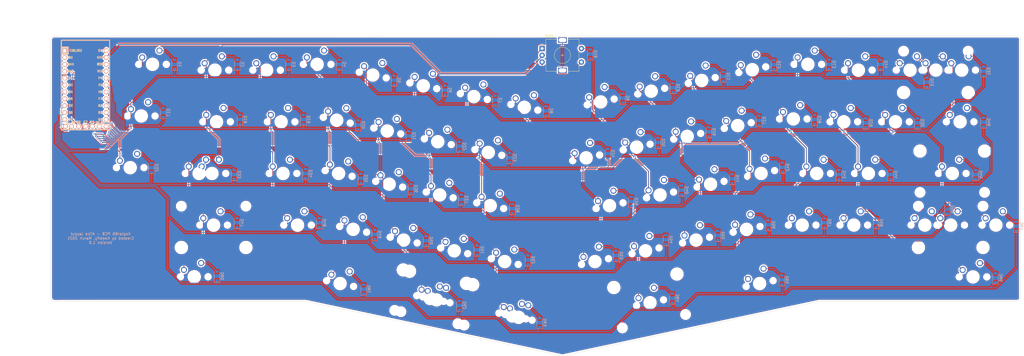
<source format=kicad_pcb>
(kicad_pcb (version 20171130) (host pcbnew "(5.1.9)-1")
  (layers (0 F.Cu signal) (31 B.Cu signal) (34 B.Paste user) (35 F.Paste user) (36 B.SilkS user) (37 F.SilkS user) (38 B.Mask user) (39 F.Mask user) (44 Edge.Cuts user))
  (net 0 "")
  (net 1 col0)
  (net 2 col1)
  (net 3 col2)
  (net 4 col3)
  (net 5 col4)
  (net 6 col5)
  (net 7 col6)
  (net 8 col7)
  (net 9 col8)
  (net 10 col9)
  (net 11 col10)
  (net 12 col11)
  (net 13 col12)
  (net 14 col13)
  (net 15 col14)
  (net 16 row0)
  (net 17 row1)
  (net 18 row2)
  (net 19 row3)
  (net 20 row4)
  (net 21 GND)
  (net 22 "Net-(U1-Pad22)")
  (net 23 "Net-(U1-Pad21)")
  (net 24 "Net-(U1-Pad4)")
  (net 25 "Net-(U1-Pad3)")
  (net 26 "Net-(U1-Pad2)")
  (net 27 "Net-(U1-Pad1)")
  (net 28 ROT_A)
  (net 29 ROT_B)
  (net 30 "Net-(D1-Pad2)")
  (net 31 "Net-(D2-Pad2)")
  (net 32 "Net-(D3-Pad2)")
  (net 33 "Net-(D4-Pad2)")
  (net 34 "Net-(D5-Pad2)")
  (net 35 "Net-(D6-Pad2)")
  (net 36 "Net-(D7-Pad2)")
  (net 37 "Net-(D8-Pad2)")
  (net 38 "Net-(D9-Pad2)")
  (net 39 "Net-(D10-Pad2)")
  (net 40 "Net-(D11-Pad2)")
  (net 41 "Net-(D12-Pad2)")
  (net 42 "Net-(D13-Pad2)")
  (net 43 "Net-(D14-Pad2)")
  (net 44 "Net-(D15-Pad2)")
  (net 45 "Net-(D16-Pad2)")
  (net 46 "Net-(D17-Pad2)")
  (net 47 "Net-(D18-Pad2)")
  (net 48 "Net-(D19-Pad2)")
  (net 49 "Net-(D20-Pad2)")
  (net 50 "Net-(D21-Pad2)")
  (net 51 "Net-(D22-Pad2)")
  (net 52 "Net-(D23-Pad2)")
  (net 53 "Net-(D24-Pad2)")
  (net 54 "Net-(D25-Pad2)")
  (net 55 "Net-(D26-Pad2)")
  (net 56 "Net-(D27-Pad2)")
  (net 57 "Net-(D28-Pad2)")
  (net 58 "Net-(D29-Pad2)")
  (net 59 "Net-(D30-Pad2)")
  (net 60 "Net-(D31-Pad2)")
  (net 61 "Net-(D32-Pad2)")
  (net 62 "Net-(D33-Pad2)")
  (net 63 "Net-(D34-Pad2)")
  (net 64 "Net-(D35-Pad2)")
  (net 65 "Net-(D36-Pad2)")
  (net 66 "Net-(D37-Pad2)")
  (net 67 "Net-(D38-Pad2)")
  (net 68 "Net-(D39-Pad2)")
  (net 69 "Net-(D40-Pad2)")
  (net 70 "Net-(D41-Pad2)")
  (net 71 "Net-(D42-Pad2)")
  (net 72 "Net-(D43-Pad2)")
  (net 73 "Net-(D44-Pad2)")
  (net 74 "Net-(D45-Pad2)")
  (net 75 "Net-(D46-Pad2)")
  (net 76 "Net-(D47-Pad2)")
  (net 77 "Net-(D48-Pad2)")
  (net 78 "Net-(D49-Pad2)")
  (net 79 "Net-(D50-Pad2)")
  (net 80 "Net-(D51-Pad2)")
  (net 81 "Net-(D52-Pad2)")
  (net 82 "Net-(D53-Pad2)")
  (net 83 "Net-(D54-Pad2)")
  (net 84 "Net-(D55-Pad2)")
  (net 85 "Net-(D56-Pad2)")
  (net 86 "Net-(D57-Pad2)")
  (net 87 "Net-(D58-Pad2)")
  (net 88 "Net-(D59-Pad2)")
  (net 89 "Net-(D60-Pad2)")
  (net 90 "Net-(D61-Pad2)")
  (net 91 "Net-(D62-Pad2)")
  (net 92 "Net-(D63-Pad2)")
  (net 93 "Net-(D64-Pad2)")
  (net 94 "Net-(D65-Pad2)")
  (net 95 "Net-(D66-Pad2)")
  (net 96 "Net-(D67-Pad2)")
  (module MX_Only:MXOnly-1U-NoLED (layer F.Cu) (at 195.392576 48.161435 12)
    (fp_text reference K_38)
    (fp_text value KEYSW)
    (pad 2 thru_hole circle (at 2.54 -5.08 12) (size 2.25 2.25) (drill 1.47) (layers *.Cu B.Mask) (net 69 "Net-(D40-Pad2)"))
    (pad "" np_thru_hole circle (at 0 0 12) (size 3.9878 3.9878) (drill 3.9878) (layers *.Cu *.Mask))
    (pad 1 thru_hole circle (at -3.81 -2.54 12) (size 2.25 2.25) (drill 1.47) (layers *.Cu B.Mask) (net 9 col8))
    (pad "" np_thru_hole circle (at -5.08 0 60.0996) (size 1.75 1.75) (drill 1.75) (layers *.Cu *.Mask))
    (pad "" np_thru_hole circle (at 5.08 0 60.0996) (size 1.75 1.75) (drill 1.75) (layers *.Cu *.Mask))
  )
  (module Diode_SMD:D_SOD-123 (layer B.Cu) (at 326.771 59.69 90)
    (fp_text reference D67 (at 0 2 90) (layer B.SilkS) (effects (justify mirror)))
    (fp_text value D_Small)
    (pad 2 smd rect (at 1.65 0 90) (size 0.9 1.2) (layers B.Cu B.Paste B.Mask) (net 96 "Net-(D67-Pad2)"))
    (pad 1 smd rect (at -1.65 0 90) (size 0.9 1.2) (layers B.Cu B.Paste B.Mask) (net 20 row4))
  )
  (module Diode_SMD:D_SOD-123 (layer B.Cu) (at 319.151 78.74 90)
    (fp_text reference D66 (at 0 2 90) (layer B.SilkS) (effects (justify mirror)))
    (fp_text value D_Small)
    (pad 2 smd rect (at 1.65 0 90) (size 0.9 1.2) (layers B.Cu B.Paste B.Mask) (net 95 "Net-(D66-Pad2)"))
    (pad 1 smd rect (at -1.65 0 90) (size 0.9 1.2) (layers B.Cu B.Paste B.Mask) (net 20 row4))
  )
  (module Diode_SMD:D_SOD-123 (layer B.Cu) (at 240.284 79.502 90)
    (fp_text reference D65 (at 0 2 90) (layer B.SilkS) (effects (justify mirror)))
    (fp_text value D_Small)
    (pad 2 smd rect (at 1.65 0 90) (size 0.9 1.2) (layers B.Cu B.Paste B.Mask) (net 94 "Net-(D65-Pad2)"))
    (pad 1 smd rect (at -1.65 0 90) (size 0.9 1.2) (layers B.Cu B.Paste B.Mask) (net 20 row4))
  )
  (module Diode_SMD:D_SOD-123 (layer B.Cu) (at 199.898 86.233 90)
    (fp_text reference D64 (at 0 2 90) (layer B.SilkS) (effects (justify mirror)))
    (fp_text value D_Small)
    (pad 2 smd rect (at 1.65 0 90) (size 0.9 1.2) (layers B.Cu B.Paste B.Mask) (net 93 "Net-(D64-Pad2)"))
    (pad 1 smd rect (at -1.65 0 90) (size 0.9 1.2) (layers B.Cu B.Paste B.Mask) (net 20 row4))
  )
  (module Diode_SMD:D_SOD-123 (layer B.Cu) (at 151.003 95.25 90)
    (fp_text reference D63 (at 0 2 90) (layer B.SilkS) (effects (justify mirror)))
    (fp_text value D_Small)
    (pad 2 smd rect (at 1.65 0 90) (size 0.9 1.2) (layers B.Cu B.Paste B.Mask) (net 92 "Net-(D63-Pad2)"))
    (pad 1 smd rect (at -1.65 0 90) (size 0.9 1.2) (layers B.Cu B.Paste B.Mask) (net 20 row4))
  )
  (module Diode_SMD:D_SOD-123 (layer B.Cu) (at 121.412 88.9 90)
    (fp_text reference D62 (at 0 2 90) (layer B.SilkS) (effects (justify mirror)))
    (fp_text value D_Small)
    (pad 2 smd rect (at 1.65 0 90) (size 0.9 1.2) (layers B.Cu B.Paste B.Mask) (net 91 "Net-(D62-Pad2)"))
    (pad 1 smd rect (at -1.65 0 90) (size 0.9 1.2) (layers B.Cu B.Paste B.Mask) (net 20 row4))
  )
  (module Diode_SMD:D_SOD-123 (layer B.Cu) (at 86.106 82.931 90)
    (fp_text reference D61 (at 0 2 90) (layer B.SilkS) (effects (justify mirror)))
    (fp_text value D_Small)
    (pad 2 smd rect (at 1.65 0 90) (size 0.9 1.2) (layers B.Cu B.Paste B.Mask) (net 90 "Net-(D61-Pad2)"))
    (pad 1 smd rect (at -1.65 0 90) (size 0.9 1.2) (layers B.Cu B.Paste B.Mask) (net 20 row4))
  )
  (module Diode_SMD:D_SOD-123 (layer B.Cu) (at 32.004 78.105 90)
    (fp_text reference D60 (at 0 2 90) (layer B.SilkS) (effects (justify mirror)))
    (fp_text value D_Small)
    (pad 2 smd rect (at 1.65 0 90) (size 0.9 1.2) (layers B.Cu B.Paste B.Mask) (net 89 "Net-(D60-Pad2)"))
    (pad 1 smd rect (at -1.65 0 90) (size 0.9 1.2) (layers B.Cu B.Paste B.Mask) (net 20 row4))
  )
  (module Diode_SMD:D_SOD-123 (layer B.Cu) (at 301.371 53.34 90)
    (fp_text reference D59 (at 0 2 90) (layer B.SilkS) (effects (justify mirror)))
    (fp_text value D_Small)
    (pad 2 smd rect (at 1.65 0 90) (size 0.9 1.2) (layers B.Cu B.Paste B.Mask) (net 88 "Net-(D59-Pad2)"))
    (pad 1 smd rect (at -1.65 0 90) (size 0.9 1.2) (layers B.Cu B.Paste B.Mask) (net 19 row3))
  )
  (module Diode_SMD:D_SOD-123 (layer B.Cu) (at 275.082 58.42 90)
    (fp_text reference D58 (at 0 2 90) (layer B.SilkS) (effects (justify mirror)))
    (fp_text value D_Small)
    (pad 2 smd rect (at 1.65 0 90) (size 0.9 1.2) (layers B.Cu B.Paste B.Mask) (net 87 "Net-(D58-Pad2)"))
    (pad 1 smd rect (at -1.65 0 90) (size 0.9 1.2) (layers B.Cu B.Paste B.Mask) (net 19 row3))
  )
  (module Diode_SMD:D_SOD-123 (layer B.Cu) (at 256.032 58.42 90)
    (fp_text reference D57 (at 0 2 90) (layer B.SilkS) (effects (justify mirror)))
    (fp_text value D_Small)
    (pad 2 smd rect (at 1.65 0 90) (size 0.9 1.2) (layers B.Cu B.Paste B.Mask) (net 86 "Net-(D57-Pad2)"))
    (pad 1 smd rect (at -1.65 0 90) (size 0.9 1.2) (layers B.Cu B.Paste B.Mask) (net 19 row3))
  )
  (module Diode_SMD:D_SOD-123 (layer B.Cu) (at 235.331 59.182 90)
    (fp_text reference D56 (at 0 2 90) (layer B.SilkS) (effects (justify mirror)))
    (fp_text value D_Small)
    (pad 2 smd rect (at 1.65 0 90) (size 0.9 1.2) (layers B.Cu B.Paste B.Mask) (net 85 "Net-(D56-Pad2)"))
    (pad 1 smd rect (at -1.65 0 90) (size 0.9 1.2) (layers B.Cu B.Paste B.Mask) (net 19 row3))
  )
  (module Diode_SMD:D_SOD-123 (layer B.Cu) (at 216.662 63.119 90)
    (fp_text reference D55 (at 0 2 90) (layer B.SilkS) (effects (justify mirror)))
    (fp_text value D_Small)
    (pad 2 smd rect (at 1.65 0 90) (size 0.9 1.2) (layers B.Cu B.Paste B.Mask) (net 84 "Net-(D55-Pad2)"))
    (pad 1 smd rect (at -1.65 0 90) (size 0.9 1.2) (layers B.Cu B.Paste B.Mask) (net 19 row3))
  )
  (module Diode_SMD:D_SOD-123 (layer B.Cu) (at 197.485 64.643 90)
    (fp_text reference D54 (at 0 2 90) (layer B.SilkS) (effects (justify mirror)))
    (fp_text value D_Small)
    (pad 2 smd rect (at 1.65 0 90) (size 0.9 1.2) (layers B.Cu B.Paste B.Mask) (net 83 "Net-(D54-Pad2)"))
    (pad 1 smd rect (at -1.65 0 90) (size 0.9 1.2) (layers B.Cu B.Paste B.Mask) (net 19 row3))
  )
  (module Diode_SMD:D_SOD-123 (layer B.Cu) (at 179.197 70.485 90)
    (fp_text reference D53 (at 0 2 90) (layer B.SilkS) (effects (justify mirror)))
    (fp_text value D_Small)
    (pad 2 smd rect (at 1.65 0 90) (size 0.9 1.2) (layers B.Cu B.Paste B.Mask) (net 82 "Net-(D53-Pad2)"))
    (pad 1 smd rect (at -1.65 0 90) (size 0.9 1.2) (layers B.Cu B.Paste B.Mask) (net 19 row3))
  )
  (module Diode_SMD:D_SOD-123 (layer B.Cu) (at 146.685 72.136 90)
    (fp_text reference D52 (at 0 2 90) (layer B.SilkS) (effects (justify mirror)))
    (fp_text value D_Small)
    (pad 2 smd rect (at 1.65 0 90) (size 0.9 1.2) (layers B.Cu B.Paste B.Mask) (net 81 "Net-(D52-Pad2)"))
    (pad 1 smd rect (at -1.65 0 90) (size 0.9 1.2) (layers B.Cu B.Paste B.Mask) (net 19 row3))
  )
  (module Diode_SMD:D_SOD-123 (layer B.Cu) (at 127.889 68.453 90)
    (fp_text reference D51 (at 0 2 90) (layer B.SilkS) (effects (justify mirror)))
    (fp_text value D_Small)
    (pad 2 smd rect (at 1.65 0 90) (size 0.9 1.2) (layers B.Cu B.Paste B.Mask) (net 80 "Net-(D51-Pad2)"))
    (pad 1 smd rect (at -1.65 0 90) (size 0.9 1.2) (layers B.Cu B.Paste B.Mask) (net 19 row3))
  )
  (module Diode_SMD:D_SOD-123 (layer B.Cu) (at 109.093 65.024 90)
    (fp_text reference D50 (at 0 2 90) (layer B.SilkS) (effects (justify mirror)))
    (fp_text value D_Small)
    (pad 2 smd rect (at 1.65 0 90) (size 0.9 1.2) (layers B.Cu B.Paste B.Mask) (net 79 "Net-(D50-Pad2)"))
    (pad 1 smd rect (at -1.65 0 90) (size 0.9 1.2) (layers B.Cu B.Paste B.Mask) (net 19 row3))
  )
  (module Diode_SMD:D_SOD-123 (layer B.Cu) (at 90.17 62.738 90)
    (fp_text reference D49 (at 0 2 90) (layer B.SilkS) (effects (justify mirror)))
    (fp_text value D_Small)
    (pad 2 smd rect (at 1.65 0 90) (size 0.9 1.2) (layers B.Cu B.Paste B.Mask) (net 78 "Net-(D49-Pad2)"))
    (pad 1 smd rect (at -1.65 0 90) (size 0.9 1.2) (layers B.Cu B.Paste B.Mask) (net 19 row3))
  )
  (module Diode_SMD:D_SOD-123 (layer B.Cu) (at 69.723 58.42 90)
    (fp_text reference D48 (at 0 2 90) (layer B.SilkS) (effects (justify mirror)))
    (fp_text value D_Small)
    (pad 2 smd rect (at 1.65 0 90) (size 0.9 1.2) (layers B.Cu B.Paste B.Mask) (net 77 "Net-(D48-Pad2)"))
    (pad 1 smd rect (at -1.65 0 90) (size 0.9 1.2) (layers B.Cu B.Paste B.Mask) (net 19 row3))
  )
  (module Diode_SMD:D_SOD-123 (layer B.Cu) (at 39.37 58.42 90)
    (fp_text reference D47 (at 0 2 270) (layer B.SilkS) (effects (justify mirror)))
    (fp_text value D_Small)
    (pad 2 smd rect (at 1.65 0 90) (size 0.9 1.2) (layers B.Cu B.Paste B.Mask) (net 76 "Net-(D47-Pad2)"))
    (pad 1 smd rect (at -1.65 0 90) (size 0.9 1.2) (layers B.Cu B.Paste B.Mask) (net 19 row3))
  )
  (module Diode_SMD:D_SOD-123 (layer B.Cu) (at 314.706 21.336 90)
    (fp_text reference D46 (at 0 2 90) (layer B.SilkS) (effects (justify mirror)))
    (fp_text value D_Small)
    (pad 2 smd rect (at 1.65 0 90) (size 0.9 1.2) (layers B.Cu B.Paste B.Mask) (net 75 "Net-(D46-Pad2)"))
    (pad 1 smd rect (at -1.65 0 90) (size 0.9 1.2) (layers B.Cu B.Paste B.Mask) (net 18 row2))
  )
  (module Diode_SMD:D_SOD-123 (layer B.Cu) (at 311.785 40.64 90)
    (fp_text reference D45 (at 0 2 90) (layer B.SilkS) (effects (justify mirror)))
    (fp_text value D_Small)
    (pad 2 smd rect (at 1.65 0 90) (size 0.9 1.2) (layers B.Cu B.Paste B.Mask) (net 74 "Net-(D45-Pad2)"))
    (pad 1 smd rect (at -1.65 0 90) (size 0.9 1.2) (layers B.Cu B.Paste B.Mask) (net 18 row2))
  )
  (module Diode_SMD:D_SOD-123 (layer B.Cu) (at 280.416 40.64 90)
    (fp_text reference D44 (at 0 2 90) (layer B.SilkS) (effects (justify mirror)))
    (fp_text value D_Small)
    (pad 2 smd rect (at 1.65 0 90) (size 0.9 1.2) (layers B.Cu B.Paste B.Mask) (net 73 "Net-(D44-Pad2)"))
    (pad 1 smd rect (at -1.65 0 90) (size 0.9 1.2) (layers B.Cu B.Paste B.Mask) (net 18 row2))
  )
  (module Diode_SMD:D_SOD-123 (layer B.Cu) (at 261.366 40.64 90)
    (fp_text reference D43 (at 0 2 270) (layer B.SilkS) (effects (justify mirror)))
    (fp_text value D_Small)
    (pad 2 smd rect (at 1.65 0 90) (size 0.9 1.2) (layers B.Cu B.Paste B.Mask) (net 72 "Net-(D43-Pad2)"))
    (pad 1 smd rect (at -1.65 0 90) (size 0.9 1.2) (layers B.Cu B.Paste B.Mask) (net 18 row2))
  )
  (module Diode_SMD:D_SOD-123 (layer B.Cu) (at 240.538 37.973 90)
    (fp_text reference D42 (at 0 2 90) (layer B.SilkS) (effects (justify mirror)))
    (fp_text value D_Small)
    (pad 2 smd rect (at 1.65 0 90) (size 0.9 1.2) (layers B.Cu B.Paste B.Mask) (net 71 "Net-(D42-Pad2)"))
    (pad 1 smd rect (at -1.65 0 90) (size 0.9 1.2) (layers B.Cu B.Paste B.Mask) (net 18 row2))
  )
  (module Diode_SMD:D_SOD-123 (layer B.Cu) (at 221.996 42.164 90)
    (fp_text reference D41 (at 0 2 90) (layer B.SilkS) (effects (justify mirror)))
    (fp_text value D_Small)
    (pad 2 smd rect (at 1.65 0 90) (size 0.9 1.2) (layers B.Cu B.Paste B.Mask) (net 70 "Net-(D41-Pad2)"))
    (pad 1 smd rect (at -1.65 0 90) (size 0.9 1.2) (layers B.Cu B.Paste B.Mask) (net 18 row2))
  )
  (module Diode_SMD:D_SOD-123 (layer B.Cu) (at 203.327 46.355 90)
    (fp_text reference D40 (at 0 2 90) (layer B.SilkS) (effects (justify mirror)))
    (fp_text value D_Small)
    (pad 2 smd rect (at 1.65 0 90) (size 0.9 1.2) (layers B.Cu B.Paste B.Mask) (net 69 "Net-(D40-Pad2)"))
    (pad 1 smd rect (at -1.65 0 90) (size 0.9 1.2) (layers B.Cu B.Paste B.Mask) (net 18 row2))
  )
  (module Diode_SMD:D_SOD-123 (layer B.Cu) (at 184.785 50.546 90)
    (fp_text reference D39 (at 0 2 90) (layer B.SilkS) (effects (justify mirror)))
    (fp_text value D_Small)
    (pad 2 smd rect (at 1.65 0 90) (size 0.9 1.2) (layers B.Cu B.Paste B.Mask) (net 68 "Net-(D39-Pad2)"))
    (pad 1 smd rect (at -1.65 0 90) (size 0.9 1.2) (layers B.Cu B.Paste B.Mask) (net 18 row2))
  )
  (module Diode_SMD:D_SOD-123 (layer B.Cu) (at 140.97 53.213 90)
    (fp_text reference D38 (at 0 2 90) (layer B.SilkS) (effects (justify mirror)))
    (fp_text value D_Small)
    (pad 2 smd rect (at 1.65 0 90) (size 0.9 1.2) (layers B.Cu B.Paste B.Mask) (net 67 "Net-(D38-Pad2)"))
    (pad 1 smd rect (at -1.65 0 90) (size 0.9 1.2) (layers B.Cu B.Paste B.Mask) (net 18 row2))
  )
  (module Diode_SMD:D_SOD-123 (layer B.Cu) (at 122.174 49.784 90)
    (fp_text reference D37 (at 0 2 90) (layer B.SilkS) (effects (justify mirror)))
    (fp_text value D_Small)
    (pad 2 smd rect (at 1.65 0 90) (size 0.9 1.2) (layers B.Cu B.Paste B.Mask) (net 66 "Net-(D37-Pad2)"))
    (pad 1 smd rect (at -1.65 0 90) (size 0.9 1.2) (layers B.Cu B.Paste B.Mask) (net 18 row2))
  )
  (module Diode_SMD:D_SOD-123 (layer B.Cu) (at 103.505 45.847 90)
    (fp_text reference D36 (at 0 2 90) (layer B.SilkS) (effects (justify mirror)))
    (fp_text value D_Small)
    (pad 2 smd rect (at 1.65 0 90) (size 0.9 1.2) (layers B.Cu B.Paste B.Mask) (net 65 "Net-(D36-Pad2)"))
    (pad 1 smd rect (at -1.65 0 90) (size 0.9 1.2) (layers B.Cu B.Paste B.Mask) (net 18 row2))
  )
  (module Diode_SMD:D_SOD-123 (layer B.Cu) (at 85.09 42.037 90)
    (fp_text reference D35 (at 0 2 90) (layer B.SilkS) (effects (justify mirror)))
    (fp_text value D_Small)
    (pad 2 smd rect (at 1.65 0 90) (size 0.9 1.2) (layers B.Cu B.Paste B.Mask) (net 64 "Net-(D35-Pad2)"))
    (pad 1 smd rect (at -1.65 0 90) (size 0.9 1.2) (layers B.Cu B.Paste B.Mask) (net 18 row2))
  )
  (module Diode_SMD:D_SOD-123 (layer B.Cu) (at 64.643 40.259 90)
    (fp_text reference D34 (at 0 2 90) (layer B.SilkS) (effects (justify mirror)))
    (fp_text value D_Small)
    (pad 2 smd rect (at 1.65 0 90) (size 0.9 1.2) (layers B.Cu B.Paste B.Mask) (net 63 "Net-(D34-Pad2)"))
    (pad 1 smd rect (at -1.65 0 90) (size 0.9 1.2) (layers B.Cu B.Paste B.Mask) (net 18 row2))
  )
  (module Diode_SMD:D_SOD-123 (layer B.Cu) (at 38.354 40.64 90)
    (fp_text reference D33 (at 0 2 90) (layer B.SilkS) (effects (justify mirror)))
    (fp_text value D_Small)
    (pad 2 smd rect (at 1.65 0 90) (size 0.9 1.2) (layers B.Cu B.Paste B.Mask) (net 62 "Net-(D33-Pad2)"))
    (pad 1 smd rect (at -1.65 0 90) (size 0.9 1.2) (layers B.Cu B.Paste B.Mask) (net 18 row2))
  )
  (module Diode_SMD:D_SOD-123 (layer B.Cu) (at 7.874 38.1 90)
    (fp_text reference D32 (at 0 2 90) (layer B.SilkS) (effects (justify mirror)))
    (fp_text value D_Small)
    (pad 2 smd rect (at 1.65 0 90) (size 0.9 1.2) (layers B.Cu B.Paste B.Mask) (net 61 "Net-(D32-Pad2)"))
    (pad 1 smd rect (at -1.65 0 90) (size 0.9 1.2) (layers B.Cu B.Paste B.Mask) (net 18 row2))
  )
  (module Diode_SMD:D_SOD-123 (layer B.Cu) (at 314.706 2.54 90)
    (fp_text reference D31 (at 0 2 90) (layer B.SilkS) (effects (justify mirror)))
    (fp_text value D_Small)
    (pad 2 smd rect (at 1.65 0 90) (size 0.9 1.2) (layers B.Cu B.Paste B.Mask) (net 60 "Net-(D31-Pad2)"))
    (pad 1 smd rect (at -1.65 0 90) (size 0.9 1.2) (layers B.Cu B.Paste B.Mask) (net 17 row1))
  )
  (module Diode_SMD:D_SOD-123 (layer B.Cu) (at 290.322 21.59 90)
    (fp_text reference D30 (at 0 2 90) (layer B.SilkS) (effects (justify mirror)))
    (fp_text value D_Small)
    (pad 2 smd rect (at 1.65 0 90) (size 0.9 1.2) (layers B.Cu B.Paste B.Mask) (net 59 "Net-(D30-Pad2)"))
    (pad 1 smd rect (at -1.65 0 90) (size 0.9 1.2) (layers B.Cu B.Paste B.Mask) (net 17 row1))
  )
  (module Diode_SMD:D_SOD-123 (layer B.Cu) (at 271.272 21.59 90)
    (fp_text reference D29 (at 0 2 90) (layer B.SilkS) (effects (justify mirror)))
    (fp_text value D_Small)
    (pad 2 smd rect (at 1.65 0 90) (size 0.9 1.2) (layers B.Cu B.Paste B.Mask) (net 58 "Net-(D29-Pad2)"))
    (pad 1 smd rect (at -1.65 0 90) (size 0.9 1.2) (layers B.Cu B.Paste B.Mask) (net 17 row1))
  )
  (module Diode_SMD:D_SOD-123 (layer B.Cu) (at 252.349 20.32 90)
    (fp_text reference D28 (at 0 2 90) (layer B.SilkS) (effects (justify mirror)))
    (fp_text value D_Small)
    (pad 2 smd rect (at 1.65 0 90) (size 0.9 1.2) (layers B.Cu B.Paste B.Mask) (net 57 "Net-(D28-Pad2)"))
    (pad 1 smd rect (at -1.65 0 90) (size 0.9 1.2) (layers B.Cu B.Paste B.Mask) (net 17 row1))
  )
  (module Diode_SMD:D_SOD-123 (layer B.Cu) (at 231.902 20.701 90)
    (fp_text reference D27 (at 0 2 90) (layer B.SilkS) (effects (justify mirror)))
    (fp_text value D_Small)
    (pad 2 smd rect (at 1.65 0 90) (size 0.9 1.2) (layers B.Cu B.Paste B.Mask) (net 56 "Net-(D27-Pad2)"))
    (pad 1 smd rect (at -1.65 0 90) (size 0.9 1.2) (layers B.Cu B.Paste B.Mask) (net 17 row1))
  )
  (module Diode_SMD:D_SOD-123 (layer B.Cu) (at 213.36 24.892 90)
    (fp_text reference D26 (at 0 2 90) (layer B.SilkS) (effects (justify mirror)))
    (fp_text value D_Small)
    (pad 2 smd rect (at 1.65 0 90) (size 0.9 1.2) (layers B.Cu B.Paste B.Mask) (net 55 "Net-(D26-Pad2)"))
    (pad 1 smd rect (at -1.65 0 90) (size 0.9 1.2) (layers B.Cu B.Paste B.Mask) (net 17 row1))
  )
  (module Diode_SMD:D_SOD-123 (layer B.Cu) (at 194.691 28.829 90)
    (fp_text reference D25 (at 0 2 90) (layer B.SilkS) (effects (justify mirror)))
    (fp_text value D_Small)
    (pad 2 smd rect (at 1.65 0 90) (size 0.9 1.2) (layers B.Cu B.Paste B.Mask) (net 54 "Net-(D25-Pad2)"))
    (pad 1 smd rect (at -1.65 0 90) (size 0.9 1.2) (layers B.Cu B.Paste B.Mask) (net 17 row1))
  )
  (module Diode_SMD:D_SOD-123 (layer B.Cu) (at 176.149 32.893 90)
    (fp_text reference D24 (at 0 2 90) (layer B.SilkS) (effects (justify mirror)))
    (fp_text value D_Small)
    (pad 2 smd rect (at 1.65 0 90) (size 0.9 1.2) (layers B.Cu B.Paste B.Mask) (net 53 "Net-(D24-Pad2)"))
    (pad 1 smd rect (at -1.65 0 90) (size 0.9 1.2) (layers B.Cu B.Paste B.Mask) (net 17 row1))
  )
  (module Diode_SMD:D_SOD-123 (layer B.Cu) (at 139.954 34.417 90)
    (fp_text reference D23 (at 0 2 90) (layer B.SilkS) (effects (justify mirror)))
    (fp_text value D_Small)
    (pad 2 smd rect (at 1.65 0 90) (size 0.9 1.2) (layers B.Cu B.Paste B.Mask) (net 52 "Net-(D23-Pad2)"))
    (pad 1 smd rect (at -1.65 0 90) (size 0.9 1.2) (layers B.Cu B.Paste B.Mask) (net 17 row1))
  )
  (module Diode_SMD:D_SOD-123 (layer B.Cu) (at 121.412 30.226 90)
    (fp_text reference D22 (at 0 2 90) (layer B.SilkS) (effects (justify mirror)))
    (fp_text value D_Small)
    (pad 2 smd rect (at 1.65 0 90) (size 0.9 1.2) (layers B.Cu B.Paste B.Mask) (net 51 "Net-(D22-Pad2)"))
    (pad 1 smd rect (at -1.65 0 90) (size 0.9 1.2) (layers B.Cu B.Paste B.Mask) (net 17 row1))
  )
  (module Diode_SMD:D_SOD-123 (layer B.Cu) (at 102.743 26.416 90)
    (fp_text reference D21 (at 0 2 90) (layer B.SilkS) (effects (justify mirror)))
    (fp_text value D_Small)
    (pad 2 smd rect (at 1.65 0 90) (size 0.9 1.2) (layers B.Cu B.Paste B.Mask) (net 50 "Net-(D21-Pad2)"))
    (pad 1 smd rect (at -1.65 0 90) (size 0.9 1.2) (layers B.Cu B.Paste B.Mask) (net 17 row1))
  )
  (module Diode_SMD:D_SOD-123 (layer B.Cu) (at 84.074 22.352 90)
    (fp_text reference D20 (at 0 2 90) (layer B.SilkS) (effects (justify mirror)))
    (fp_text value D_Small)
    (pad 2 smd rect (at 1.65 0 90) (size 0.9 1.2) (layers B.Cu B.Paste B.Mask) (net 49 "Net-(D20-Pad2)"))
    (pad 1 smd rect (at -1.65 0 90) (size 0.9 1.2) (layers B.Cu B.Paste B.Mask) (net 17 row1))
  )
  (module Diode_SMD:D_SOD-123 (layer B.Cu) (at 63.881 20.32 90)
    (fp_text reference D19 (at 0 2 90) (layer B.SilkS) (effects (justify mirror)))
    (fp_text value D_Small)
    (pad 2 smd rect (at 1.65 0 90) (size 0.9 1.2) (layers B.Cu B.Paste B.Mask) (net 48 "Net-(D19-Pad2)"))
    (pad 1 smd rect (at -1.65 0 90) (size 0.9 1.2) (layers B.Cu B.Paste B.Mask) (net 17 row1))
  )
  (module Diode_SMD:D_SOD-123 (layer B.Cu) (at 40.513 20.32 90)
    (fp_text reference D18 (at 0 2 90) (layer B.SilkS) (effects (justify mirror)))
    (fp_text value D_Small)
    (pad 2 smd rect (at 1.65 0 90) (size 0.9 1.2) (layers B.Cu B.Paste B.Mask) (net 47 "Net-(D18-Pad2)"))
    (pad 1 smd rect (at -1.65 0 90) (size 0.9 1.2) (layers B.Cu B.Paste B.Mask) (net 17 row1))
  )
  (module Diode_SMD:D_SOD-123 (layer B.Cu) (at 12.192 17.78 90)
    (fp_text reference D17 (at 0 2 90) (layer B.SilkS) (effects (justify mirror)))
    (fp_text value D_Small)
    (pad 2 smd rect (at 1.65 0 90) (size 0.9 1.2) (layers B.Cu B.Paste B.Mask) (net 46 "Net-(D17-Pad2)"))
    (pad 1 smd rect (at -1.65 0 90) (size 0.9 1.2) (layers B.Cu B.Paste B.Mask) (net 17 row1))
  )
  (module Diode_SMD:D_SOD-123 (layer B.Cu) (at 169.672 -3.81 90)
    (fp_text reference D16 (at 0 2 90) (layer B.SilkS) (effects (justify mirror)))
    (fp_text value D_Small)
    (pad 2 smd rect (at 1.65 0 90) (size 0.9 1.2) (layers B.Cu B.Paste B.Mask) (net 45 "Net-(D16-Pad2)"))
    (pad 1 smd rect (at -1.65 0 90) (size 0.9 1.2) (layers B.Cu B.Paste B.Mask) (net 16 row0))
  )
  (module Diode_SMD:D_SOD-123 (layer B.Cu) (at 293.751 6.604 90)
    (fp_text reference D15 (at 0 2 90) (layer B.SilkS) (effects (justify mirror)))
    (fp_text value D_Small)
    (pad 2 smd rect (at 1.65 0 90) (size 0.9 1.2) (layers B.Cu B.Paste B.Mask) (net 44 "Net-(D15-Pad2)"))
    (pad 1 smd rect (at -1.65 0 90) (size 0.9 1.2) (layers B.Cu B.Paste B.Mask) (net 16 row0))
  )
  (module Diode_SMD:D_SOD-123 (layer B.Cu) (at 276.733 0 90)
    (fp_text reference D14 (at 0 2 90) (layer B.SilkS) (effects (justify mirror)))
    (fp_text value D_Small)
    (pad 2 smd rect (at 1.65 0 90) (size 0.9 1.2) (layers B.Cu B.Paste B.Mask) (net 43 "Net-(D14-Pad2)"))
    (pad 1 smd rect (at -1.65 0 90) (size 0.9 1.2) (layers B.Cu B.Paste B.Mask) (net 16 row0))
  )
  (module Diode_SMD:D_SOD-123 (layer B.Cu) (at 257.683 0 90)
    (fp_text reference D13 (at 0 2 90) (layer B.SilkS) (effects (justify mirror)))
    (fp_text value D_Small)
    (pad 2 smd rect (at 1.65 0 90) (size 0.9 1.2) (layers B.Cu B.Paste B.Mask) (net 42 "Net-(D13-Pad2)"))
    (pad 1 smd rect (at -1.65 0 90) (size 0.9 1.2) (layers B.Cu B.Paste B.Mask) (net 16 row0))
  )
  (module Diode_SMD:D_SOD-123 (layer B.Cu) (at 237.363 0.127 90)
    (fp_text reference D12 (at 0 2 90) (layer B.SilkS) (effects (justify mirror)))
    (fp_text value D_Small)
    (pad 2 smd rect (at 1.65 0 90) (size 0.9 1.2) (layers B.Cu B.Paste B.Mask) (net 41 "Net-(D12-Pad2)"))
    (pad 1 smd rect (at -1.65 0 90) (size 0.9 1.2) (layers B.Cu B.Paste B.Mask) (net 16 row0))
  )
  (module Diode_SMD:D_SOD-123 (layer B.Cu) (at 218.694 4.445 90)
    (fp_text reference D11 (at 0 2 90) (layer B.SilkS) (effects (justify mirror)))
    (fp_text value D_Small)
    (pad 2 smd rect (at 1.65 0 90) (size 0.9 1.2) (layers B.Cu B.Paste B.Mask) (net 40 "Net-(D11-Pad2)"))
    (pad 1 smd rect (at -1.65 0 90) (size 0.9 1.2) (layers B.Cu B.Paste B.Mask) (net 16 row0))
  )
  (module Diode_SMD:D_SOD-123 (layer B.Cu) (at 200.152 8.636 90)
    (fp_text reference D10 (at 0 2 90) (layer B.SilkS) (effects (justify mirror)))
    (fp_text value D_Small)
    (pad 2 smd rect (at 1.65 0 90) (size 0.9 1.2) (layers B.Cu B.Paste B.Mask) (net 39 "Net-(D10-Pad2)"))
    (pad 1 smd rect (at -1.65 0 90) (size 0.9 1.2) (layers B.Cu B.Paste B.Mask) (net 16 row0))
  )
  (module Diode_SMD:D_SOD-123 (layer B.Cu) (at 181.61 12.446 90)
    (fp_text reference D9 (at 0 2 90) (layer B.SilkS) (effects (justify mirror)))
    (fp_text value D_Small)
    (pad 2 smd rect (at 1.65 0 90) (size 0.9 1.2) (layers B.Cu B.Paste B.Mask) (net 38 "Net-(D9-Pad2)"))
    (pad 1 smd rect (at -1.65 0 90) (size 0.9 1.2) (layers B.Cu B.Paste B.Mask) (net 16 row0))
  )
  (module Diode_SMD:D_SOD-123 (layer B.Cu) (at 153.416 17.145 90)
    (fp_text reference D8 (at 0 2 90) (layer B.SilkS) (effects (justify mirror)))
    (fp_text value D_Small)
    (pad 2 smd rect (at 1.65 0 90) (size 0.9 1.2) (layers B.Cu B.Paste B.Mask) (net 37 "Net-(D8-Pad2)"))
    (pad 1 smd rect (at -1.65 0 90) (size 0.9 1.2) (layers B.Cu B.Paste B.Mask) (net 16 row0))
  )
  (module Diode_SMD:D_SOD-123 (layer B.Cu) (at 134.62 13.208 90)
    (fp_text reference D7 (at 0 2 90) (layer B.SilkS) (effects (justify mirror)))
    (fp_text value D_Small)
    (pad 2 smd rect (at 1.65 0 90) (size 0.9 1.2) (layers B.Cu B.Paste B.Mask) (net 36 "Net-(D7-Pad2)"))
    (pad 1 smd rect (at -1.65 0 90) (size 0.9 1.2) (layers B.Cu B.Paste B.Mask) (net 16 row0))
  )
  (module Diode_SMD:D_SOD-123 (layer B.Cu) (at 116.078 9.525 90)
    (fp_text reference D6 (at 0 2 90) (layer B.SilkS) (effects (justify mirror)))
    (fp_text value D_Small)
    (pad 2 smd rect (at 1.65 0 90) (size 0.9 1.2) (layers B.Cu B.Paste B.Mask) (net 35 "Net-(D6-Pad2)"))
    (pad 1 smd rect (at -1.65 0 90) (size 0.9 1.2) (layers B.Cu B.Paste B.Mask) (net 16 row0))
  )
  (module Diode_SMD:D_SOD-123 (layer B.Cu) (at 97.282 5.842 90)
    (fp_text reference D5 (at 0 2 90) (layer B.SilkS) (effects (justify mirror)))
    (fp_text value D_Small)
    (pad 2 smd rect (at 1.65 0 90) (size 0.9 1.2) (layers B.Cu B.Paste B.Mask) (net 34 "Net-(D5-Pad2)"))
    (pad 1 smd rect (at -1.65 0 90) (size 0.9 1.2) (layers B.Cu B.Paste B.Mask) (net 16 row0))
  )
  (module Diode_SMD:D_SOD-123 (layer B.Cu) (at 77.089 0 90)
    (fp_text reference D4 (at 0 2 90) (layer B.SilkS) (effects (justify mirror)))
    (fp_text value D_Small)
    (pad 2 smd rect (at 1.65 0 90) (size 0.9 1.2) (layers B.Cu B.Paste B.Mask) (net 33 "Net-(D4-Pad2)"))
    (pad 1 smd rect (at -1.65 0 90) (size 0.9 1.2) (layers B.Cu B.Paste B.Mask) (net 16 row0))
  )
  (module Diode_SMD:D_SOD-123 (layer B.Cu) (at 58.42 0 90)
    (fp_text reference D3 (at 0 2 90) (layer B.SilkS) (effects (justify mirror)))
    (fp_text value D_Small)
    (pad 2 smd rect (at 1.65 0 90) (size 0.9 1.2) (layers B.Cu B.Paste B.Mask) (net 32 "Net-(D3-Pad2)"))
    (pad 1 smd rect (at -1.65 0 90) (size 0.9 1.2) (layers B.Cu B.Paste B.Mask) (net 16 row0))
  )
  (module Diode_SMD:D_SOD-123 (layer B.Cu) (at 39.497 0 90)
    (fp_text reference D2 (at 0 2 90) (layer B.SilkS) (effects (justify mirror)))
    (fp_text value D_Small)
    (pad 2 smd rect (at 1.65 0 90) (size 0.9 1.2) (layers B.Cu B.Paste B.Mask) (net 31 "Net-(D2-Pad2)"))
    (pad 1 smd rect (at -1.65 0 90) (size 0.9 1.2) (layers B.Cu B.Paste B.Mask) (net 16 row0))
  )
  (module Diode_SMD:D_SOD-123 (layer B.Cu) (at 16.383 0 90)
    (fp_text reference D1 (at 0 2 90) (layer B.SilkS) (effects (justify mirror)))
    (fp_text value D_Small)
    (pad 2 smd rect (at 1.65 0 90) (size 0.9 1.2) (layers B.Cu B.Paste B.Mask) (net 30 "Net-(D1-Pad2)"))
    (pad 1 smd rect (at -1.65 0 90) (size 0.9 1.2) (layers B.Cu B.Paste B.Mask) (net 16 row0))
  )
  (module Rotary_Encoder:RotaryEncoder_Alps_EC11E-Switch_Vertical_H20mm (layer F.Cu) (at 151.892 -5.842)
    (fp_text reference SW1 (at 2.8 -4.7) (layer F.SilkS))
    (fp_text value Rotary_Encoder_Switch)
    (pad A thru_hole rect (at 0 0) (size 2 2) (drill 1) (layers *.Cu *.Mask) (net 28 ROT_A))
    (pad C thru_hole circle (at 0 2.5) (size 2 2) (drill 1) (layers *.Cu *.Mask) (net 21 GND))
    (pad B thru_hole circle (at 0 5) (size 2 2) (drill 1) (layers *.Cu *.Mask) (net 29 ROT_B))
    (pad MP thru_hole rect (at 7.5 -3.1) (size 3.2 2) (drill oval 2.8 1.5) (layers *.Cu *.Mask))
    (pad MP thru_hole rect (at 7.5 8.1) (size 3.2 2) (drill oval 2.8 1.5) (layers *.Cu *.Mask))
    (pad S2 thru_hole circle (at 14.5 0) (size 2 2) (drill 1) (layers *.Cu *.Mask) (net 45 "Net-(D16-Pad2)"))
    (pad S1 thru_hole circle (at 14.5 5) (size 2 2) (drill 1) (layers *.Cu *.Mask) (net 2 col1))
  )
  (module Keebio-Parts:Elite-C (layer F.Cu) (at -16.51 8.89 270)
    (fp_text reference U1 hide)
    (fp_text value Elite-C hide)
    (fp_text user D5 (at 12.4 2.54) (layer B.SilkS) (effects (font (size 0.8 0.8)) (justify mirror)))
    (fp_text user D5 (at 12.4 2.54) (layer F.SilkS) (effects (font (size 0.8 0.8))))
    (fp_text user F1 (at 12.4 -2.54) (layer F.SilkS) (effects (font (size 0.8 0.8))))
    (fp_text user F1 (at 12.4 -2.54) (layer B.SilkS) (effects (font (size 0.8 0.8)) (justify mirror)))
    (fp_text user C7 (at 12.4 0) (layer B.SilkS) (effects (font (size 0.8 0.8)) (justify mirror)))
    (fp_text user C7 (at 12.4 0) (layer F.SilkS) (effects (font (size 0.8 0.8))))
    (fp_text user B6 (at 12.7 -6.4 45 unlocked) (layer B.SilkS) (effects (font (size 0.7 0.7)) (justify mirror)))
    (fp_text user B6 (at 12.7 -6.4 45 unlocked) (layer F.SilkS) (effects (font (size 0.7 0.7))))
    (fp_text user F0 (at 12.6 -4.5) (layer F.SilkS) (effects (font (size 0.7 0.7))))
    (fp_text user F0 (at 12.6 -4.5) (layer B.SilkS) (effects (font (size 0.7 0.7)) (justify mirror)))
    (fp_text user B7 (at 12.6 4.5) (layer B.SilkS) (effects (font (size 0.7 0.7)) (justify mirror)))
    (fp_text user B7 (at 12.6 4.5) (layer F.SilkS) (effects (font (size 0.7 0.7))))
    (fp_text user ST (at -8.91 -5.04) (layer B.SilkS) (effects (font (size 0.8 0.8)) (justify mirror)))
    (fp_text user TX0/D3 (at -13.97 3.571872) (layer F.SilkS) (effects (font (size 0.8 0.8))))
    (fp_text user TX0/D3 (at -13.97 3.571872) (layer B.SilkS) (effects (font (size 0.8 0.8)) (justify mirror)))
    (fp_text user D2 (at -11.43 5.461) (layer F.SilkS) (effects (font (size 0.8 0.8))))
    (fp_text user D0 (at -1.27 5.461) (layer F.SilkS) (effects (font (size 0.8 0.8))))
    (fp_text user D1 (at -3.81 5.461) (layer F.SilkS) (effects (font (size 0.8 0.8))))
    (fp_text user GND (at -6.35 5.461) (layer F.SilkS) (effects (font (size 0.8 0.8))))
    (fp_text user GND (at -8.89 5.461) (layer F.SilkS) (effects (font (size 0.8 0.8))))
    (fp_text user D4 (at 1.27 5.461) (layer F.SilkS) (effects (font (size 0.8 0.8))))
    (fp_text user C6 (at 3.81 5.461) (layer F.SilkS) (effects (font (size 0.8 0.8))))
    (fp_text user D7 (at 6.35 5.461) (layer F.SilkS) (effects (font (size 0.8 0.8))))
    (fp_text user E6 (at 8.89 5.461) (layer F.SilkS) (effects (font (size 0.8 0.8))))
    (fp_text user B4 (at 11.43 5.461) (layer F.SilkS) (effects (font (size 0.8 0.8))))
    (fp_text user B5 (at 12.7 6.4 135) (layer F.SilkS) (effects (font (size 0.7 0.7))))
    (fp_text user B2 (at 11.43 -5.461) (layer B.SilkS) (effects (font (size 0.8 0.8)) (justify mirror)))
    (fp_text user B3 (at 8.89 -5.461) (layer F.SilkS) (effects (font (size 0.8 0.8))))
    (fp_text user B1 (at 6.35 -5.461) (layer F.SilkS) (effects (font (size 0.8 0.8))))
    (fp_text user F7 (at 3.81 -5.461) (layer B.SilkS) (effects (font (size 0.8 0.8)) (justify mirror)))
    (fp_text user F6 (at 1.27 -5.461) (layer B.SilkS) (effects (font (size 0.8 0.8)) (justify mirror)))
    (fp_text user F5 (at -1.27 -5.461) (layer B.SilkS) (effects (font (size 0.8 0.8)) (justify mirror)))
    (fp_text user F4 (at -3.81 -5.461) (layer F.SilkS) (effects (font (size 0.8 0.8))))
    (fp_text user VCC (at -6.35 -5.461) (layer F.SilkS) (effects (font (size 0.8 0.8))))
    (fp_text user ST (at -8.92 -5.73312) (layer F.SilkS) (effects (font (size 0.8 0.8))))
    (fp_text user GND (at -11.43 -5.461) (layer F.SilkS) (effects (font (size 0.8 0.8))))
    (fp_text user B0 (at -13.97 -5.461) (layer F.SilkS) (effects (font (size 0.8 0.8))))
    (fp_text user B0 (at -13.97 -5.461) (layer B.SilkS) (effects (font (size 0.8 0.8)) (justify mirror)))
    (fp_text user GND (at -11.43 -5.461) (layer B.SilkS) (effects (font (size 0.8 0.8)) (justify mirror)))
    (fp_text user VCC (at -6.35 -5.461) (layer B.SilkS) (effects (font (size 0.8 0.8)) (justify mirror)))
    (fp_text user F4 (at -3.81 -5.461) (layer B.SilkS) (effects (font (size 0.8 0.8)) (justify mirror)))
    (fp_text user F5 (at -1.27 -5.461) (layer F.SilkS) (effects (font (size 0.8 0.8))))
    (fp_text user F6 (at 1.27 -5.461) (layer F.SilkS) (effects (font (size 0.8 0.8))))
    (fp_text user F7 (at 3.81 -5.461) (layer F.SilkS) (effects (font (size 0.8 0.8))))
    (fp_text user B1 (at 6.35 -5.461) (layer B.SilkS) (effects (font (size 0.8 0.8)) (justify mirror)))
    (fp_text user B3 (at 8.89 -5.461) (layer B.SilkS) (effects (font (size 0.8 0.8)) (justify mirror)))
    (fp_text user B2 (at 11.43 -5.461) (layer F.SilkS) (effects (font (size 0.8 0.8))))
    (fp_text user B5 (at 12.7 6.4 135) (layer B.SilkS) (effects (font (size 0.7 0.7)) (justify mirror)))
    (fp_text user B4 (at 11.43 5.461) (layer B.SilkS) (effects (font (size 0.8 0.8)) (justify mirror)))
    (fp_text user E6 (at 8.89 5.461) (layer B.SilkS) (effects (font (size 0.8 0.8)) (justify mirror)))
    (fp_text user D7 (at 6.35 5.461) (layer B.SilkS) (effects (font (size 0.8 0.8)) (justify mirror)))
    (fp_text user C6 (at 3.81 5.461) (layer B.SilkS) (effects (font (size 0.8 0.8)) (justify mirror)))
    (fp_text user D4 (at 1.27 5.461) (layer B.SilkS) (effects (font (size 0.8 0.8)) (justify mirror)))
    (fp_text user GND (at -8.89 5.461) (layer B.SilkS) (effects (font (size 0.8 0.8)) (justify mirror)))
    (fp_text user GND (at -6.35 5.461) (layer B.SilkS) (effects (font (size 0.8 0.8)) (justify mirror)))
    (fp_text user D1 (at -3.81 5.461) (layer B.SilkS) (effects (font (size 0.8 0.8)) (justify mirror)))
    (fp_text user D0 (at -1.27 5.461) (layer B.SilkS) (effects (font (size 0.8 0.8)) (justify mirror)))
    (fp_text user D2 (at -11.43 5.461) (layer B.SilkS) (effects (font (size 0.8 0.8)) (justify mirror)))
    (pad 25 thru_hole circle (at 13.97 5.08 270) (size 1.7526 1.7526) (drill 1.0922) (layers *.Cu *.SilkS *.Mask) (net 16 row0))
    (pad 26 thru_hole circle (at 13.97 2.54 270) (size 1.7526 1.7526) (drill 1.0922) (layers *.Cu *.SilkS *.Mask) (net 15 col14))
    (pad 27 thru_hole circle (at 13.97 0 270) (size 1.7526 1.7526) (drill 1.0922) (layers *.Cu *.SilkS *.Mask) (net 14 col13))
    (pad 28 thru_hole circle (at 13.97 -2.54 270) (size 1.7526 1.7526) (drill 1.0922) (layers *.Cu *.SilkS *.Mask) (net 13 col12))
    (pad 29 thru_hole circle (at 13.97 -5.08 270) (size 1.7526 1.7526) (drill 1.0922) (layers *.Cu *.SilkS *.Mask) (net 12 col11))
    (pad 24 thru_hole circle (at -13.97 -7.62 270) (size 1.7526 1.7526) (drill 1.0922) (layers *.Cu *.SilkS *.Mask) (net 3 col2))
    (pad 12 thru_hole circle (at 13.97 7.3914 270) (size 1.7526 1.7526) (drill 1.0922) (layers *.Cu *.SilkS *.Mask) (net 17 row1))
    (pad 23 thru_hole circle (at -11.43 -7.62 270) (size 1.7526 1.7526) (drill 1.0922) (layers *.Cu *.SilkS *.Mask) (net 21 GND))
    (pad 22 thru_hole circle (at -8.89 -7.62 270) (size 1.7526 1.7526) (drill 1.0922) (layers *.Cu *.SilkS *.Mask) (net 22 "Net-(U1-Pad22)"))
    (pad 21 thru_hole circle (at -6.35 -7.62 270) (size 1.7526 1.7526) (drill 1.0922) (layers *.Cu *.SilkS *.Mask) (net 23 "Net-(U1-Pad21)"))
    (pad 20 thru_hole circle (at -3.81 -7.62 270) (size 1.7526 1.7526) (drill 1.0922) (layers *.Cu *.SilkS *.Mask) (net 4 col3))
    (pad 19 thru_hole circle (at -1.27 -7.62 270) (size 1.7526 1.7526) (drill 1.0922) (layers *.Cu *.SilkS *.Mask) (net 5 col4))
    (pad 18 thru_hole circle (at 1.27 -7.62 270) (size 1.7526 1.7526) (drill 1.0922) (layers *.Cu *.SilkS *.Mask) (net 6 col5))
    (pad 17 thru_hole circle (at 3.81 -7.62 270) (size 1.7526 1.7526) (drill 1.0922) (layers *.Cu *.SilkS *.Mask) (net 7 col6))
    (pad 16 thru_hole circle (at 6.35 -7.62 270) (size 1.7526 1.7526) (drill 1.0922) (layers *.Cu *.SilkS *.Mask) (net 8 col7))
    (pad 15 thru_hole circle (at 8.89 -7.62 270) (size 1.7526 1.7526) (drill 1.0922) (layers *.Cu *.SilkS *.Mask) (net 9 col8))
    (pad 14 thru_hole circle (at 11.43 -7.62 270) (size 1.7526 1.7526) (drill 1.0922) (layers *.Cu *.SilkS *.Mask) (net 10 col9))
    (pad 13 thru_hole circle (at 13.97 -7.62 270) (size 1.7526 1.7526) (drill 1.0922) (layers *.Cu *.SilkS *.Mask) (net 11 col10))
    (pad 11 thru_hole circle (at 11.43 7.62 270) (size 1.7526 1.7526) (drill 1.0922) (layers *.Cu *.SilkS *.Mask) (net 18 row2))
    (pad 10 thru_hole circle (at 8.89 7.62 270) (size 1.7526 1.7526) (drill 1.0922) (layers *.Cu *.SilkS *.Mask) (net 19 row3))
    (pad 9 thru_hole circle (at 6.35 7.62 270) (size 1.7526 1.7526) (drill 1.0922) (layers *.Cu *.SilkS *.Mask) (net 20 row4))
    (pad 8 thru_hole circle (at 3.81 7.62 270) (size 1.7526 1.7526) (drill 1.0922) (layers *.Cu *.SilkS *.Mask) (net 2 col1))
    (pad 7 thru_hole circle (at 1.27 7.62 270) (size 1.7526 1.7526) (drill 1.0922) (layers *.Cu *.SilkS *.Mask) (net 1 col0))
    (pad 6 thru_hole circle (at -1.27 7.62 270) (size 1.7526 1.7526) (drill 1.0922) (layers *.Cu *.SilkS *.Mask) (net 28 ROT_A))
    (pad 5 thru_hole circle (at -3.81 7.62 270) (size 1.7526 1.7526) (drill 1.0922) (layers *.Cu *.SilkS *.Mask) (net 29 ROT_B))
    (pad 4 thru_hole circle (at -6.35 7.62 270) (size 1.7526 1.7526) (drill 1.0922) (layers *.Cu *.SilkS *.Mask) (net 24 "Net-(U1-Pad4)"))
    (pad 3 thru_hole circle (at -8.89 7.62 270) (size 1.7526 1.7526) (drill 1.0922) (layers *.Cu *.SilkS *.Mask) (net 25 "Net-(U1-Pad3)"))
    (pad 2 thru_hole circle (at -11.43 7.62 270) (size 1.7526 1.7526) (drill 1.0922) (layers *.Cu *.SilkS *.Mask) (net 26 "Net-(U1-Pad2)"))
    (pad 1 thru_hole rect (at -13.97 7.62 270) (size 1.7526 1.7526) (drill 1.0922) (layers *.Cu *.SilkS *.Mask) (net 27 "Net-(U1-Pad1)"))
  )
  (module MX_Only:MXOnly-2.75U-NoLED (layer F.Cu) (at 302.57 59.289999)
    (fp_text reference K_572)
    (fp_text value MX-NoLED)
    (pad 2 thru_hole circle (at 2.54 -5.08) (size 2.25 2.25) (drill 1.47) (layers *.Cu B.Mask) (net 14 col13))
    (pad "" np_thru_hole circle (at 0 0) (size 3.9878 3.9878) (drill 3.9878) (layers *.Cu *.Mask))
    (pad 1 thru_hole circle (at -3.81 -2.54) (size 2.25 2.25) (drill 1.47) (layers *.Cu B.Mask) (net 88 "Net-(D59-Pad2)"))
    (pad "" np_thru_hole circle (at -5.08 0 48.0996) (size 1.75 1.75) (drill 1.75) (layers *.Cu *.Mask))
    (pad "" np_thru_hole circle (at 5.08 0 48.0996) (size 1.75 1.75) (drill 1.75) (layers *.Cu *.Mask))
    (pad "" np_thru_hole circle (at -11.90625 -6.985) (size 3.048 3.048) (drill 3.048) (layers *.Cu *.Mask))
    (pad "" np_thru_hole circle (at 11.90625 -6.985) (size 3.048 3.048) (drill 3.048) (layers *.Cu *.Mask))
    (pad "" np_thru_hole circle (at -11.90625 8.255) (size 3.9878 3.9878) (drill 3.9878) (layers *.Cu *.Mask))
    (pad "" np_thru_hole circle (at 11.90625 8.255) (size 3.9878 3.9878) (drill 3.9878) (layers *.Cu *.Mask))
  )
  (module MX_Only:MXOnly-2U-NoLED (layer F.Cu) (at 297.105 2.14)
    (fp_text reference K_142)
    (fp_text value MX-NoLED)
    (pad 2 thru_hole circle (at 2.54 -5.08) (size 2.25 2.25) (drill 1.47) (layers *.Cu B.Mask) (net 15 col14))
    (pad "" np_thru_hole circle (at 0 0) (size 3.9878 3.9878) (drill 3.9878) (layers *.Cu *.Mask))
    (pad 1 thru_hole circle (at -3.81 -2.54) (size 2.25 2.25) (drill 1.47) (layers *.Cu B.Mask) (net 44 "Net-(D15-Pad2)"))
    (pad "" np_thru_hole circle (at -5.08 0 48.0996) (size 1.75 1.75) (drill 1.75) (layers *.Cu *.Mask))
    (pad "" np_thru_hole circle (at 5.08 0 48.0996) (size 1.75 1.75) (drill 1.75) (layers *.Cu *.Mask))
    (pad "" np_thru_hole circle (at -11.90625 -6.985) (size 3.048 3.048) (drill 3.048) (layers *.Cu *.Mask))
    (pad "" np_thru_hole circle (at 11.90625 -6.985) (size 3.048 3.048) (drill 3.048) (layers *.Cu *.Mask))
    (pad "" np_thru_hole circle (at -11.90625 8.255) (size 3.9878 3.9878) (drill 3.9878) (layers *.Cu *.Mask))
    (pad "" np_thru_hole circle (at 11.90625 8.255) (size 3.9878 3.9878) (drill 3.9878) (layers *.Cu *.Mask))
  )
  (module MX_Only:MXOnly-2.25U-ReversedStabilizers-NoLED (layer F.Cu) (at 303.16 40.24)
    (fp_text reference K_43)
    (fp_text value KEYSW)
    (pad 2 thru_hole circle (at 2.54 -5.08) (size 2.25 2.25) (drill 1.47) (layers *.Cu B.Mask) (net 74 "Net-(D45-Pad2)"))
    (pad "" np_thru_hole circle (at 0 0) (size 3.9878 3.9878) (drill 3.9878) (layers *.Cu *.Mask))
    (pad 1 thru_hole circle (at -3.81 -2.54) (size 2.25 2.25) (drill 1.47) (layers *.Cu B.Mask) (net 14 col13))
    (pad "" np_thru_hole circle (at -5.08 0 48.0996) (size 1.75 1.75) (drill 1.75) (layers *.Cu *.Mask))
    (pad "" np_thru_hole circle (at 5.08 0 48.0996) (size 1.75 1.75) (drill 1.75) (layers *.Cu *.Mask))
    (pad "" np_thru_hole circle (at -11.90625 6.985) (size 3.048 3.048) (drill 3.048) (layers *.Cu *.Mask))
    (pad "" np_thru_hole circle (at 11.90625 6.985) (size 3.048 3.048) (drill 3.048) (layers *.Cu *.Mask))
    (pad "" np_thru_hole circle (at -11.90625 -8.255) (size 3.9878 3.9878) (drill 3.9878) (layers *.Cu *.Mask))
    (pad "" np_thru_hole circle (at 11.90625 -8.255) (size 3.9878 3.9878) (drill 3.9878) (layers *.Cu *.Mask))
  )
  (module MX_Only:MXOnly-2.75U-ReversedStabilizers-NoLED (layer F.Cu) (at 191.7 87.899999 12)
    (fp_text reference K_62)
    (fp_text value KEYSW)
    (pad 2 thru_hole circle (at 2.54 -5.08 12) (size 2.25 2.25) (drill 1.47) (layers *.Cu B.Mask) (net 93 "Net-(D64-Pad2)"))
    (pad "" np_thru_hole circle (at 0 0 12) (size 3.9878 3.9878) (drill 3.9878) (layers *.Cu *.Mask))
    (pad 1 thru_hole circle (at -3.81 -2.54 12) (size 2.25 2.25) (drill 1.47) (layers *.Cu B.Mask) (net 9 col8))
    (pad "" np_thru_hole circle (at -5.08 0 60.0996) (size 1.75 1.75) (drill 1.75) (layers *.Cu *.Mask))
    (pad "" np_thru_hole circle (at 5.08 0 60.0996) (size 1.75 1.75) (drill 1.75) (layers *.Cu *.Mask))
    (pad "" np_thru_hole circle (at -11.90625 6.985 12) (size 3.048 3.048) (drill 3.048) (layers *.Cu *.Mask))
    (pad "" np_thru_hole circle (at 11.90625 6.985 12) (size 3.048 3.048) (drill 3.048) (layers *.Cu *.Mask))
    (pad "" np_thru_hole circle (at -11.90625 -8.255 12) (size 3.9878 3.9878) (drill 3.9878) (layers *.Cu *.Mask))
    (pad "" np_thru_hole circle (at 11.90625 -8.255 12) (size 3.9878 3.9878) (drill 3.9878) (layers *.Cu *.Mask))
  )
  (module MX_Only:MXOnly-1U-NoLED (layer F.Cu) (at 143.25 93.3 348)
    (fp_text reference K_612)
    (fp_text value MX-NoLED)
    (pad 2 thru_hole circle (at 2.54 -5.08 348) (size 2.25 2.25) (drill 1.47) (layers *.Cu B.Mask) (net 92 "Net-(D63-Pad2)"))
    (pad "" np_thru_hole circle (at 0 0 348) (size 3.9878 3.9878) (drill 3.9878) (layers *.Cu *.Mask))
    (pad 1 thru_hole circle (at -3.81 -2.54 348) (size 2.25 2.25) (drill 1.47) (layers *.Cu B.Mask) (net 7 col6))
    (pad "" np_thru_hole circle (at -5.08 0 36.0996) (size 1.75 1.75) (drill 1.75) (layers *.Cu *.Mask))
    (pad "" np_thru_hole circle (at 5.08 0 36.0996) (size 1.75 1.75) (drill 1.75) (layers *.Cu *.Mask))
  )
  (module MX_Only:MXOnly-2.25U-ReversedStabilizers-NoLED (layer F.Cu) (at 112.93 86.86 348)
    (fp_text reference K_602)
    (fp_text value MX-NoLED)
    (pad 2 thru_hole circle (at 2.54 -5.08 348) (size 2.25 2.25) (drill 1.47) (layers *.Cu B.Mask) (net 91 "Net-(D62-Pad2)"))
    (pad "" np_thru_hole circle (at 0 0 348) (size 3.9878 3.9878) (drill 3.9878) (layers *.Cu *.Mask))
    (pad 1 thru_hole circle (at -3.81 -2.54 348) (size 2.25 2.25) (drill 1.47) (layers *.Cu B.Mask) (net 5 col4))
    (pad "" np_thru_hole circle (at -5.08 0 36.0996) (size 1.75 1.75) (drill 1.75) (layers *.Cu *.Mask))
    (pad "" np_thru_hole circle (at 5.08 0 36.0996) (size 1.75 1.75) (drill 1.75) (layers *.Cu *.Mask))
    (pad "" np_thru_hole circle (at -11.90625 6.985 348) (size 3.048 3.048) (drill 3.048) (layers *.Cu *.Mask))
    (pad "" np_thru_hole circle (at 11.90625 6.985 348) (size 3.048 3.048) (drill 3.048) (layers *.Cu *.Mask))
    (pad "" np_thru_hole circle (at -11.90625 -8.255 348) (size 3.9878 3.9878) (drill 3.9878) (layers *.Cu *.Mask))
    (pad "" np_thru_hole circle (at 11.90625 -8.255 348) (size 3.9878 3.9878) (drill 3.9878) (layers *.Cu *.Mask))
  )
  (module MX_Only:MXOnly-1U-NoLED (layer F.Cu) (at 30.162319 40.24)
    (fp_text reference K_312)
    (fp_text value MX-NoLED)
    (pad 2 thru_hole circle (at 2.54 -5.08) (size 2.25 2.25) (drill 1.47) (layers *.Cu B.Mask) (net 2 col1))
    (pad "" np_thru_hole circle (at 0 0) (size 3.9878 3.9878) (drill 3.9878) (layers *.Cu *.Mask))
    (pad 1 thru_hole circle (at -3.81 -2.54) (size 2.25 2.25) (drill 1.47) (layers *.Cu B.Mask) (net 62 "Net-(D33-Pad2)"))
    (pad "" np_thru_hole circle (at -5.08 0 48.0996) (size 1.75 1.75) (drill 1.75) (layers *.Cu *.Mask))
    (pad "" np_thru_hole circle (at 5.08 0 48.0996) (size 1.75 1.75) (drill 1.75) (layers *.Cu *.Mask))
  )
  (module MX_Only:MXOnly-2U-ReversedStabilizers-NoLED (layer F.Cu) (at 110.638558 86.368224 348)
    (fp_text reference K_60)
    (fp_text value KEYSW)
    (pad 2 thru_hole circle (at 2.54 -5.08 348) (size 2.25 2.25) (drill 1.47) (layers *.Cu B.Mask) (net 91 "Net-(D62-Pad2)"))
    (pad "" np_thru_hole circle (at 0 0 348) (size 3.9878 3.9878) (drill 3.9878) (layers *.Cu *.Mask))
    (pad 1 thru_hole circle (at -3.81 -2.54 348) (size 2.25 2.25) (drill 1.47) (layers *.Cu B.Mask) (net 5 col4))
    (pad "" np_thru_hole circle (at -5.08 0 36.0996) (size 1.75 1.75) (drill 1.75) (layers *.Cu *.Mask))
    (pad "" np_thru_hole circle (at 5.08 0 36.0996) (size 1.75 1.75) (drill 1.75) (layers *.Cu *.Mask))
    (pad "" np_thru_hole circle (at -11.90625 6.985 348) (size 3.048 3.048) (drill 3.048) (layers *.Cu *.Mask))
    (pad "" np_thru_hole circle (at 11.90625 6.985 348) (size 3.048 3.048) (drill 3.048) (layers *.Cu *.Mask))
    (pad "" np_thru_hole circle (at -11.90625 -8.255 348) (size 3.9878 3.9878) (drill 3.9878) (layers *.Cu *.Mask))
    (pad "" np_thru_hole circle (at 11.90625 -8.255 348) (size 3.9878 3.9878) (drill 3.9878) (layers *.Cu *.Mask))
  )
  (module MX_Only:MXOnly-1U-NoLED (layer F.Cu) (at 319.23875 59.289999)
    (fp_text reference K_65)
    (fp_text value KEYSW)
    (pad 2 thru_hole circle (at 2.54 -5.08) (size 2.25 2.25) (drill 1.47) (layers *.Cu B.Mask) (net 96 "Net-(D67-Pad2)"))
    (pad "" np_thru_hole circle (at 0 0) (size 3.9878 3.9878) (drill 3.9878) (layers *.Cu *.Mask))
    (pad 1 thru_hole circle (at -3.81 -2.54) (size 2.25 2.25) (drill 1.47) (layers *.Cu B.Mask) (net 14 col13))
    (pad "" np_thru_hole circle (at -5.08 0 48.0996) (size 1.75 1.75) (drill 1.75) (layers *.Cu *.Mask))
    (pad "" np_thru_hole circle (at 5.08 0 48.0996) (size 1.75 1.75) (drill 1.75) (layers *.Cu *.Mask))
  )
  (module MX_Only:MXOnly-1.5U-NoLED (layer F.Cu) (at 310.7956 78.387999)
    (fp_text reference K_64)
    (fp_text value KEYSW)
    (pad 2 thru_hole circle (at 2.54 -5.08) (size 2.25 2.25) (drill 1.47) (layers *.Cu B.Mask) (net 95 "Net-(D66-Pad2)"))
    (pad "" np_thru_hole circle (at 0 0) (size 3.9878 3.9878) (drill 3.9878) (layers *.Cu *.Mask))
    (pad 1 thru_hole circle (at -3.81 -2.54) (size 2.25 2.25) (drill 1.47) (layers *.Cu B.Mask) (net 13 col12))
    (pad "" np_thru_hole circle (at -5.08 0 48.0996) (size 1.75 1.75) (drill 1.75) (layers *.Cu *.Mask))
    (pad "" np_thru_hole circle (at 5.08 0 48.0996) (size 1.75 1.75) (drill 1.75) (layers *.Cu *.Mask))
  )
  (module MX_Only:MXOnly-1.5U-NoLED (layer F.Cu) (at 232.109999 80.84 12)
    (fp_text reference K_63)
    (fp_text value KEYSW)
    (pad 2 thru_hole circle (at 2.54 -5.08 12) (size 2.25 2.25) (drill 1.47) (layers *.Cu B.Mask) (net 94 "Net-(D65-Pad2)"))
    (pad "" np_thru_hole circle (at 0 0 12) (size 3.9878 3.9878) (drill 3.9878) (layers *.Cu *.Mask))
    (pad 1 thru_hole circle (at -3.81 -2.54 12) (size 2.25 2.25) (drill 1.47) (layers *.Cu B.Mask) (net 11 col10))
    (pad "" np_thru_hole circle (at -5.08 0 60.0996) (size 1.75 1.75) (drill 1.75) (layers *.Cu *.Mask))
    (pad "" np_thru_hole circle (at 5.08 0 60.0996) (size 1.75 1.75) (drill 1.75) (layers *.Cu *.Mask))
  )
  (module MX_Only:MXOnly-1.25U-NoLED (layer F.Cu) (at 140.93502 92.807935 348)
    (fp_text reference K_61)
    (fp_text value KEYSW)
    (pad 2 thru_hole circle (at 2.54 -5.08 348) (size 2.25 2.25) (drill 1.47) (layers *.Cu B.Mask) (net 92 "Net-(D63-Pad2)"))
    (pad "" np_thru_hole circle (at 0 0 348) (size 3.9878 3.9878) (drill 3.9878) (layers *.Cu *.Mask))
    (pad 1 thru_hole circle (at -3.81 -2.54 348) (size 2.25 2.25) (drill 1.47) (layers *.Cu B.Mask) (net 7 col6))
    (pad "" np_thru_hole circle (at -5.08 0 36.0996) (size 1.75 1.75) (drill 1.75) (layers *.Cu *.Mask))
    (pad "" np_thru_hole circle (at 5.08 0 36.0996) (size 1.75 1.75) (drill 1.75) (layers *.Cu *.Mask))
  )
  (module MX_Only:MXOnly-1.5U-NoLED (layer F.Cu) (at 77.4 80.84 348)
    (fp_text reference K_59)
    (fp_text value KEYSW)
    (pad 2 thru_hole circle (at 2.54 -5.08 348) (size 2.25 2.25) (drill 1.47) (layers *.Cu B.Mask) (net 90 "Net-(D61-Pad2)"))
    (pad "" np_thru_hole circle (at 0 0 348) (size 3.9878 3.9878) (drill 3.9878) (layers *.Cu *.Mask))
    (pad 1 thru_hole circle (at -3.81 -2.54 348) (size 2.25 2.25) (drill 1.47) (layers *.Cu B.Mask) (net 4 col3))
    (pad "" np_thru_hole circle (at -5.08 0 36.0996) (size 1.75 1.75) (drill 1.75) (layers *.Cu *.Mask))
    (pad "" np_thru_hole circle (at 5.08 0 36.0996) (size 1.75 1.75) (drill 1.75) (layers *.Cu *.Mask))
  )
  (module MX_Only:MXOnly-1.5U-NoLED (layer F.Cu) (at 23.62 78.339999)
    (fp_text reference K_58)
    (fp_text value KEYSW)
    (pad 2 thru_hole circle (at 2.54 -5.08) (size 2.25 2.25) (drill 1.47) (layers *.Cu B.Mask) (net 89 "Net-(D60-Pad2)"))
    (pad "" np_thru_hole circle (at 0 0) (size 3.9878 3.9878) (drill 3.9878) (layers *.Cu *.Mask))
    (pad 1 thru_hole circle (at -3.81 -2.54) (size 2.25 2.25) (drill 1.47) (layers *.Cu B.Mask) (net 2 col1))
    (pad "" np_thru_hole circle (at -5.08 0 48.0996) (size 1.75 1.75) (drill 1.75) (layers *.Cu *.Mask))
    (pad "" np_thru_hole circle (at 5.08 0 48.0996) (size 1.75 1.75) (drill 1.75) (layers *.Cu *.Mask))
  )
  (module MX_Only:MXOnly-1.75U-NoLED (layer F.Cu) (at 293.045 59.289999)
    (fp_text reference K_57)
    (fp_text value KEYSW)
    (pad 2 thru_hole circle (at 2.54 -5.08) (size 2.25 2.25) (drill 1.47) (layers *.Cu B.Mask) (net 88 "Net-(D59-Pad2)"))
    (pad "" np_thru_hole circle (at 0 0) (size 3.9878 3.9878) (drill 3.9878) (layers *.Cu *.Mask))
    (pad 1 thru_hole circle (at -3.81 -2.54) (size 2.25 2.25) (drill 1.47) (layers *.Cu B.Mask) (net 14 col13))
    (pad "" np_thru_hole circle (at -5.08 0 48.0996) (size 1.75 1.75) (drill 1.75) (layers *.Cu *.Mask))
    (pad "" np_thru_hole circle (at 5.08 0 48.0996) (size 1.75 1.75) (drill 1.75) (layers *.Cu *.Mask))
  )
  (module MX_Only:MXOnly-1U-NoLED (layer F.Cu) (at 266.85 59.29)
    (fp_text reference K_56)
    (fp_text value KEYSW)
    (pad 2 thru_hole circle (at 2.54 -5.08) (size 2.25 2.25) (drill 1.47) (layers *.Cu B.Mask) (net 87 "Net-(D58-Pad2)"))
    (pad "" np_thru_hole circle (at 0 0) (size 3.9878 3.9878) (drill 3.9878) (layers *.Cu *.Mask))
    (pad 1 thru_hole circle (at -3.81 -2.54) (size 2.25 2.25) (drill 1.47) (layers *.Cu B.Mask) (net 13 col12))
    (pad "" np_thru_hole circle (at -5.08 0 48.0996) (size 1.75 1.75) (drill 1.75) (layers *.Cu *.Mask))
    (pad "" np_thru_hole circle (at 5.08 0 48.0996) (size 1.75 1.75) (drill 1.75) (layers *.Cu *.Mask))
  )
  (module MX_Only:MXOnly-1U-NoLED (layer F.Cu) (at 247.8 59.29)
    (fp_text reference K_55)
    (fp_text value KEYSW)
    (pad 2 thru_hole circle (at 2.54 -5.08) (size 2.25 2.25) (drill 1.47) (layers *.Cu B.Mask) (net 86 "Net-(D57-Pad2)"))
    (pad "" np_thru_hole circle (at 0 0) (size 3.9878 3.9878) (drill 3.9878) (layers *.Cu *.Mask))
    (pad 1 thru_hole circle (at -3.81 -2.54) (size 2.25 2.25) (drill 1.47) (layers *.Cu B.Mask) (net 12 col11))
    (pad "" np_thru_hole circle (at -5.08 0 48.0996) (size 1.75 1.75) (drill 1.75) (layers *.Cu *.Mask))
    (pad "" np_thru_hole circle (at 5.08 0 48.0996) (size 1.75 1.75) (drill 1.75) (layers *.Cu *.Mask))
  )
  (module MX_Only:MXOnly-1U-NoLED (layer F.Cu) (at 227.3 60.849999 12)
    (fp_text reference K_54)
    (fp_text value KEYSW)
    (pad 2 thru_hole circle (at 2.54 -5.08 12) (size 2.25 2.25) (drill 1.47) (layers *.Cu B.Mask) (net 85 "Net-(D56-Pad2)"))
    (pad "" np_thru_hole circle (at 0 0 12) (size 3.9878 3.9878) (drill 3.9878) (layers *.Cu *.Mask))
    (pad 1 thru_hole circle (at -3.81 -2.54 12) (size 2.25 2.25) (drill 1.47) (layers *.Cu B.Mask) (net 11 col10))
    (pad "" np_thru_hole circle (at -5.08 0 60.0996) (size 1.75 1.75) (drill 1.75) (layers *.Cu *.Mask))
    (pad "" np_thru_hole circle (at 5.08 0 60.0996) (size 1.75 1.75) (drill 1.75) (layers *.Cu *.Mask))
  )
  (module MX_Only:MXOnly-1U-NoLED (layer F.Cu) (at 208.666288 64.810717 12)
    (fp_text reference K_53)
    (fp_text value KEYSW)
    (pad 2 thru_hole circle (at 2.54 -5.08 12) (size 2.25 2.25) (drill 1.47) (layers *.Cu B.Mask) (net 84 "Net-(D55-Pad2)"))
    (pad "" np_thru_hole circle (at 0 0 12) (size 3.9878 3.9878) (drill 3.9878) (layers *.Cu *.Mask))
    (pad 1 thru_hole circle (at -3.81 -2.54 12) (size 2.25 2.25) (drill 1.47) (layers *.Cu B.Mask) (net 10 col9))
    (pad "" np_thru_hole circle (at -5.08 0 60.0996) (size 1.75 1.75) (drill 1.75) (layers *.Cu *.Mask))
    (pad "" np_thru_hole circle (at 5.08 0 60.0996) (size 1.75 1.75) (drill 1.75) (layers *.Cu *.Mask))
  )
  (module MX_Only:MXOnly-1U-NoLED (layer F.Cu) (at 190.032576 68.771435 12)
    (fp_text reference K_52)
    (fp_text value KEYSW)
    (pad 2 thru_hole circle (at 2.54 -5.08 12) (size 2.25 2.25) (drill 1.47) (layers *.Cu B.Mask) (net 83 "Net-(D54-Pad2)"))
    (pad "" np_thru_hole circle (at 0 0 12) (size 3.9878 3.9878) (drill 3.9878) (layers *.Cu *.Mask))
    (pad 1 thru_hole circle (at -3.81 -2.54 12) (size 2.25 2.25) (drill 1.47) (layers *.Cu B.Mask) (net 9 col8))
    (pad "" np_thru_hole circle (at -5.08 0 60.0996) (size 1.75 1.75) (drill 1.75) (layers *.Cu *.Mask))
    (pad "" np_thru_hole circle (at 5.08 0 60.0996) (size 1.75 1.75) (drill 1.75) (layers *.Cu *.Mask))
  )
  (module MX_Only:MXOnly-1U-NoLED (layer F.Cu) (at 171.398864 72.732153 12)
    (fp_text reference K_51)
    (fp_text value KEYSW)
    (pad 2 thru_hole circle (at 2.54 -5.08 12) (size 2.25 2.25) (drill 1.47) (layers *.Cu B.Mask) (net 82 "Net-(D53-Pad2)"))
    (pad "" np_thru_hole circle (at 0 0 12) (size 3.9878 3.9878) (drill 3.9878) (layers *.Cu *.Mask))
    (pad 1 thru_hole circle (at -3.81 -2.54 12) (size 2.25 2.25) (drill 1.47) (layers *.Cu B.Mask) (net 8 col7))
    (pad "" np_thru_hole circle (at -5.08 0 60.0996) (size 1.75 1.75) (drill 1.75) (layers *.Cu *.Mask))
    (pad "" np_thru_hole circle (at 5.08 0 60.0996) (size 1.75 1.75) (drill 1.75) (layers *.Cu *.Mask))
  )
  (module MX_Only:MXOnly-1U-NoLED (layer F.Cu) (at 138.111135 72.732153 348)
    (fp_text reference K_50)
    (fp_text value KEYSW)
    (pad 2 thru_hole circle (at 2.54 -5.08 348) (size 2.25 2.25) (drill 1.47) (layers *.Cu B.Mask) (net 81 "Net-(D52-Pad2)"))
    (pad "" np_thru_hole circle (at 0 0 348) (size 3.9878 3.9878) (drill 3.9878) (layers *.Cu *.Mask))
    (pad 1 thru_hole circle (at -3.81 -2.54 348) (size 2.25 2.25) (drill 1.47) (layers *.Cu B.Mask) (net 7 col6))
    (pad "" np_thru_hole circle (at -5.08 0 36.0996) (size 1.75 1.75) (drill 1.75) (layers *.Cu *.Mask))
    (pad "" np_thru_hole circle (at 5.08 0 36.0996) (size 1.75 1.75) (drill 1.75) (layers *.Cu *.Mask))
  )
  (module MX_Only:MXOnly-1U-NoLED (layer F.Cu) (at 119.477423 68.771435 348)
    (fp_text reference K_49)
    (fp_text value KEYSW)
    (pad 2 thru_hole circle (at 2.54 -5.08 348) (size 2.25 2.25) (drill 1.47) (layers *.Cu B.Mask) (net 80 "Net-(D51-Pad2)"))
    (pad "" np_thru_hole circle (at 0 0 348) (size 3.9878 3.9878) (drill 3.9878) (layers *.Cu *.Mask))
    (pad 1 thru_hole circle (at -3.81 -2.54 348) (size 2.25 2.25) (drill 1.47) (layers *.Cu B.Mask) (net 6 col5))
    (pad "" np_thru_hole circle (at -5.08 0 36.0996) (size 1.75 1.75) (drill 1.75) (layers *.Cu *.Mask))
    (pad "" np_thru_hole circle (at 5.08 0 36.0996) (size 1.75 1.75) (drill 1.75) (layers *.Cu *.Mask))
  )
  (module MX_Only:MXOnly-1U-NoLED (layer F.Cu) (at 100.843711 64.810717 348)
    (fp_text reference K_48)
    (fp_text value KEYSW)
    (pad 2 thru_hole circle (at 2.54 -5.08 348) (size 2.25 2.25) (drill 1.47) (layers *.Cu B.Mask) (net 79 "Net-(D50-Pad2)"))
    (pad "" np_thru_hole circle (at 0 0 348) (size 3.9878 3.9878) (drill 3.9878) (layers *.Cu *.Mask))
    (pad 1 thru_hole circle (at -3.81 -2.54 348) (size 2.25 2.25) (drill 1.47) (layers *.Cu B.Mask) (net 5 col4))
    (pad "" np_thru_hole circle (at -5.08 0 36.0996) (size 1.75 1.75) (drill 1.75) (layers *.Cu *.Mask))
    (pad "" np_thru_hole circle (at 5.08 0 36.0996) (size 1.75 1.75) (drill 1.75) (layers *.Cu *.Mask))
  )
  (module MX_Only:MXOnly-1U-NoLED (layer F.Cu) (at 82.209999 60.85 348)
    (fp_text reference K_47)
    (fp_text value KEYSW)
    (pad 2 thru_hole circle (at 2.54 -5.08 348) (size 2.25 2.25) (drill 1.47) (layers *.Cu B.Mask) (net 78 "Net-(D49-Pad2)"))
    (pad "" np_thru_hole circle (at 0 0 348) (size 3.9878 3.9878) (drill 3.9878) (layers *.Cu *.Mask))
    (pad 1 thru_hole circle (at -3.81 -2.54 348) (size 2.25 2.25) (drill 1.47) (layers *.Cu B.Mask) (net 4 col3))
    (pad "" np_thru_hole circle (at -5.08 0 36.0996) (size 1.75 1.75) (drill 1.75) (layers *.Cu *.Mask))
    (pad "" np_thru_hole circle (at 5.08 0 36.0996) (size 1.75 1.75) (drill 1.75) (layers *.Cu *.Mask))
  )
  (module MX_Only:MXOnly-1U-NoLED (layer F.Cu) (at 61.71 59.289999)
    (fp_text reference K_46)
    (fp_text value KEYSW)
    (pad 2 thru_hole circle (at 2.54 -5.08) (size 2.25 2.25) (drill 1.47) (layers *.Cu B.Mask) (net 77 "Net-(D48-Pad2)"))
    (pad "" np_thru_hole circle (at 0 0) (size 3.9878 3.9878) (drill 3.9878) (layers *.Cu *.Mask))
    (pad 1 thru_hole circle (at -3.81 -2.54) (size 2.25 2.25) (drill 1.47) (layers *.Cu B.Mask) (net 3 col2))
    (pad "" np_thru_hole circle (at -5.08 0 48.0996) (size 1.75 1.75) (drill 1.75) (layers *.Cu *.Mask))
    (pad "" np_thru_hole circle (at 5.08 0 48.0996) (size 1.75 1.75) (drill 1.75) (layers *.Cu *.Mask))
  )
  (module MX_Only:MXOnly-2.25U-NoLED (layer F.Cu) (at 30.76 59.289999)
    (fp_text reference K_45)
    (fp_text value KEYSW)
    (pad 2 thru_hole circle (at 2.54 -5.08) (size 2.25 2.25) (drill 1.47) (layers *.Cu B.Mask) (net 76 "Net-(D47-Pad2)"))
    (pad "" np_thru_hole circle (at 0 0) (size 3.9878 3.9878) (drill 3.9878) (layers *.Cu *.Mask))
    (pad 1 thru_hole circle (at -3.81 -2.54) (size 2.25 2.25) (drill 1.47) (layers *.Cu B.Mask) (net 2 col1))
    (pad "" np_thru_hole circle (at -5.08 0 48.0996) (size 1.75 1.75) (drill 1.75) (layers *.Cu *.Mask))
    (pad "" np_thru_hole circle (at 5.08 0 48.0996) (size 1.75 1.75) (drill 1.75) (layers *.Cu *.Mask))
    (pad "" np_thru_hole circle (at -11.90625 -6.985) (size 3.048 3.048) (drill 3.048) (layers *.Cu *.Mask))
    (pad "" np_thru_hole circle (at 11.90625 -6.985) (size 3.048 3.048) (drill 3.048) (layers *.Cu *.Mask))
    (pad "" np_thru_hole circle (at -11.90625 8.255) (size 3.9878 3.9878) (drill 3.9878) (layers *.Cu *.Mask))
    (pad "" np_thru_hole circle (at 11.90625 8.255) (size 3.9878 3.9878) (drill 3.9878) (layers *.Cu *.Mask))
  )
  (module MX_Only:MXOnly-1.5U-NoLED (layer F.Cu) (at 306.04 21.19)
    (fp_text reference K_44)
    (fp_text value KEYSW)
    (pad 2 thru_hole circle (at 2.54 -5.08) (size 2.25 2.25) (drill 1.47) (layers *.Cu B.Mask) (net 75 "Net-(D46-Pad2)"))
    (pad "" np_thru_hole circle (at 0 0) (size 3.9878 3.9878) (drill 3.9878) (layers *.Cu *.Mask))
    (pad 1 thru_hole circle (at -3.81 -2.54) (size 2.25 2.25) (drill 1.47) (layers *.Cu B.Mask) (net 15 col14))
    (pad "" np_thru_hole circle (at -5.08 0 48.0996) (size 1.75 1.75) (drill 1.75) (layers *.Cu *.Mask))
    (pad "" np_thru_hole circle (at 5.08 0 48.0996) (size 1.75 1.75) (drill 1.75) (layers *.Cu *.Mask))
  )
  (module MX_Only:MXOnly-1U-NoLED (layer F.Cu) (at 272.21 40.24)
    (fp_text reference K_42)
    (fp_text value KEYSW)
    (pad 2 thru_hole circle (at 2.54 -5.08) (size 2.25 2.25) (drill 1.47) (layers *.Cu B.Mask) (net 73 "Net-(D44-Pad2)"))
    (pad "" np_thru_hole circle (at 0 0) (size 3.9878 3.9878) (drill 3.9878) (layers *.Cu *.Mask))
    (pad 1 thru_hole circle (at -3.81 -2.54) (size 2.25 2.25) (drill 1.47) (layers *.Cu B.Mask) (net 13 col12))
    (pad "" np_thru_hole circle (at -5.08 0 48.0996) (size 1.75 1.75) (drill 1.75) (layers *.Cu *.Mask))
    (pad "" np_thru_hole circle (at 5.08 0 48.0996) (size 1.75 1.75) (drill 1.75) (layers *.Cu *.Mask))
  )
  (module MX_Only:MXOnly-1U-NoLED (layer F.Cu) (at 253.159999 40.24)
    (fp_text reference K_41)
    (fp_text value KEYSW)
    (pad 2 thru_hole circle (at 2.54 -5.08) (size 2.25 2.25) (drill 1.47) (layers *.Cu B.Mask) (net 72 "Net-(D43-Pad2)"))
    (pad "" np_thru_hole circle (at 0 0) (size 3.9878 3.9878) (drill 3.9878) (layers *.Cu *.Mask))
    (pad 1 thru_hole circle (at -3.81 -2.54) (size 2.25 2.25) (drill 1.47) (layers *.Cu B.Mask) (net 12 col11))
    (pad "" np_thru_hole circle (at -5.08 0 48.0996) (size 1.75 1.75) (drill 1.75) (layers *.Cu *.Mask))
    (pad "" np_thru_hole circle (at 5.08 0 48.0996) (size 1.75 1.75) (drill 1.75) (layers *.Cu *.Mask))
  )
  (module MX_Only:MXOnly-1U-NoLED (layer F.Cu) (at 232.66 40.24 12)
    (fp_text reference K_40)
    (fp_text value KEYSW)
    (pad 2 thru_hole circle (at 2.54 -5.08 12) (size 2.25 2.25) (drill 1.47) (layers *.Cu B.Mask) (net 71 "Net-(D42-Pad2)"))
    (pad "" np_thru_hole circle (at 0 0 12) (size 3.9878 3.9878) (drill 3.9878) (layers *.Cu *.Mask))
    (pad 1 thru_hole circle (at -3.81 -2.54 12) (size 2.25 2.25) (drill 1.47) (layers *.Cu B.Mask) (net 11 col10))
    (pad "" np_thru_hole circle (at -5.08 0 60.0996) (size 1.75 1.75) (drill 1.75) (layers *.Cu *.Mask))
    (pad "" np_thru_hole circle (at 5.08 0 60.0996) (size 1.75 1.75) (drill 1.75) (layers *.Cu *.Mask))
  )
  (module MX_Only:MXOnly-1U-NoLED (layer F.Cu) (at 214.026288 44.200717 12)
    (fp_text reference K_39)
    (fp_text value KEYSW)
    (pad 2 thru_hole circle (at 2.54 -5.08 12) (size 2.25 2.25) (drill 1.47) (layers *.Cu B.Mask) (net 70 "Net-(D41-Pad2)"))
    (pad "" np_thru_hole circle (at 0 0 12) (size 3.9878 3.9878) (drill 3.9878) (layers *.Cu *.Mask))
    (pad 1 thru_hole circle (at -3.81 -2.54 12) (size 2.25 2.25) (drill 1.47) (layers *.Cu B.Mask) (net 10 col9))
    (pad "" np_thru_hole circle (at -5.08 0 60.0996) (size 1.75 1.75) (drill 1.75) (layers *.Cu *.Mask))
    (pad "" np_thru_hole circle (at 5.08 0 60.0996) (size 1.75 1.75) (drill 1.75) (layers *.Cu *.Mask))
  )
  (module MX_Only:MXOnly-1U-NoLED (layer F.Cu) (at 176.758864 52.122153 12)
    (fp_text reference K_37)
    (fp_text value KEYSW)
    (pad 2 thru_hole circle (at 2.54 -5.08 12) (size 2.25 2.25) (drill 1.47) (layers *.Cu B.Mask) (net 68 "Net-(D39-Pad2)"))
    (pad "" np_thru_hole circle (at 0 0 12) (size 3.9878 3.9878) (drill 3.9878) (layers *.Cu *.Mask))
    (pad 1 thru_hole circle (at -3.81 -2.54 12) (size 2.25 2.25) (drill 1.47) (layers *.Cu B.Mask) (net 8 col7))
    (pad "" np_thru_hole circle (at -5.08 0 60.0996) (size 1.75 1.75) (drill 1.75) (layers *.Cu *.Mask))
    (pad "" np_thru_hole circle (at 5.08 0 60.0996) (size 1.75 1.75) (drill 1.75) (layers *.Cu *.Mask))
  )
  (module MX_Only:MXOnly-1U-NoLED (layer F.Cu) (at 132.761135 52.122153 348)
    (fp_text reference K_36)
    (fp_text value KEYSW)
    (pad 2 thru_hole circle (at 2.54 -5.08 348) (size 2.25 2.25) (drill 1.47) (layers *.Cu B.Mask) (net 67 "Net-(D38-Pad2)"))
    (pad "" np_thru_hole circle (at 0 0 348) (size 3.9878 3.9878) (drill 3.9878) (layers *.Cu *.Mask))
    (pad 1 thru_hole circle (at -3.81 -2.54 348) (size 2.25 2.25) (drill 1.47) (layers *.Cu B.Mask) (net 7 col6))
    (pad "" np_thru_hole circle (at -5.08 0 36.0996) (size 1.75 1.75) (drill 1.75) (layers *.Cu *.Mask))
    (pad "" np_thru_hole circle (at 5.08 0 36.0996) (size 1.75 1.75) (drill 1.75) (layers *.Cu *.Mask))
  )
  (module MX_Only:MXOnly-1U-NoLED (layer F.Cu) (at 114.127423 48.161435 348)
    (fp_text reference K_35)
    (fp_text value KEYSW)
    (pad 2 thru_hole circle (at 2.54 -5.08 348) (size 2.25 2.25) (drill 1.47) (layers *.Cu B.Mask) (net 66 "Net-(D37-Pad2)"))
    (pad "" np_thru_hole circle (at 0 0 348) (size 3.9878 3.9878) (drill 3.9878) (layers *.Cu *.Mask))
    (pad 1 thru_hole circle (at -3.81 -2.54 348) (size 2.25 2.25) (drill 1.47) (layers *.Cu B.Mask) (net 6 col5))
    (pad "" np_thru_hole circle (at -5.08 0 36.0996) (size 1.75 1.75) (drill 1.75) (layers *.Cu *.Mask))
    (pad "" np_thru_hole circle (at 5.08 0 36.0996) (size 1.75 1.75) (drill 1.75) (layers *.Cu *.Mask))
  )
  (module MX_Only:MXOnly-1U-NoLED (layer F.Cu) (at 95.493711 44.200717 348)
    (fp_text reference K_34)
    (fp_text value KEYSW)
    (pad 2 thru_hole circle (at 2.54 -5.08 348) (size 2.25 2.25) (drill 1.47) (layers *.Cu B.Mask) (net 65 "Net-(D36-Pad2)"))
    (pad "" np_thru_hole circle (at 0 0 348) (size 3.9878 3.9878) (drill 3.9878) (layers *.Cu *.Mask))
    (pad 1 thru_hole circle (at -3.81 -2.54 348) (size 2.25 2.25) (drill 1.47) (layers *.Cu B.Mask) (net 5 col4))
    (pad "" np_thru_hole circle (at -5.08 0 36.0996) (size 1.75 1.75) (drill 1.75) (layers *.Cu *.Mask))
    (pad "" np_thru_hole circle (at 5.08 0 36.0996) (size 1.75 1.75) (drill 1.75) (layers *.Cu *.Mask))
  )
  (module MX_Only:MXOnly-1U-NoLED (layer F.Cu) (at 76.86 40.24 348)
    (fp_text reference K_33)
    (fp_text value KEYSW)
    (pad 2 thru_hole circle (at 2.54 -5.08 348) (size 2.25 2.25) (drill 1.47) (layers *.Cu B.Mask) (net 64 "Net-(D35-Pad2)"))
    (pad "" np_thru_hole circle (at 0 0 348) (size 3.9878 3.9878) (drill 3.9878) (layers *.Cu *.Mask))
    (pad 1 thru_hole circle (at -3.81 -2.54 348) (size 2.25 2.25) (drill 1.47) (layers *.Cu B.Mask) (net 4 col3))
    (pad "" np_thru_hole circle (at -5.08 0 36.0996) (size 1.75 1.75) (drill 1.75) (layers *.Cu *.Mask))
    (pad "" np_thru_hole circle (at 5.08 0 36.0996) (size 1.75 1.75) (drill 1.75) (layers *.Cu *.Mask))
  )
  (module MX_Only:MXOnly-1U-NoLED (layer F.Cu) (at 56.36 40.239999)
    (fp_text reference K_32)
    (fp_text value KEYSW)
    (pad 2 thru_hole circle (at 2.54 -5.08) (size 2.25 2.25) (drill 1.47) (layers *.Cu B.Mask) (net 63 "Net-(D34-Pad2)"))
    (pad "" np_thru_hole circle (at 0 0) (size 3.9878 3.9878) (drill 3.9878) (layers *.Cu *.Mask))
    (pad 1 thru_hole circle (at -3.81 -2.54) (size 2.25 2.25) (drill 1.47) (layers *.Cu B.Mask) (net 3 col2))
    (pad "" np_thru_hole circle (at -5.08 0 48.0996) (size 1.75 1.75) (drill 1.75) (layers *.Cu *.Mask))
    (pad "" np_thru_hole circle (at 5.08 0 48.0996) (size 1.75 1.75) (drill 1.75) (layers *.Cu *.Mask))
  )
  (module MX_Only:MXOnly-1.75U-NoLED (layer F.Cu) (at 25.4 40.239999)
    (fp_text reference K_31)
    (fp_text value KEYSW)
    (pad 2 thru_hole circle (at 2.54 -5.08) (size 2.25 2.25) (drill 1.47) (layers *.Cu B.Mask) (net 62 "Net-(D33-Pad2)"))
    (pad "" np_thru_hole circle (at 0 0) (size 3.9878 3.9878) (drill 3.9878) (layers *.Cu *.Mask))
    (pad 1 thru_hole circle (at -3.81 -2.54) (size 2.25 2.25) (drill 1.47) (layers *.Cu B.Mask) (net 2 col1))
    (pad "" np_thru_hole circle (at -5.08 0 48.0996) (size 1.75 1.75) (drill 1.75) (layers *.Cu *.Mask))
    (pad "" np_thru_hole circle (at 5.08 0 48.0996) (size 1.75 1.75) (drill 1.75) (layers *.Cu *.Mask))
  )
  (module MX_Only:MXOnly-1U-NoLED (layer F.Cu) (at 0 38.099999)
    (fp_text reference K_30)
    (fp_text value KEYSW)
    (pad 2 thru_hole circle (at 2.54 -5.08) (size 2.25 2.25) (drill 1.47) (layers *.Cu B.Mask) (net 61 "Net-(D32-Pad2)"))
    (pad "" np_thru_hole circle (at 0 0) (size 3.9878 3.9878) (drill 3.9878) (layers *.Cu *.Mask))
    (pad 1 thru_hole circle (at -3.81 -2.54) (size 2.25 2.25) (drill 1.47) (layers *.Cu B.Mask) (net 1 col0))
    (pad "" np_thru_hole circle (at -5.08 0 48.0996) (size 1.75 1.75) (drill 1.75) (layers *.Cu *.Mask))
    (pad "" np_thru_hole circle (at 5.08 0 48.0996) (size 1.75 1.75) (drill 1.75) (layers *.Cu *.Mask))
  )
  (module MX_Only:MXOnly-1U-NoLED (layer F.Cu) (at 306.63 2.14)
    (fp_text reference K_29)
    (fp_text value KEYSW)
    (pad 2 thru_hole circle (at 2.54 -5.08) (size 2.25 2.25) (drill 1.47) (layers *.Cu B.Mask) (net 60 "Net-(D31-Pad2)"))
    (pad "" np_thru_hole circle (at 0 0) (size 3.9878 3.9878) (drill 3.9878) (layers *.Cu *.Mask))
    (pad 1 thru_hole circle (at -3.81 -2.54) (size 2.25 2.25) (drill 1.47) (layers *.Cu B.Mask) (net 15 col14))
    (pad "" np_thru_hole circle (at -5.08 0 48.0996) (size 1.75 1.75) (drill 1.75) (layers *.Cu *.Mask))
    (pad "" np_thru_hole circle (at 5.08 0 48.0996) (size 1.75 1.75) (drill 1.75) (layers *.Cu *.Mask))
  )
  (module MX_Only:MXOnly-1U-NoLED (layer F.Cu) (at 282.22 21.19)
    (fp_text reference K_28)
    (fp_text value KEYSW)
    (pad 2 thru_hole circle (at 2.54 -5.08) (size 2.25 2.25) (drill 1.47) (layers *.Cu B.Mask) (net 59 "Net-(D30-Pad2)"))
    (pad "" np_thru_hole circle (at 0 0) (size 3.9878 3.9878) (drill 3.9878) (layers *.Cu *.Mask))
    (pad 1 thru_hole circle (at -3.81 -2.54) (size 2.25 2.25) (drill 1.47) (layers *.Cu B.Mask) (net 14 col13))
    (pad "" np_thru_hole circle (at -5.08 0 48.0996) (size 1.75 1.75) (drill 1.75) (layers *.Cu *.Mask))
    (pad "" np_thru_hole circle (at 5.08 0 48.0996) (size 1.75 1.75) (drill 1.75) (layers *.Cu *.Mask))
  )
  (module MX_Only:MXOnly-1U-NoLED (layer F.Cu) (at 263.17 21.189999)
    (fp_text reference K_27)
    (fp_text value KEYSW)
    (pad 2 thru_hole circle (at 2.54 -5.08) (size 2.25 2.25) (drill 1.47) (layers *.Cu B.Mask) (net 58 "Net-(D29-Pad2)"))
    (pad "" np_thru_hole circle (at 0 0) (size 3.9878 3.9878) (drill 3.9878) (layers *.Cu *.Mask))
    (pad 1 thru_hole circle (at -3.81 -2.54) (size 2.25 2.25) (drill 1.47) (layers *.Cu B.Mask) (net 13 col12))
    (pad "" np_thru_hole circle (at -5.08 0 48.0996) (size 1.75 1.75) (drill 1.75) (layers *.Cu *.Mask))
    (pad "" np_thru_hole circle (at 5.08 0 48.0996) (size 1.75 1.75) (drill 1.75) (layers *.Cu *.Mask))
  )
  (module MX_Only:MXOnly-1U-NoLED (layer F.Cu) (at 244.54 20.129999)
    (fp_text reference K_26)
    (fp_text value KEYSW)
    (pad 2 thru_hole circle (at 2.54 -5.08) (size 2.25 2.25) (drill 1.47) (layers *.Cu B.Mask) (net 57 "Net-(D28-Pad2)"))
    (pad "" np_thru_hole circle (at 0 0) (size 3.9878 3.9878) (drill 3.9878) (layers *.Cu *.Mask))
    (pad 1 thru_hole circle (at -3.81 -2.54) (size 2.25 2.25) (drill 1.47) (layers *.Cu B.Mask) (net 12 col11))
    (pad "" np_thru_hole circle (at -5.08 0 48.0996) (size 1.75 1.75) (drill 1.75) (layers *.Cu *.Mask))
    (pad "" np_thru_hole circle (at 5.08 0 48.0996) (size 1.75 1.75) (drill 1.75) (layers *.Cu *.Mask))
  )
  (module MX_Only:MXOnly-1U-NoLED (layer F.Cu) (at 224.04 22.589999 12)
    (fp_text reference K_25)
    (fp_text value KEYSW)
    (pad 2 thru_hole circle (at 2.54 -5.08 12) (size 2.25 2.25) (drill 1.47) (layers *.Cu B.Mask) (net 56 "Net-(D27-Pad2)"))
    (pad "" np_thru_hole circle (at 0 0 12) (size 3.9878 3.9878) (drill 3.9878) (layers *.Cu *.Mask))
    (pad 1 thru_hole circle (at -3.81 -2.54 12) (size 2.25 2.25) (drill 1.47) (layers *.Cu B.Mask) (net 11 col10))
    (pad "" np_thru_hole circle (at -5.08 0 60.0996) (size 1.75 1.75) (drill 1.75) (layers *.Cu *.Mask))
    (pad "" np_thru_hole circle (at 5.08 0 60.0996) (size 1.75 1.75) (drill 1.75) (layers *.Cu *.Mask))
  )
  (module MX_Only:MXOnly-1U-NoLED (layer F.Cu) (at 205.406288 26.550717 12)
    (fp_text reference K_24)
    (fp_text value KEYSW)
    (pad 2 thru_hole circle (at 2.54 -5.08 12) (size 2.25 2.25) (drill 1.47) (layers *.Cu B.Mask) (net 55 "Net-(D26-Pad2)"))
    (pad "" np_thru_hole circle (at 0 0 12) (size 3.9878 3.9878) (drill 3.9878) (layers *.Cu *.Mask))
    (pad 1 thru_hole circle (at -3.81 -2.54 12) (size 2.25 2.25) (drill 1.47) (layers *.Cu B.Mask) (net 10 col9))
    (pad "" np_thru_hole circle (at -5.08 0 60.0996) (size 1.75 1.75) (drill 1.75) (layers *.Cu *.Mask))
    (pad "" np_thru_hole circle (at 5.08 0 60.0996) (size 1.75 1.75) (drill 1.75) (layers *.Cu *.Mask))
  )
  (module MX_Only:MXOnly-1U-NoLED (layer F.Cu) (at 186.772576 30.511435 12)
    (fp_text reference K_23)
    (fp_text value KEYSW)
    (pad 2 thru_hole circle (at 2.54 -5.08 12) (size 2.25 2.25) (drill 1.47) (layers *.Cu B.Mask) (net 54 "Net-(D25-Pad2)"))
    (pad "" np_thru_hole circle (at 0 0 12) (size 3.9878 3.9878) (drill 3.9878) (layers *.Cu *.Mask))
    (pad 1 thru_hole circle (at -3.81 -2.54 12) (size 2.25 2.25) (drill 1.47) (layers *.Cu B.Mask) (net 9 col8))
    (pad "" np_thru_hole circle (at -5.08 0 60.0996) (size 1.75 1.75) (drill 1.75) (layers *.Cu *.Mask))
    (pad "" np_thru_hole circle (at 5.08 0 60.0996) (size 1.75 1.75) (drill 1.75) (layers *.Cu *.Mask))
  )
  (module MX_Only:MXOnly-1U-NoLED (layer F.Cu) (at 168.138864 34.472153 12)
    (fp_text reference K_22)
    (fp_text value KEYSW)
    (pad 2 thru_hole circle (at 2.54 -5.08 12) (size 2.25 2.25) (drill 1.47) (layers *.Cu B.Mask) (net 53 "Net-(D24-Pad2)"))
    (pad "" np_thru_hole circle (at 0 0 12) (size 3.9878 3.9878) (drill 3.9878) (layers *.Cu *.Mask))
    (pad 1 thru_hole circle (at -3.81 -2.54 12) (size 2.25 2.25) (drill 1.47) (layers *.Cu B.Mask) (net 8 col7))
    (pad "" np_thru_hole circle (at -5.08 0 60.0996) (size 1.75 1.75) (drill 1.75) (layers *.Cu *.Mask))
    (pad "" np_thru_hole circle (at 5.08 0 60.0996) (size 1.75 1.75) (drill 1.75) (layers *.Cu *.Mask))
  )
  (module MX_Only:MXOnly-1U-NoLED (layer F.Cu) (at 132.061135 32.492153 348)
    (fp_text reference K_21)
    (fp_text value KEYSW)
    (pad 2 thru_hole circle (at 2.54 -5.08 348) (size 2.25 2.25) (drill 1.47) (layers *.Cu B.Mask) (net 52 "Net-(D23-Pad2)"))
    (pad "" np_thru_hole circle (at 0 0 348) (size 3.9878 3.9878) (drill 3.9878) (layers *.Cu *.Mask))
    (pad 1 thru_hole circle (at -3.81 -2.54 348) (size 2.25 2.25) (drill 1.47) (layers *.Cu B.Mask) (net 7 col6))
    (pad "" np_thru_hole circle (at -5.08 0 36.0996) (size 1.75 1.75) (drill 1.75) (layers *.Cu *.Mask))
    (pad "" np_thru_hole circle (at 5.08 0 36.0996) (size 1.75 1.75) (drill 1.75) (layers *.Cu *.Mask))
  )
  (module MX_Only:MXOnly-1U-NoLED (layer F.Cu) (at 113.427423 28.531435 348)
    (fp_text reference K_20)
    (fp_text value KEYSW)
    (pad 2 thru_hole circle (at 2.54 -5.08 348) (size 2.25 2.25) (drill 1.47) (layers *.Cu B.Mask) (net 51 "Net-(D22-Pad2)"))
    (pad "" np_thru_hole circle (at 0 0 348) (size 3.9878 3.9878) (drill 3.9878) (layers *.Cu *.Mask))
    (pad 1 thru_hole circle (at -3.81 -2.54 348) (size 2.25 2.25) (drill 1.47) (layers *.Cu B.Mask) (net 6 col5))
    (pad "" np_thru_hole circle (at -5.08 0 36.0996) (size 1.75 1.75) (drill 1.75) (layers *.Cu *.Mask))
    (pad "" np_thru_hole circle (at 5.08 0 36.0996) (size 1.75 1.75) (drill 1.75) (layers *.Cu *.Mask))
  )
  (module MX_Only:MXOnly-1U-NoLED (layer F.Cu) (at 94.793711 24.570717 348)
    (fp_text reference K_19)
    (fp_text value KEYSW)
    (pad 2 thru_hole circle (at 2.54 -5.08 348) (size 2.25 2.25) (drill 1.47) (layers *.Cu B.Mask) (net 50 "Net-(D21-Pad2)"))
    (pad "" np_thru_hole circle (at 0 0 348) (size 3.9878 3.9878) (drill 3.9878) (layers *.Cu *.Mask))
    (pad 1 thru_hole circle (at -3.81 -2.54 348) (size 2.25 2.25) (drill 1.47) (layers *.Cu B.Mask) (net 5 col4))
    (pad "" np_thru_hole circle (at -5.08 0 36.0996) (size 1.75 1.75) (drill 1.75) (layers *.Cu *.Mask))
    (pad "" np_thru_hole circle (at 5.08 0 36.0996) (size 1.75 1.75) (drill 1.75) (layers *.Cu *.Mask))
  )
  (module MX_Only:MXOnly-1U-NoLED (layer F.Cu) (at 76.16 20.61 348)
    (fp_text reference K_18)
    (fp_text value KEYSW)
    (pad 2 thru_hole circle (at 2.54 -5.08 348) (size 2.25 2.25) (drill 1.47) (layers *.Cu B.Mask) (net 49 "Net-(D20-Pad2)"))
    (pad "" np_thru_hole circle (at 0 0 348) (size 3.9878 3.9878) (drill 3.9878) (layers *.Cu *.Mask))
    (pad 1 thru_hole circle (at -3.81 -2.54 348) (size 2.25 2.25) (drill 1.47) (layers *.Cu B.Mask) (net 4 col3))
    (pad "" np_thru_hole circle (at -5.08 0 36.0996) (size 1.75 1.75) (drill 1.75) (layers *.Cu *.Mask))
    (pad "" np_thru_hole circle (at 5.08 0 36.0996) (size 1.75 1.75) (drill 1.75) (layers *.Cu *.Mask))
  )
  (module MX_Only:MXOnly-1U-NoLED (layer F.Cu) (at 55.66 21.189999)
    (fp_text reference K_17)
    (fp_text value KEYSW)
    (pad 2 thru_hole circle (at 2.54 -5.08) (size 2.25 2.25) (drill 1.47) (layers *.Cu B.Mask) (net 48 "Net-(D19-Pad2)"))
    (pad "" np_thru_hole circle (at 0 0) (size 3.9878 3.9878) (drill 3.9878) (layers *.Cu *.Mask))
    (pad 1 thru_hole circle (at -3.81 -2.54) (size 2.25 2.25) (drill 1.47) (layers *.Cu B.Mask) (net 3 col2))
    (pad "" np_thru_hole circle (at -5.08 0 48.0996) (size 1.75 1.75) (drill 1.75) (layers *.Cu *.Mask))
    (pad "" np_thru_hole circle (at 5.08 0 48.0996) (size 1.75 1.75) (drill 1.75) (layers *.Cu *.Mask))
  )
  (module MX_Only:MXOnly-1.5U-NoLED (layer F.Cu) (at 31.85 21.189999)
    (fp_text reference K_16)
    (fp_text value KEYSW)
    (pad 2 thru_hole circle (at 2.54 -5.08) (size 2.25 2.25) (drill 1.47) (layers *.Cu B.Mask) (net 47 "Net-(D18-Pad2)"))
    (pad "" np_thru_hole circle (at 0 0) (size 3.9878 3.9878) (drill 3.9878) (layers *.Cu *.Mask))
    (pad 1 thru_hole circle (at -3.81 -2.54) (size 2.25 2.25) (drill 1.47) (layers *.Cu B.Mask) (net 2 col1))
    (pad "" np_thru_hole circle (at -5.08 0 48.0996) (size 1.75 1.75) (drill 1.75) (layers *.Cu *.Mask))
    (pad "" np_thru_hole circle (at 5.08 0 48.0996) (size 1.75 1.75) (drill 1.75) (layers *.Cu *.Mask))
  )
  (module MX_Only:MXOnly-1U-NoLED (layer F.Cu) (at 4.07 19.049999)
    (fp_text reference K_15)
    (fp_text value KEYSW)
    (pad 2 thru_hole circle (at 2.54 -5.08) (size 2.25 2.25) (drill 1.47) (layers *.Cu B.Mask) (net 46 "Net-(D17-Pad2)"))
    (pad "" np_thru_hole circle (at 0 0) (size 3.9878 3.9878) (drill 3.9878) (layers *.Cu *.Mask))
    (pad 1 thru_hole circle (at -3.81 -2.54) (size 2.25 2.25) (drill 1.47) (layers *.Cu B.Mask) (net 1 col0))
    (pad "" np_thru_hole circle (at -5.08 0 48.0996) (size 1.75 1.75) (drill 1.75) (layers *.Cu *.Mask))
    (pad "" np_thru_hole circle (at 5.08 0 48.0996) (size 1.75 1.75) (drill 1.75) (layers *.Cu *.Mask))
  )
  (module MX_Only:MXOnly-1U-NoLED (layer F.Cu) (at 287.58 2.14)
    (fp_text reference K_14)
    (fp_text value KEYSW)
    (pad 2 thru_hole circle (at 2.54 -5.08) (size 2.25 2.25) (drill 1.47) (layers *.Cu B.Mask) (net 44 "Net-(D15-Pad2)"))
    (pad "" np_thru_hole circle (at 0 0) (size 3.9878 3.9878) (drill 3.9878) (layers *.Cu *.Mask))
    (pad 1 thru_hole circle (at -3.81 -2.54) (size 2.25 2.25) (drill 1.47) (layers *.Cu B.Mask) (net 15 col14))
    (pad "" np_thru_hole circle (at -5.08 0 48.0996) (size 1.75 1.75) (drill 1.75) (layers *.Cu *.Mask))
    (pad "" np_thru_hole circle (at 5.08 0 48.0996) (size 1.75 1.75) (drill 1.75) (layers *.Cu *.Mask))
  )
  (module MX_Only:MXOnly-1U-NoLED (layer F.Cu) (at 268.53 2.14)
    (fp_text reference K_13)
    (fp_text value KEYSW)
    (pad 2 thru_hole circle (at 2.54 -5.08) (size 2.25 2.25) (drill 1.47) (layers *.Cu B.Mask) (net 43 "Net-(D14-Pad2)"))
    (pad "" np_thru_hole circle (at 0 0) (size 3.9878 3.9878) (drill 3.9878) (layers *.Cu *.Mask))
    (pad 1 thru_hole circle (at -3.81 -2.54) (size 2.25 2.25) (drill 1.47) (layers *.Cu B.Mask) (net 14 col13))
    (pad "" np_thru_hole circle (at -5.08 0 48.0996) (size 1.75 1.75) (drill 1.75) (layers *.Cu *.Mask))
    (pad "" np_thru_hole circle (at 5.08 0 48.0996) (size 1.75 1.75) (drill 1.75) (layers *.Cu *.Mask))
  )
  (module MX_Only:MXOnly-1U-NoLED (layer F.Cu) (at 249.9 0)
    (fp_text reference K_12)
    (fp_text value KEYSW)
    (pad 2 thru_hole circle (at 2.54 -5.08) (size 2.25 2.25) (drill 1.47) (layers *.Cu B.Mask) (net 42 "Net-(D13-Pad2)"))
    (pad "" np_thru_hole circle (at 0 0) (size 3.9878 3.9878) (drill 3.9878) (layers *.Cu *.Mask))
    (pad 1 thru_hole circle (at -3.81 -2.54) (size 2.25 2.25) (drill 1.47) (layers *.Cu B.Mask) (net 13 col12))
    (pad "" np_thru_hole circle (at -5.08 0 48.0996) (size 1.75 1.75) (drill 1.75) (layers *.Cu *.Mask))
    (pad "" np_thru_hole circle (at 5.08 0 48.0996) (size 1.75 1.75) (drill 1.75) (layers *.Cu *.Mask))
  )
  (module MX_Only:MXOnly-1U-NoLED (layer F.Cu) (at 229.4 1.98 12)
    (fp_text reference K_11)
    (fp_text value KEYSW)
    (pad 2 thru_hole circle (at 2.54 -5.08 12) (size 2.25 2.25) (drill 1.47) (layers *.Cu B.Mask) (net 41 "Net-(D12-Pad2)"))
    (pad "" np_thru_hole circle (at 0 0 12) (size 3.9878 3.9878) (drill 3.9878) (layers *.Cu *.Mask))
    (pad 1 thru_hole circle (at -3.81 -2.54 12) (size 2.25 2.25) (drill 1.47) (layers *.Cu B.Mask) (net 12 col11))
    (pad "" np_thru_hole circle (at -5.08 0 60.0996) (size 1.75 1.75) (drill 1.75) (layers *.Cu *.Mask))
    (pad "" np_thru_hole circle (at 5.08 0 60.0996) (size 1.75 1.75) (drill 1.75) (layers *.Cu *.Mask))
  )
  (module MX_Only:MXOnly-1U-NoLED (layer F.Cu) (at 210.766288 5.940717 12)
    (fp_text reference K_10)
    (fp_text value KEYSW)
    (pad 2 thru_hole circle (at 2.54 -5.08 12) (size 2.25 2.25) (drill 1.47) (layers *.Cu B.Mask) (net 40 "Net-(D11-Pad2)"))
    (pad "" np_thru_hole circle (at 0 0 12) (size 3.9878 3.9878) (drill 3.9878) (layers *.Cu *.Mask))
    (pad 1 thru_hole circle (at -3.81 -2.54 12) (size 2.25 2.25) (drill 1.47) (layers *.Cu B.Mask) (net 11 col10))
    (pad "" np_thru_hole circle (at -5.08 0 60.0996) (size 1.75 1.75) (drill 1.75) (layers *.Cu *.Mask))
    (pad "" np_thru_hole circle (at 5.08 0 60.0996) (size 1.75 1.75) (drill 1.75) (layers *.Cu *.Mask))
  )
  (module MX_Only:MXOnly-1U-NoLED (layer F.Cu) (at 192.132576 9.901435 12)
    (fp_text reference K_9)
    (fp_text value KEYSW)
    (pad 2 thru_hole circle (at 2.54 -5.08 12) (size 2.25 2.25) (drill 1.47) (layers *.Cu B.Mask) (net 39 "Net-(D10-Pad2)"))
    (pad "" np_thru_hole circle (at 0 0 12) (size 3.9878 3.9878) (drill 3.9878) (layers *.Cu *.Mask))
    (pad 1 thru_hole circle (at -3.81 -2.54 12) (size 2.25 2.25) (drill 1.47) (layers *.Cu B.Mask) (net 10 col9))
    (pad "" np_thru_hole circle (at -5.08 0 60.0996) (size 1.75 1.75) (drill 1.75) (layers *.Cu *.Mask))
    (pad "" np_thru_hole circle (at 5.08 0 60.0996) (size 1.75 1.75) (drill 1.75) (layers *.Cu *.Mask))
  )
  (module MX_Only:MXOnly-1U-NoLED (layer F.Cu) (at 173.498864 13.862153 12)
    (fp_text reference K_8)
    (fp_text value KEYSW)
    (pad 2 thru_hole circle (at 2.54 -5.08 12) (size 2.25 2.25) (drill 1.47) (layers *.Cu B.Mask) (net 38 "Net-(D9-Pad2)"))
    (pad "" np_thru_hole circle (at 0 0 12) (size 3.9878 3.9878) (drill 3.9878) (layers *.Cu *.Mask))
    (pad 1 thru_hole circle (at -3.81 -2.54 12) (size 2.25 2.25) (drill 1.47) (layers *.Cu B.Mask) (net 9 col8))
    (pad "" np_thru_hole circle (at -5.08 0 60.0996) (size 1.75 1.75) (drill 1.75) (layers *.Cu *.Mask))
    (pad "" np_thru_hole circle (at 5.08 0 60.0996) (size 1.75 1.75) (drill 1.75) (layers *.Cu *.Mask))
  )
  (module MX_Only:MXOnly-1U-NoLED (layer F.Cu) (at 145.341135 15.842153 348)
    (fp_text reference K_7)
    (fp_text value KEYSW)
    (pad 2 thru_hole circle (at 2.54 -5.08 348) (size 2.25 2.25) (drill 1.47) (layers *.Cu B.Mask) (net 37 "Net-(D8-Pad2)"))
    (pad "" np_thru_hole circle (at 0 0 348) (size 3.9878 3.9878) (drill 3.9878) (layers *.Cu *.Mask))
    (pad 1 thru_hole circle (at -3.81 -2.54 348) (size 2.25 2.25) (drill 1.47) (layers *.Cu B.Mask) (net 8 col7))
    (pad "" np_thru_hole circle (at -5.08 0 36.0996) (size 1.75 1.75) (drill 1.75) (layers *.Cu *.Mask))
    (pad "" np_thru_hole circle (at 5.08 0 36.0996) (size 1.75 1.75) (drill 1.75) (layers *.Cu *.Mask))
  )
  (module MX_Only:MXOnly-1U-NoLED (layer F.Cu) (at 126.707423 11.881435 348)
    (fp_text reference K_6)
    (fp_text value KEYSW)
    (pad 2 thru_hole circle (at 2.54 -5.08 348) (size 2.25 2.25) (drill 1.47) (layers *.Cu B.Mask) (net 36 "Net-(D7-Pad2)"))
    (pad "" np_thru_hole circle (at 0 0 348) (size 3.9878 3.9878) (drill 3.9878) (layers *.Cu *.Mask))
    (pad 1 thru_hole circle (at -3.81 -2.54 348) (size 2.25 2.25) (drill 1.47) (layers *.Cu B.Mask) (net 7 col6))
    (pad "" np_thru_hole circle (at -5.08 0 36.0996) (size 1.75 1.75) (drill 1.75) (layers *.Cu *.Mask))
    (pad "" np_thru_hole circle (at 5.08 0 36.0996) (size 1.75 1.75) (drill 1.75) (layers *.Cu *.Mask))
  )
  (module MX_Only:MXOnly-1U-NoLED (layer F.Cu) (at 108.073711 7.920717 348)
    (fp_text reference K_5)
    (fp_text value KEYSW)
    (pad 2 thru_hole circle (at 2.54 -5.08 348) (size 2.25 2.25) (drill 1.47) (layers *.Cu B.Mask) (net 35 "Net-(D6-Pad2)"))
    (pad "" np_thru_hole circle (at 0 0 348) (size 3.9878 3.9878) (drill 3.9878) (layers *.Cu *.Mask))
    (pad 1 thru_hole circle (at -3.81 -2.54 348) (size 2.25 2.25) (drill 1.47) (layers *.Cu B.Mask) (net 6 col5))
    (pad "" np_thru_hole circle (at -5.08 0 36.0996) (size 1.75 1.75) (drill 1.75) (layers *.Cu *.Mask))
    (pad "" np_thru_hole circle (at 5.08 0 36.0996) (size 1.75 1.75) (drill 1.75) (layers *.Cu *.Mask))
  )
  (module MX_Only:MXOnly-1U-NoLED (layer F.Cu) (at 89.44 3.96 348)
    (fp_text reference K_4)
    (fp_text value KEYSW)
    (pad 2 thru_hole circle (at 2.54 -5.08 348) (size 2.25 2.25) (drill 1.47) (layers *.Cu B.Mask) (net 34 "Net-(D5-Pad2)"))
    (pad "" np_thru_hole circle (at 0 0 348) (size 3.9878 3.9878) (drill 3.9878) (layers *.Cu *.Mask))
    (pad 1 thru_hole circle (at -3.81 -2.54 348) (size 2.25 2.25) (drill 1.47) (layers *.Cu B.Mask) (net 5 col4))
    (pad "" np_thru_hole circle (at -5.08 0 36.0996) (size 1.75 1.75) (drill 1.75) (layers *.Cu *.Mask))
    (pad "" np_thru_hole circle (at 5.08 0 36.0996) (size 1.75 1.75) (drill 1.75) (layers *.Cu *.Mask))
  )
  (module MX_Only:MXOnly-1U-NoLED (layer F.Cu) (at 68.94 0)
    (fp_text reference K_3)
    (fp_text value KEYSW)
    (pad 2 thru_hole circle (at 2.54 -5.08) (size 2.25 2.25) (drill 1.47) (layers *.Cu B.Mask) (net 33 "Net-(D4-Pad2)"))
    (pad "" np_thru_hole circle (at 0 0) (size 3.9878 3.9878) (drill 3.9878) (layers *.Cu *.Mask))
    (pad 1 thru_hole circle (at -3.81 -2.54) (size 2.25 2.25) (drill 1.47) (layers *.Cu B.Mask) (net 4 col3))
    (pad "" np_thru_hole circle (at -5.08 0 48.0996) (size 1.75 1.75) (drill 1.75) (layers *.Cu *.Mask))
    (pad "" np_thru_hole circle (at 5.08 0 48.0996) (size 1.75 1.75) (drill 1.75) (layers *.Cu *.Mask))
  )
  (module MX_Only:MXOnly-1U-NoLED (layer F.Cu) (at 50.3 2.139999)
    (fp_text reference K_2)
    (fp_text value KEYSW)
    (pad 2 thru_hole circle (at 2.54 -5.08) (size 2.25 2.25) (drill 1.47) (layers *.Cu B.Mask) (net 32 "Net-(D3-Pad2)"))
    (pad "" np_thru_hole circle (at 0 0) (size 3.9878 3.9878) (drill 3.9878) (layers *.Cu *.Mask))
    (pad 1 thru_hole circle (at -3.81 -2.54) (size 2.25 2.25) (drill 1.47) (layers *.Cu B.Mask) (net 3 col2))
    (pad "" np_thru_hole circle (at -5.08 0 48.0996) (size 1.75 1.75) (drill 1.75) (layers *.Cu *.Mask))
    (pad "" np_thru_hole circle (at 5.08 0 48.0996) (size 1.75 1.75) (drill 1.75) (layers *.Cu *.Mask))
  )
  (module MX_Only:MXOnly-1U-NoLED (layer F.Cu) (at 31.25 2.139999)
    (fp_text reference K_1)
    (fp_text value KEYSW)
    (pad 2 thru_hole circle (at 2.54 -5.08) (size 2.25 2.25) (drill 1.47) (layers *.Cu B.Mask) (net 31 "Net-(D2-Pad2)"))
    (pad "" np_thru_hole circle (at 0 0) (size 3.9878 3.9878) (drill 3.9878) (layers *.Cu *.Mask))
    (pad 1 thru_hole circle (at -3.81 -2.54) (size 2.25 2.25) (drill 1.47) (layers *.Cu B.Mask) (net 2 col1))
    (pad "" np_thru_hole circle (at -5.08 0 48.0996) (size 1.75 1.75) (drill 1.75) (layers *.Cu *.Mask))
    (pad "" np_thru_hole circle (at 5.08 0 48.0996) (size 1.75 1.75) (drill 1.75) (layers *.Cu *.Mask))
  )
  (module MX_Only:MXOnly-1U-NoLED (layer F.Cu) (at 8.23 0)
    (fp_text reference K_0)
    (fp_text value KEYSW)
    (pad 2 thru_hole circle (at 2.54 -5.08) (size 2.25 2.25) (drill 1.47) (layers *.Cu B.Mask) (net 30 "Net-(D1-Pad2)"))
    (pad "" np_thru_hole circle (at 0 0) (size 3.9878 3.9878) (drill 3.9878) (layers *.Cu *.Mask))
    (pad 1 thru_hole circle (at -3.81 -2.54) (size 2.25 2.25) (drill 1.47) (layers *.Cu B.Mask) (net 1 col0))
    (pad "" np_thru_hole circle (at -5.08 0 48.0996) (size 1.75 1.75) (drill 1.75) (layers *.Cu *.Mask))
    (pad "" np_thru_hole circle (at 5.08 0 48.0996) (size 1.75 1.75) (drill 1.75) (layers *.Cu *.Mask))
  )
  (gr_text "Kepler65 PCB - Alice layout\nCreated by Keebify, March 2021\nVersion 1.0" (at -10.922 64.135) (layer B.SilkS) (effects (font (size 1 1)) (justify mirror)))
  (gr_line (start 328.23875 -9.396999) (end 328.23875 -7.999999) (layer Edge.Cuts) (width 0.1))
  (gr_line (start -29.337 -7.62) (end -29.337 -9.017) (layer Edge.Cuts) (width 0.1))
  (gr_line (start -27.94 -10.414) (end -26.67 -10.414) (layer Edge.Cuts) (width 0.1))
  (gr_line (start -27.94 87.376) (end -26.67 87.376) (layer Edge.Cuts) (width 0.1))
  (gr_line (start 146.05 -10.3505) (end 171.45 -10.414) (layer Edge.Cuts) (width 0.1))
  (gr_line (start -8.255 87.339999) (end -7.999999 87.339999) (layer Edge.Cuts) (width 0.1))
  (gr_arc (start -27.94 85.979) (end -29.337 85.979) (angle -90) (layer Edge.Cuts) (width 0.1))
  (gr_line (start -29.337 75.819) (end -29.337 85.979) (layer Edge.Cuts) (width 0.1))
  (gr_line (start -8.255 87.339999) (end -26.67 87.376) (layer Edge.Cuts) (width 0.1))
  (gr_line (start -29.337 -7.62) (end -29.337 75.819) (layer Edge.Cuts) (width 0.1))
  (gr_arc (start -27.94 -9.017) (end -27.94 -10.414) (angle -90) (layer Edge.Cuts) (width 0.1))
  (gr_line (start -7.999999 -10.396999) (end -26.67 -10.414) (layer Edge.Cuts) (width 0.1))
  (gr_line (start 171.45 -10.414) (end 177.8 -10.414) (layer Edge.Cuts) (width 0.1))
  (gr_line (start 177.8 -10.414) (end 327.23875 -10.397) (layer Edge.Cuts) (width 0.1))
  (gr_line (start -7.999999 -10.396999) (end 146.05 -10.3505) (layer Edge.Cuts) (width 0.1))
  (gr_line (start 64.692486 87.339999) (end -7.999999 87.339999) (layer Edge.Cuts) (width 0.1))
  (gr_line (start 159.369999 107.464326) (end 64.692486 87.339999) (layer Edge.Cuts) (width 0.1))
  (gr_line (start 254.047513 87.339999) (end 159.369999 107.464326) (layer Edge.Cuts) (width 0.1))
  (gr_line (start 327.23875 87.339999) (end 254.047513 87.339999) (layer Edge.Cuts) (width 0.1))
  (gr_arc (start 327.23875 86.339999) (end 327.23875 87.339999) (angle -90) (layer Edge.Cuts) (width 0.1))
  (gr_line (start 328.23875 -7.999999) (end 328.23875 86.339999) (layer Edge.Cuts) (width 0.1))
  (gr_arc (start 327.23875 -9.396999) (end 328.23875 -9.396999) (angle -90) (layer Edge.Cuts) (width 0.1))
  (segment (start 159.392 -8.942) (end 159.392 2.258) (width 0.25) (layer B.Cu) (net 0))
  (segment (start 0.26 16.509999) (end 0.26 10.662) (width 0.25) (layer F.Cu) (net 1))
  (segment (start 4.42 6.502) (end 4.42 -2.54) (width 0.25) (layer F.Cu) (net 1))
  (segment (start 0.26 10.662) (end 4.42 6.502) (width 0.25) (layer F.Cu) (net 1))
  (via (at 0.258653 23.499653) (size 0.8) (drill 0.4) (layers F.Cu B.Cu) (net 1))
  (segment (start 0.26 23.498306) (end 0.258653 23.499653) (width 0.25) (layer F.Cu) (net 1))
  (segment (start 0.26 16.509999) (end 0.26 23.498306) (width 0.25) (layer F.Cu) (net 1))
  (segment (start -3.81 27.568306) (end -3.81 35.559999) (width 0.25) (layer B.Cu) (net 1))
  (segment (start 0.258653 23.499653) (end -3.81 27.568306) (width 0.25) (layer B.Cu) (net 1))
  (segment (start -25.331301 23.208025) (end -24.282326 24.257) (width 0.25) (layer F.Cu) (net 1))
  (segment (start -25.331301 11.361301) (end -25.331301 23.208025) (width 0.25) (layer F.Cu) (net 1))
  (segment (start -24.13 10.16) (end -25.331301 11.361301) (width 0.25) (layer F.Cu) (net 1))
  (segment (start -24.282326 24.257) (end -17.455195 24.257) (width 0.25) (layer F.Cu) (net 1))
  (segment (start -17.455195 24.257) (end -10.782185 30.93001) (width 0.25) (layer F.Cu) (net 1))
  (segment (start -10.782185 30.93001) (end -5.26499 30.93001) (width 0.25) (layer F.Cu) (net 1))
  (segment (start -3.81 32.385) (end -3.81 35.559999) (width 0.25) (layer F.Cu) (net 1))
  (segment (start -5.26499 30.93001) (end -3.81 32.385) (width 0.25) (layer F.Cu) (net 1))
  (segment (start 28.04 0.199999) (end 27.44 -0.400001) (width 0.25) (layer F.Cu) (net 2))
  (segment (start 28.04 18.649999) (end 28.04 0.199999) (width 0.25) (layer F.Cu) (net 2))
  (segment (start 21.59 37.699999) (end 21.59 45.593) (width 0.25) (layer F.Cu) (net 2))
  (segment (start 26.95 50.953) (end 26.95 56.749999) (width 0.25) (layer F.Cu) (net 2))
  (segment (start 21.59 45.593) (end 26.95 50.953) (width 0.25) (layer F.Cu) (net 2))
  (segment (start 26.95 56.749999) (end 26.95 63.855) (width 0.25) (layer F.Cu) (net 2))
  (segment (start 19.81 70.995) (end 19.81 75.799999) (width 0.25) (layer F.Cu) (net 2))
  (segment (start 26.95 63.855) (end 19.81 70.995) (width 0.25) (layer F.Cu) (net 2))
  (segment (start 113.863577 3.583001) (end 103.168576 -7.112) (width 0.25) (layer F.Cu) (net 2))
  (segment (start 161.966999 3.583001) (end 113.863577 3.583001) (width 0.25) (layer F.Cu) (net 2))
  (segment (start 166.392 -0.842) (end 161.966999 3.583001) (width 0.25) (layer F.Cu) (net 2))
  (segment (start 34.151999 -7.112) (end 27.44 -0.400001) (width 0.25) (layer F.Cu) (net 2))
  (segment (start 103.168576 -7.112) (end 34.151999 -7.112) (width 0.25) (layer F.Cu) (net 2))
  (via (at 29.464 24.347) (size 0.8) (drill 0.4) (layers F.Cu B.Cu) (net 2))
  (segment (start 28.04 22.923) (end 29.464 24.347) (width 0.25) (layer F.Cu) (net 2))
  (segment (start 28.04 18.649999) (end 28.04 22.923) (width 0.25) (layer F.Cu) (net 2))
  (segment (start 29.464 24.347) (end 32.702319 27.585319) (width 0.25) (layer B.Cu) (net 2))
  (segment (start 32.702319 27.585319) (end 32.702319 35.16) (width 0.25) (layer B.Cu) (net 2))
  (segment (start 31.252317 33.709998) (end 32.702319 35.16) (width 0.25) (layer B.Cu) (net 2))
  (segment (start 25.580001 33.709998) (end 31.252317 33.709998) (width 0.25) (layer B.Cu) (net 2))
  (segment (start 21.59 37.699999) (end 25.580001 33.709998) (width 0.25) (layer B.Cu) (net 2))
  (segment (start 21.59 37.699999) (end 21.59 34.544) (width 0.25) (layer F.Cu) (net 2))
  (segment (start 21.59 34.544) (end 17.526 30.48) (width 0.25) (layer F.Cu) (net 2))
  (segment (start 17.526 30.48) (end -5.842 30.48) (width 0.25) (layer F.Cu) (net 2))
  (segment (start -5.969 30.48) (end -5.97688 30.47212) (width 0.25) (layer F.Cu) (net 2))
  (segment (start -5.842 30.48) (end -5.969 30.48) (width 0.25) (layer F.Cu) (net 2))
  (segment (start -5.969 30.48) (end -9.017 30.48) (width 0.25) (layer F.Cu) (net 2))
  (segment (start -9.017 30.353) (end -9.360849 30.009151) (width 0.25) (layer F.Cu) (net 2))
  (segment (start -9.017 30.48) (end -9.017 30.353) (width 0.25) (layer F.Cu) (net 2))
  (segment (start -9.360849 30.009151) (end -11.066635 30.00915) (width 0.25) (layer F.Cu) (net 2))
  (segment (start -17.711301 22.420773) (end -18.473375 21.658699) (width 0.25) (layer F.Cu) (net 2))
  (segment (start -17.711301 23.364484) (end -17.711301 22.420773) (width 0.25) (layer F.Cu) (net 2))
  (segment (start -11.066635 30.00915) (end -17.711301 23.364484) (width 0.25) (layer F.Cu) (net 2))
  (segment (start -18.473375 21.658699) (end -19.997301 21.658699) (width 0.25) (layer F.Cu) (net 2))
  (segment (start -19.997301 21.658699) (end -22.86 18.796) (width 0.25) (layer F.Cu) (net 2))
  (segment (start -22.86 13.97) (end -24.13 12.7) (width 0.25) (layer F.Cu) (net 2))
  (segment (start -22.86 18.796) (end -22.86 13.97) (width 0.25) (layer F.Cu) (net 2))
  (segment (start 47.981099 1.091098) (end 46.49 -0.400001) (width 0.25) (layer F.Cu) (net 3))
  (segment (start 47.981099 14.781098) (end 47.981099 1.091098) (width 0.25) (layer F.Cu) (net 3))
  (segment (start 51.85 18.649999) (end 47.981099 14.781098) (width 0.25) (layer F.Cu) (net 3))
  (segment (start 52.55 51.399999) (end 57.9 56.749999) (width 0.25) (layer F.Cu) (net 3))
  (segment (start 52.55 37.699999) (end 52.55 51.399999) (width 0.25) (layer F.Cu) (net 3))
  (segment (start 51.85 24.254) (end 51.943 24.347) (width 0.25) (layer F.Cu) (net 3))
  (via (at 51.943 24.347) (size 0.8) (drill 0.4) (layers F.Cu B.Cu) (net 3))
  (segment (start 51.85 18.649999) (end 51.85 24.254) (width 0.25) (layer F.Cu) (net 3))
  (segment (start 52.55 24.954) (end 52.55 37.699999) (width 0.25) (layer B.Cu) (net 3))
  (segment (start 51.943 24.347) (end 52.55 24.954) (width 0.25) (layer B.Cu) (net 3))
  (segment (start -10.414 -3.556) (end -8.89 -5.08) (width 0.25) (layer F.Cu) (net 3))
  (segment (start 52.55 37.699999) (end 52.55 32.611) (width 0.25) (layer F.Cu) (net 3))
  (segment (start 52.55 32.611) (end 49.96111 30.02211) (width 0.25) (layer F.Cu) (net 3))
  (segment (start -10.414 20.701) (end -10.414 -3.556) (width 0.25) (layer F.Cu) (net 3))
  (segment (start 49.96111 30.02211) (end -6.27311 30.02211) (width 0.25) (layer F.Cu) (net 3))
  (segment (start -6.27311 30.02211) (end -6.28099 30.02999) (width 0.25) (layer F.Cu) (net 3))
  (segment (start -6.28099 30.02999) (end -8.394008 30.02999) (width 0.25) (layer F.Cu) (net 3))
  (segment (start -8.864857 29.559141) (end -10.880234 29.559141) (width 0.25) (layer F.Cu) (net 3))
  (segment (start -8.394008 30.02999) (end -8.864857 29.559141) (width 0.25) (layer F.Cu) (net 3))
  (segment (start -14.096615 21.208689) (end -10.921689 21.208689) (width 0.25) (layer F.Cu) (net 3))
  (segment (start -10.880234 29.559141) (end -15.171301 25.268074) (width 0.25) (layer F.Cu) (net 3))
  (segment (start -15.171301 25.268074) (end -15.171301 22.283375) (width 0.25) (layer F.Cu) (net 3))
  (segment (start -15.171301 22.283375) (end -14.096615 21.208689) (width 0.25) (layer F.Cu) (net 3))
  (segment (start -10.921689 21.208689) (end -10.414 20.701) (width 0.25) (layer F.Cu) (net 3))
  (segment (start 72.961353 7.453327) (end 72.961353 17.333362) (width 0.25) (layer F.Cu) (net 4))
  (segment (start 65.13 -0.378026) (end 72.961353 7.453327) (width 0.25) (layer F.Cu) (net 4))
  (segment (start 65.13 -2.54) (end 65.13 -0.378026) (width 0.25) (layer F.Cu) (net 4))
  (segment (start 72.961353 36.263362) (end 73.661353 36.963362) (width 0.25) (layer F.Cu) (net 4))
  (segment (start 73.661353 52.223363) (end 79.011352 57.573362) (width 0.25) (layer F.Cu) (net 4))
  (segment (start 73.661353 36.963362) (end 73.661353 52.223363) (width 0.25) (layer F.Cu) (net 4))
  (segment (start 79.011352 72.753363) (end 74.201353 77.563362) (width 0.25) (layer F.Cu) (net 4))
  (segment (start 79.011352 57.573362) (end 79.011352 72.753363) (width 0.25) (layer F.Cu) (net 4))
  (via (at 73.152 24.347) (size 0.8) (drill 0.4) (layers F.Cu B.Cu) (net 4))
  (segment (start 72.961353 24.156353) (end 73.152 24.347) (width 0.25) (layer F.Cu) (net 4))
  (segment (start 72.961353 17.333362) (end 72.961353 24.156353) (width 0.25) (layer F.Cu) (net 4))
  (segment (start 73.661353 24.856353) (end 73.661353 36.963362) (width 0.25) (layer B.Cu) (net 4))
  (segment (start 73.152 24.347) (end 73.661353 24.856353) (width 0.25) (layer B.Cu) (net 4))
  (segment (start 73.661353 36.963362) (end 73.661353 32.132353) (width 0.25) (layer F.Cu) (net 4))
  (segment (start 73.661353 30.481353) (end 72.7521 29.5721) (width 0.25) (layer F.Cu) (net 4))
  (segment (start 73.661353 32.132353) (end 73.661353 30.481353) (width 0.25) (layer F.Cu) (net 4))
  (segment (start 72.7521 29.5721) (end 6.6388 29.5721) (width 0.25) (layer F.Cu) (net 4))
  (via (at -10.558738 28.807635) (size 0.8) (drill 0.4) (layers F.Cu B.Cu) (net 4))
  (segment (start -8.979953 28.807635) (end -10.558738 28.807635) (width 0.25) (layer F.Cu) (net 4))
  (segment (start -8.215488 29.5721) (end -8.979953 28.807635) (width 0.25) (layer F.Cu) (net 4))
  (segment (start 6.6388 29.5721) (end -8.215488 29.5721) (width 0.25) (layer F.Cu) (net 4))
  (segment (start -7.688699 6.281301) (end -8.89 5.08) (width 0.25) (layer B.Cu) (net 4))
  (segment (start -6.719981 11.057199) (end -7.16999 10.60719) (width 0.25) (layer B.Cu) (net 4))
  (segment (start -6.71998 13.722864) (end -6.719981 11.057199) (width 0.25) (layer B.Cu) (net 4))
  (segment (start -5.819963 14.622881) (end -6.71998 13.722864) (width 0.25) (layer B.Cu) (net 4))
  (segment (start -5.819962 17.926218) (end -5.819963 14.622881) (width 0.25) (layer B.Cu) (net 4))
  (segment (start -7.16999 10.60719) (end -7.16999 8.45101) (width 0.25) (layer B.Cu) (net 4))
  (segment (start -2.736012 21.010168) (end -5.819962 17.926218) (width 0.25) (layer B.Cu) (net 4))
  (segment (start -2.736011 24.196189) (end -2.736012 21.010168) (width 0.25) (layer B.Cu) (net 4))
  (segment (start -7.688699 7.932301) (end -7.688699 6.281301) (width 0.25) (layer B.Cu) (net 4))
  (segment (start -7.347455 28.807635) (end -2.736011 24.196189) (width 0.25) (layer B.Cu) (net 4))
  (segment (start -7.16999 8.45101) (end -7.688699 7.932301) (width 0.25) (layer B.Cu) (net 4))
  (segment (start -10.558738 28.807635) (end -7.347455 28.807635) (width 0.25) (layer B.Cu) (net 4))
  (segment (start 107.931687 83.583362) (end 107.439911 83.091586) (width 0.25) (layer F.Cu) (net 5))
  (segment (start 109.731353 83.583362) (end 107.931687 83.583362) (width 0.25) (layer F.Cu) (net 5))
  (segment (start 97.645064 65.044044) (end 97.645064 61.534079) (width 0.25) (layer F.Cu) (net 5))
  (segment (start 107.439911 74.838891) (end 97.645064 65.044044) (width 0.25) (layer F.Cu) (net 5))
  (segment (start 107.439911 83.091586) (end 107.439911 74.838891) (width 0.25) (layer F.Cu) (net 5))
  (segment (start 93.17481 41.803825) (end 92.295064 40.924079) (width 0.25) (layer F.Cu) (net 5))
  (segment (start 93.17481 57.063825) (end 93.17481 41.803825) (width 0.25) (layer F.Cu) (net 5))
  (segment (start 97.645064 61.534079) (end 93.17481 57.063825) (width 0.25) (layer F.Cu) (net 5))
  (segment (start 87.121099 1.563108) (end 86.241353 0.683362) (width 0.25) (layer F.Cu) (net 5))
  (segment (start 87.121099 16.820114) (end 87.121099 1.563108) (width 0.25) (layer F.Cu) (net 5))
  (segment (start 91.595064 21.294079) (end 87.121099 16.820114) (width 0.25) (layer F.Cu) (net 5))
  (via (at 91.567 28.411) (size 0.8) (drill 0.4) (layers F.Cu B.Cu) (net 5))
  (segment (start 91.595064 28.382936) (end 91.567 28.411) (width 0.25) (layer F.Cu) (net 5))
  (segment (start 91.595064 21.294079) (end 91.595064 28.382936) (width 0.25) (layer F.Cu) (net 5))
  (segment (start 92.295064 29.139064) (end 92.295064 40.924079) (width 0.25) (layer B.Cu) (net 5))
  (segment (start 91.567 28.411) (end 92.295064 29.139064) (width 0.25) (layer B.Cu) (net 5))
  (segment (start 92.295064 40.924079) (end 91.203389 40.924079) (width 0.25) (layer F.Cu) (net 5))
  (segment (start 91.203389 40.924079) (end 79.4014 29.12209) (width 0.25) (layer F.Cu) (net 5))
  (segment (start 79.4014 29.12209) (end 6.4524 29.12209) (width 0.25) (layer F.Cu) (net 5))
  (via (at -11.198964 28.039446) (size 0.8) (drill 0.4) (layers F.Cu B.Cu) (net 5))
  (segment (start -9.111732 28.039446) (end -11.198964 28.039446) (width 0.25) (layer F.Cu) (net 5))
  (segment (start -8.029088 29.12209) (end -9.111732 28.039446) (width 0.25) (layer F.Cu) (net 5))
  (segment (start 6.4524 29.12209) (end -8.029088 29.12209) (width 0.25) (layer F.Cu) (net 5))
  (segment (start -11.198964 28.039446) (end -10.097179 28.039446) (width 0.25) (layer B.Cu) (net 5))
  (segment (start -9.815625 28.321) (end -7.49723 28.321) (width 0.25) (layer B.Cu) (net 5))
  (segment (start -10.097179 28.039446) (end -9.815625 28.321) (width 0.25) (layer B.Cu) (net 5))
  (segment (start -7.49723 28.321) (end -3.18602 24.00979) (width 0.25) (layer B.Cu) (net 5))
  (segment (start -8.827205 7.557205) (end -8.89 7.62) (width 0.25) (layer B.Cu) (net 5))
  (segment (start -3.186021 21.196569) (end -6.269972 18.112618) (width 0.25) (layer B.Cu) (net 5))
  (segment (start -3.18602 24.00979) (end -3.186021 21.196569) (width 0.25) (layer B.Cu) (net 5))
  (segment (start -6.269972 18.112618) (end -6.269972 14.809282) (width 0.25) (layer B.Cu) (net 5))
  (segment (start -7.16999 13.909264) (end -7.16999 11.2436) (width 0.25) (layer B.Cu) (net 5))
  (segment (start -6.269972 14.809282) (end -7.16999 13.909264) (width 0.25) (layer B.Cu) (net 5))
  (segment (start -7.16999 11.2436) (end -7.62 10.79359) (width 0.25) (layer B.Cu) (net 5))
  (segment (start -7.62 8.89) (end -8.89 7.62) (width 0.25) (layer B.Cu) (net 5))
  (segment (start -7.62 10.79359) (end -7.62 8.89) (width 0.25) (layer B.Cu) (net 5))
  (segment (start 104.875064 19.901085) (end 110.228776 25.254797) (width 0.25) (layer F.Cu) (net 6))
  (segment (start 104.875064 4.644079) (end 104.875064 19.901085) (width 0.25) (layer F.Cu) (net 6))
  (segment (start 110.928776 60.144797) (end 116.278776 65.494797) (width 0.25) (layer F.Cu) (net 6))
  (segment (start 110.928776 44.884797) (end 110.928776 60.144797) (width 0.25) (layer F.Cu) (net 6))
  (via (at 110.363 34.253) (size 0.8) (drill 0.4) (layers F.Cu B.Cu) (net 6))
  (segment (start 110.228776 34.118776) (end 110.363 34.253) (width 0.25) (layer F.Cu) (net 6))
  (segment (start 110.228776 25.254797) (end 110.228776 34.118776) (width 0.25) (layer F.Cu) (net 6))
  (segment (start 110.928776 34.818776) (end 110.928776 44.884797) (width 0.25) (layer B.Cu) (net 6))
  (segment (start 110.363 34.253) (end 110.928776 34.818776) (width 0.25) (layer B.Cu) (net 6))
  (segment (start 110.928776 44.884797) (end 110.928776 40.963056) (width 0.25) (layer F.Cu) (net 6))
  (segment (start 110.928776 40.963056) (end 102.775793 32.810073) (width 0.25) (layer F.Cu) (net 6))
  (segment (start 102.775793 32.810073) (end 90.551 32.810073) (width 0.25) (layer F.Cu) (net 6))
  (segment (start 90.551 32.810073) (end 83.725792 32.810072) (width 0.25) (layer F.Cu) (net 6))
  (segment (start 83.725792 32.810072) (end 79.5878 28.67208) (width 0.25) (layer F.Cu) (net 6))
  (segment (start 79.5878 28.67208) (end 6.266 28.67208) (width 0.25) (layer F.Cu) (net 6))
  (via (at -11.938 27.305) (size 0.8) (drill 0.4) (layers F.Cu B.Cu) (net 6))
  (segment (start -9.209768 27.305) (end -11.938 27.305) (width 0.25) (layer F.Cu) (net 6))
  (segment (start -7.842688 28.67208) (end -9.209768 27.305) (width 0.25) (layer F.Cu) (net 6))
  (segment (start 6.266 28.67208) (end -7.842688 28.67208) (width 0.25) (layer F.Cu) (net 6))
  (segment (start -11.938 27.305) (end -10.045098 27.305) (width 0.25) (layer B.Cu) (net 6))
  (segment (start -9.537098 27.813) (end -7.62564 27.813) (width 0.25) (layer B.Cu) (net 6))
  (segment (start -10.045098 27.305) (end -9.537098 27.813) (width 0.25) (layer B.Cu) (net 6))
  (segment (start -7.62564 27.813) (end -3.63603 23.82339) (width 0.25) (layer B.Cu) (net 6))
  (segment (start -8.89 9.398) (end -8.89 10.16) (width 0.25) (layer B.Cu) (net 6))
  (segment (start -3.63603 21.38297) (end -6.71998 18.29902) (width 0.25) (layer B.Cu) (net 6))
  (segment (start -3.63603 23.82339) (end -3.63603 21.38297) (width 0.25) (layer B.Cu) (net 6))
  (segment (start -6.71998 18.29902) (end -6.719981 14.995683) (width 0.25) (layer B.Cu) (net 6))
  (segment (start -6.719981 14.995683) (end -7.62 14.095664) (width 0.25) (layer B.Cu) (net 6))
  (segment (start -7.62 11.43) (end -8.89 10.16) (width 0.25) (layer B.Cu) (net 6))
  (segment (start -7.62 14.095664) (end -7.62 11.43) (width 0.25) (layer B.Cu) (net 6))
  (segment (start 138.228438 90.023362) (end 137.736373 89.531297) (width 0.25) (layer F.Cu) (net 7))
  (segment (start 140.051353 90.023362) (end 138.228438 90.023362) (width 0.25) (layer F.Cu) (net 7))
  (segment (start 134.912488 86.707412) (end 134.912488 69.455515) (width 0.25) (layer F.Cu) (net 7))
  (segment (start 137.736373 89.531297) (end 134.912488 86.707412) (width 0.25) (layer F.Cu) (net 7))
  (segment (start 130.442234 49.725261) (end 129.562488 48.845515) (width 0.25) (layer F.Cu) (net 7))
  (segment (start 130.442234 64.985261) (end 130.442234 49.725261) (width 0.25) (layer F.Cu) (net 7))
  (segment (start 134.912488 69.455515) (end 130.442234 64.985261) (width 0.25) (layer F.Cu) (net 7))
  (segment (start 128.862488 29.215515) (end 124.206 24.559027) (width 0.25) (layer F.Cu) (net 7))
  (segment (start 124.206 9.302021) (end 123.508776 8.604797) (width 0.25) (layer F.Cu) (net 7))
  (segment (start 124.206 24.559027) (end 124.206 9.302021) (width 0.25) (layer F.Cu) (net 7))
  (via (at 128.519347 34.548653) (size 0.8) (drill 0.4) (layers F.Cu B.Cu) (net 7))
  (segment (start 128.862488 34.205512) (end 128.519347 34.548653) (width 0.25) (layer F.Cu) (net 7))
  (segment (start 128.862488 29.215515) (end 128.862488 34.205512) (width 0.25) (layer F.Cu) (net 7))
  (segment (start 129.562488 35.591794) (end 129.562488 48.845515) (width 0.25) (layer B.Cu) (net 7))
  (segment (start 128.519347 34.548653) (end 129.562488 35.591794) (width 0.25) (layer B.Cu) (net 7))
  (segment (start 129.562488 48.845515) (end 129.562488 41.119666) (width 0.25) (layer F.Cu) (net 7))
  (segment (start 129.562488 41.119666) (end 126.570888 38.128066) (width 0.25) (layer F.Cu) (net 7))
  (segment (start 126.570888 38.128066) (end 108.730194 38.128064) (width 0.25) (layer F.Cu) (net 7))
  (segment (start 108.730194 38.128064) (end 102.962194 32.360064) (width 0.25) (layer F.Cu) (net 7))
  (segment (start 102.962194 32.360064) (end 83.912193 32.360063) (width 0.25) (layer F.Cu) (net 7))
  (segment (start 83.912193 32.360063) (end 79.7742 28.22207) (width 0.25) (layer F.Cu) (net 7))
  (segment (start 79.7742 28.22207) (end 6.0796 28.22207) (width 0.25) (layer F.Cu) (net 7))
  (via (at -12.562696 26.52413) (size 0.8) (drill 0.4) (layers F.Cu B.Cu) (net 7))
  (segment (start -12.506827 26.579999) (end -12.562696 26.52413) (width 0.25) (layer F.Cu) (net 7))
  (segment (start -9.298359 26.579999) (end -12.506827 26.579999) (width 0.25) (layer F.Cu) (net 7))
  (segment (start -7.656288 28.22207) (end -9.298359 26.579999) (width 0.25) (layer F.Cu) (net 7))
  (segment (start 6.0796 28.22207) (end -7.656288 28.22207) (width 0.25) (layer F.Cu) (net 7))
  (segment (start -7.81204 27.36299) (end -4.08604 23.63699) (width 0.25) (layer B.Cu) (net 7))
  (segment (start -10.178704 26.534984) (end -9.350698 27.36299) (width 0.25) (layer B.Cu) (net 7))
  (segment (start -10.178704 26.52413) (end -10.178704 26.534984) (width 0.25) (layer B.Cu) (net 7))
  (segment (start -9.350698 27.36299) (end -7.81204 27.36299) (width 0.25) (layer B.Cu) (net 7))
  (segment (start -12.562696 26.52413) (end -10.178704 26.52413) (width 0.25) (layer B.Cu) (net 7))
  (segment (start -4.086043 22.837957) (end -4.086043 21.593363) (width 0.25) (layer B.Cu) (net 7))
  (segment (start -4.08604 22.83796) (end -4.086043 22.837957) (width 0.25) (layer B.Cu) (net 7))
  (segment (start -4.08604 23.63699) (end -4.08604 22.83796) (width 0.25) (layer B.Cu) (net 7))
  (segment (start -4.086043 21.593363) (end -7.16999 18.509416) (width 0.25) (layer B.Cu) (net 7))
  (segment (start -8.89 13.462074) (end -8.89 12.7) (width 0.25) (layer B.Cu) (net 7))
  (segment (start -7.16999 15.182084) (end -8.89 13.462074) (width 0.25) (layer B.Cu) (net 7))
  (segment (start -7.16999 18.509416) (end -7.16999 15.182084) (width 0.25) (layer B.Cu) (net 7))
  (segment (start 158.84681 32.779802) (end 163.884026 32.779802) (width 0.25) (layer F.Cu) (net 8))
  (segment (start 142.142488 16.07548) (end 158.84681 32.779802) (width 0.25) (layer F.Cu) (net 8))
  (segment (start 142.142488 12.565515) (end 142.142488 16.07548) (width 0.25) (layer F.Cu) (net 8))
  (segment (start 167.144026 69.448812) (end 167.144026 71.039802) (width 0.25) (layer F.Cu) (net 8))
  (segment (start 173.629025 62.963813) (end 167.144026 69.448812) (width 0.25) (layer F.Cu) (net 8))
  (segment (start 173.629025 51.554801) (end 173.629025 62.963813) (width 0.25) (layer F.Cu) (net 8))
  (segment (start 172.504026 50.429802) (end 173.629025 51.554801) (width 0.25) (layer F.Cu) (net 8))
  (via (at 166.878 39.079) (size 0.8) (drill 0.4) (layers F.Cu B.Cu) (net 8))
  (segment (start 166.878 37.460468) (end 166.878 39.079) (width 0.25) (layer F.Cu) (net 8))
  (segment (start 163.884026 34.466494) (end 166.878 37.460468) (width 0.25) (layer F.Cu) (net 8))
  (segment (start 163.884026 32.779802) (end 163.884026 34.466494) (width 0.25) (layer F.Cu) (net 8))
  (segment (start 166.878 44.803776) (end 172.504026 50.429802) (width 0.25) (layer B.Cu) (net 8))
  (segment (start 166.878 39.079) (end 166.878 44.803776) (width 0.25) (layer B.Cu) (net 8))
  (segment (start 172.504026 50.429802) (end 172.504026 46.774026) (width 0.25) (layer F.Cu) (net 8))
  (segment (start 168.289229 42.559228) (end 168.270399 42.578057) (width 0.25) (layer F.Cu) (net 8))
  (segment (start 172.504026 46.774026) (end 168.289229 42.559228) (width 0.25) (layer F.Cu) (net 8))
  (segment (start 168.270399 42.578057) (end 131.657288 42.578056) (width 0.25) (layer F.Cu) (net 8))
  (segment (start 131.657288 42.578056) (end 126.757289 37.678057) (width 0.25) (layer F.Cu) (net 8))
  (segment (start 126.757289 37.678057) (end 108.916595 37.678055) (width 0.25) (layer F.Cu) (net 8))
  (segment (start 108.916595 37.678055) (end 103.148595 31.910055) (width 0.25) (layer F.Cu) (net 8))
  (segment (start 103.148595 31.910055) (end 84.098594 31.910054) (width 0.25) (layer F.Cu) (net 8))
  (segment (start 84.098594 31.910054) (end 79.9606 27.77206) (width 0.25) (layer F.Cu) (net 8))
  (segment (start 79.9606 27.77206) (end 24.511 27.77206) (width 0.25) (layer F.Cu) (net 8))
  (segment (start 24.511 27.77206) (end 5.8932 27.77206) (width 0.25) (layer F.Cu) (net 8))
  (via (at -13.098813 25.679984) (size 0.8) (drill 0.4) (layers F.Cu B.Cu) (net 8))
  (segment (start -12.979668 25.799129) (end -13.098813 25.679984) (width 0.25) (layer F.Cu) (net 8))
  (segment (start -9.442819 25.799129) (end -12.979668 25.799129) (width 0.25) (layer F.Cu) (net 8))
  (segment (start -7.469888 27.77206) (end -9.442819 25.799129) (width 0.25) (layer F.Cu) (net 8))
  (segment (start 5.8932 27.77206) (end -7.469888 27.77206) (width 0.25) (layer F.Cu) (net 8))
  (segment (start -7.62 18.695816) (end -7.62 16.51) (width 0.25) (layer B.Cu) (net 8))
  (segment (start -4.536051 23.450589) (end -4.536052 21.779764) (width 0.25) (layer B.Cu) (net 8))
  (segment (start -4.536052 21.779764) (end -7.62 18.695816) (width 0.25) (layer B.Cu) (net 8))
  (segment (start -7.99844 26.91298) (end -4.536051 23.450589) (width 0.25) (layer B.Cu) (net 8))
  (segment (start -9.153444 26.91298) (end -7.99844 26.91298) (width 0.25) (layer B.Cu) (net 8))
  (segment (start -10.38644 25.679984) (end -9.153444 26.91298) (width 0.25) (layer B.Cu) (net 8))
  (segment (start -7.62 16.51) (end -8.89 15.24) (width 0.25) (layer B.Cu) (net 8))
  (segment (start -13.098813 25.679984) (end -10.38644 25.679984) (width 0.25) (layer B.Cu) (net 8))
  (segment (start 187.445162 68.746508) (end 185.777738 67.079084) (width 0.25) (layer F.Cu) (net 9))
  (segment (start 187.445162 86.207648) (end 187.445162 68.746508) (width 0.25) (layer F.Cu) (net 9))
  (segment (start 170.369025 13.294801) (end 169.244026 12.169802) (width 0.25) (layer F.Cu) (net 9))
  (segment (start 170.369025 16.670371) (end 170.369025 13.294801) (width 0.25) (layer F.Cu) (net 9))
  (segment (start 182.517738 28.819084) (end 170.369025 16.670371) (width 0.25) (layer F.Cu) (net 9))
  (via (at 186.055 34.38) (size 0.8) (drill 0.4) (layers F.Cu B.Cu) (net 9))
  (segment (start 183.642737 31.967737) (end 186.055 34.38) (width 0.25) (layer F.Cu) (net 9))
  (segment (start 183.642737 29.944083) (end 183.642737 31.967737) (width 0.25) (layer F.Cu) (net 9))
  (segment (start 182.517738 28.819084) (end 183.642737 29.944083) (width 0.25) (layer F.Cu) (net 9))
  (segment (start 186.055 34.38) (end 191.137738 39.462738) (width 0.25) (layer B.Cu) (net 9))
  (segment (start 185.777738 67.079084) (end 185.777738 51.829084) (width 0.25) (layer F.Cu) (net 9))
  (segment (start 191.137738 39.462738) (end 191.137738 46.469084) (width 0.25) (layer B.Cu) (net 9))
  (segment (start 185.777738 51.829084) (end 191.137738 46.469084) (width 0.25) (layer F.Cu) (net 9))
  (segment (start 80.147 27.32205) (end 5.7068 27.32205) (width 0.25) (layer F.Cu) (net 9))
  (segment (start 109.102996 37.228046) (end 103.334996 31.460046) (width 0.25) (layer F.Cu) (net 9))
  (segment (start 126.94369 37.228048) (end 109.102996 37.228046) (width 0.25) (layer F.Cu) (net 9))
  (segment (start 84.284995 31.460045) (end 80.147 27.32205) (width 0.25) (layer F.Cu) (net 9))
  (segment (start 131.843689 42.128047) (end 126.94369 37.228048) (width 0.25) (layer F.Cu) (net 9))
  (segment (start 168.083999 42.128047) (end 131.843689 42.128047) (width 0.25) (layer F.Cu) (net 9))
  (segment (start 189.120051 37.355051) (end 172.856997 37.355051) (width 0.25) (layer F.Cu) (net 9))
  (segment (start 103.334996 31.460046) (end 84.284995 31.460045) (width 0.25) (layer F.Cu) (net 9))
  (segment (start 191.137738 39.372738) (end 189.120051 37.355051) (width 0.25) (layer F.Cu) (net 9))
  (segment (start 172.856997 37.355051) (end 168.083999 42.128047) (width 0.25) (layer F.Cu) (net 9))
  (segment (start 191.137738 46.469084) (end 191.137738 39.372738) (width 0.25) (layer F.Cu) (net 9))
  (via (at -8.163704 26.052938) (size 0.8) (drill 0.4) (layers F.Cu B.Cu) (net 9))
  (segment (start -6.894592 27.32205) (end -8.163704 26.052938) (width 0.25) (layer F.Cu) (net 9))
  (segment (start 5.7068 27.32205) (end -6.894592 27.32205) (width 0.25) (layer F.Cu) (net 9))
  (segment (start -8.054642 26.162) (end -7.88387 26.162) (width 0.25) (layer B.Cu) (net 9))
  (segment (start -8.163704 26.052938) (end -8.054642 26.162) (width 0.25) (layer B.Cu) (net 9))
  (segment (start -7.88387 26.162) (end -4.98606 23.26419) (width 0.25) (layer B.Cu) (net 9))
  (segment (start -8.89 18.062226) (end -8.89 17.78) (width 0.25) (layer B.Cu) (net 9))
  (segment (start -4.986061 21.966165) (end -8.89 18.062226) (width 0.25) (layer B.Cu) (net 9))
  (segment (start -4.98606 23.26419) (end -4.986061 21.966165) (width 0.25) (layer B.Cu) (net 9))
  (segment (start 201.15145 23.073786) (end 201.15145 24.858366) (width 0.25) (layer F.Cu) (net 10))
  (segment (start 187.877738 9.800074) (end 201.15145 23.073786) (width 0.25) (layer F.Cu) (net 10))
  (segment (start 187.877738 8.209084) (end 187.877738 9.800074) (width 0.25) (layer F.Cu) (net 10))
  (segment (start 204.41145 61.527376) (end 204.41145 63.118366) (width 0.25) (layer F.Cu) (net 10))
  (segment (start 210.257299 55.681527) (end 204.41145 61.527376) (width 0.25) (layer F.Cu) (net 10))
  (segment (start 210.257299 42.994215) (end 210.257299 55.681527) (width 0.25) (layer F.Cu) (net 10))
  (segment (start 209.77145 42.508366) (end 210.257299 42.994215) (width 0.25) (layer F.Cu) (net 10))
  (via (at 203.458653 29.808) (size 0.8) (drill 0.4) (layers F.Cu B.Cu) (net 10))
  (segment (start 203.458653 28.756559) (end 203.458653 29.808) (width 0.25) (layer F.Cu) (net 10))
  (segment (start 201.15145 26.449356) (end 203.458653 28.756559) (width 0.25) (layer F.Cu) (net 10))
  (segment (start 201.15145 24.858366) (end 201.15145 26.449356) (width 0.25) (layer F.Cu) (net 10))
  (segment (start 203.458653 36.195569) (end 209.77145 42.508366) (width 0.25) (layer B.Cu) (net 10))
  (segment (start 203.458653 29.808) (end 203.458653 36.195569) (width 0.25) (layer B.Cu) (net 10))
  (segment (start 199.644 36.905041) (end 172.670597 36.905041) (width 0.25) (layer F.Cu) (net 10))
  (segment (start 205.247325 42.508366) (end 199.644 36.905041) (width 0.25) (layer F.Cu) (net 10))
  (segment (start 172.670597 36.905041) (end 167.8976 41.678038) (width 0.25) (layer F.Cu) (net 10))
  (segment (start 209.77145 42.508366) (end 205.247325 42.508366) (width 0.25) (layer F.Cu) (net 10))
  (segment (start 109.289397 36.778037) (end 103.521397 31.010037) (width 0.25) (layer F.Cu) (net 10))
  (via (at -7.802715 25.055539) (size 0.8) (drill 0.4) (layers F.Cu B.Cu) (net 10))
  (segment (start -7.802715 25.055539) (end -7.639176 24.892) (width 0.25) (layer B.Cu) (net 10))
  (segment (start -5.986214 26.87204) (end -7.802715 25.055539) (width 0.25) (layer F.Cu) (net 10))
  (segment (start -5.38596 26.87204) (end -5.986214 26.87204) (width 0.25) (layer F.Cu) (net 10))
  (segment (start 103.521397 31.010037) (end 84.471396 31.010036) (width 0.25) (layer F.Cu) (net 10))
  (segment (start 167.8976 41.678038) (end 132.030088 41.678036) (width 0.25) (layer F.Cu) (net 10))
  (segment (start 127.130091 36.778039) (end 109.289397 36.778037) (width 0.25) (layer F.Cu) (net 10))
  (segment (start 132.030088 41.678036) (end 127.130091 36.778039) (width 0.25) (layer F.Cu) (net 10))
  (segment (start 80.3334 26.87204) (end 5.5204 26.87204) (width 0.25) (layer F.Cu) (net 10))
  (segment (start 84.471396 31.010036) (end 80.3334 26.87204) (width 0.25) (layer F.Cu) (net 10))
  (segment (start 5.5204 26.87204) (end -5.38596 26.87204) (width 0.25) (layer F.Cu) (net 10))
  (segment (start -7.802715 25.055539) (end -7.413819 25.055539) (width 0.25) (layer B.Cu) (net 10))
  (segment (start -7.413819 25.055539) (end -5.43607 23.07779) (width 0.25) (layer B.Cu) (net 10))
  (segment (start -7.268636 20.32) (end -8.89 20.32) (width 0.25) (layer B.Cu) (net 10))
  (segment (start -5.43607 22.152566) (end -7.268636 20.32) (width 0.25) (layer B.Cu) (net 10))
  (segment (start -5.43607 23.07779) (end -5.43607 22.152566) (width 0.25) (layer B.Cu) (net 10))
  (segment (start 224.170161 60.282647) (end 223.045162 59.157648) (width 0.25) (layer F.Cu) (net 11))
  (segment (start 224.170161 75.462649) (end 224.170161 60.282647) (width 0.25) (layer F.Cu) (net 11))
  (segment (start 227.855161 79.147649) (end 224.170161 75.462649) (width 0.25) (layer F.Cu) (net 11))
  (segment (start 228.891011 39.033498) (end 228.405162 38.547649) (width 0.25) (layer F.Cu) (net 11))
  (segment (start 228.891011 41.872192) (end 228.891011 39.033498) (width 0.25) (layer F.Cu) (net 11))
  (segment (start 223.045162 47.718041) (end 228.891011 41.872192) (width 0.25) (layer F.Cu) (net 11))
  (segment (start 223.045162 59.157648) (end 223.045162 47.718041) (width 0.25) (layer F.Cu) (net 11))
  (segment (start 207.636449 5.373365) (end 206.51145 4.248366) (width 0.25) (layer F.Cu) (net 11))
  (segment (start 207.636449 8.748935) (end 207.636449 5.373365) (width 0.25) (layer F.Cu) (net 11))
  (segment (start 219.785162 20.897648) (end 207.636449 8.748935) (width 0.25) (layer F.Cu) (net 11))
  (via (at 225.556653 28.706653) (size 0.8) (drill 0.4) (layers F.Cu B.Cu) (net 11))
  (segment (start 220.910161 24.060161) (end 225.556653 28.706653) (width 0.25) (layer F.Cu) (net 11))
  (segment (start 220.910161 22.022647) (end 220.910161 24.060161) (width 0.25) (layer F.Cu) (net 11))
  (segment (start 219.785162 20.897648) (end 220.910161 22.022647) (width 0.25) (layer F.Cu) (net 11))
  (segment (start 228.405162 31.555162) (end 228.405162 38.547649) (width 0.25) (layer B.Cu) (net 11))
  (segment (start 225.556653 28.706653) (end 228.405162 31.555162) (width 0.25) (layer B.Cu) (net 11))
  (segment (start -8.89 22.895252) (end -8.89 22.86) (width 0.25) (layer F.Cu) (net 11))
  (segment (start -5.363222 26.42203) (end -8.89 22.895252) (width 0.25) (layer F.Cu) (net 11))
  (segment (start 228.405162 38.547649) (end 228.405162 32.063162) (width 0.25) (layer F.Cu) (net 11))
  (segment (start 172.484197 36.455031) (end 167.7112 41.228028) (width 0.25) (layer F.Cu) (net 11))
  (segment (start 227.123684 30.781684) (end 205.442546 30.781684) (width 0.25) (layer F.Cu) (net 11))
  (segment (start 205.442546 30.781684) (end 199.769199 36.455031) (width 0.25) (layer F.Cu) (net 11))
  (segment (start 199.769199 36.455031) (end 172.484197 36.455031) (width 0.25) (layer F.Cu) (net 11))
  (segment (start 228.405162 32.063162) (end 227.123684 30.781684) (width 0.25) (layer F.Cu) (net 11))
  (segment (start 167.7112 41.228028) (end 132.216489 41.228027) (width 0.25) (layer F.Cu) (net 11))
  (segment (start 80.5198 26.42203) (end -5.363222 26.42203) (width 0.25) (layer F.Cu) (net 11))
  (segment (start 132.216489 41.228027) (end 127.316491 36.328029) (width 0.25) (layer F.Cu) (net 11))
  (segment (start 127.316491 36.328029) (end 109.475798 36.328028) (width 0.25) (layer F.Cu) (net 11))
  (segment (start 109.475798 36.328028) (end 103.707798 30.560028) (width 0.25) (layer F.Cu) (net 11))
  (segment (start 103.707798 30.560028) (end 84.657797 30.560027) (width 0.25) (layer F.Cu) (net 11))
  (segment (start 84.657797 30.560027) (end 80.5198 26.42203) (width 0.25) (layer F.Cu) (net 11))
  (segment (start 240.73 17.463477) (end 240.73 17.589999) (width 0.25) (layer F.Cu) (net 12))
  (segment (start 225.145162 1.878639) (end 240.73 17.463477) (width 0.25) (layer F.Cu) (net 12))
  (segment (start 225.145162 0.287649) (end 225.145162 1.878639) (width 0.25) (layer F.Cu) (net 12))
  (segment (start 243.99 46.106001) (end 243.99 56.75) (width 0.25) (layer F.Cu) (net 12))
  (segment (start 249.349999 40.746002) (end 243.99 46.106001) (width 0.25) (layer F.Cu) (net 12))
  (segment (start 249.349999 37.7) (end 249.349999 40.746002) (width 0.25) (layer F.Cu) (net 12))
  (via (at 243.586 24.982) (size 0.8) (drill 0.4) (layers F.Cu B.Cu) (net 12))
  (segment (start 240.73 22.126) (end 243.586 24.982) (width 0.25) (layer F.Cu) (net 12))
  (segment (start 240.73 17.589999) (end 240.73 22.126) (width 0.25) (layer F.Cu) (net 12))
  (segment (start 249.349999 30.745999) (end 249.349999 37.7) (width 0.25) (layer B.Cu) (net 12))
  (segment (start 243.586 24.982) (end 249.349999 30.745999) (width 0.25) (layer B.Cu) (net 12))
  (segment (start 245.047021 26.607021) (end 230.002107 26.607021) (width 0.25) (layer F.Cu) (net 12))
  (segment (start 230.002107 26.607021) (end 226.277454 30.331674) (width 0.25) (layer F.Cu) (net 12))
  (segment (start 226.277454 30.331674) (end 205.256146 30.331674) (width 0.25) (layer F.Cu) (net 12))
  (segment (start 249.349999 37.7) (end 249.349999 30.909999) (width 0.25) (layer F.Cu) (net 12))
  (segment (start 132.40289 40.778018) (end 127.502892 35.87802) (width 0.25) (layer F.Cu) (net 12))
  (segment (start 205.256146 30.331674) (end 199.582799 36.005021) (width 0.25) (layer F.Cu) (net 12))
  (segment (start 199.582799 36.005021) (end 172.297801 36.005021) (width 0.25) (layer F.Cu) (net 12))
  (segment (start 172.297801 36.005021) (end 167.524801 40.778019) (width 0.25) (layer F.Cu) (net 12))
  (segment (start 84.844198 30.110018) (end 80.7062 25.97202) (width 0.25) (layer F.Cu) (net 12))
  (segment (start 167.524801 40.778019) (end 132.40289 40.778018) (width 0.25) (layer F.Cu) (net 12))
  (segment (start 127.502892 35.87802) (end 109.662199 35.878019) (width 0.25) (layer F.Cu) (net 12))
  (segment (start 249.349999 30.909999) (end 245.047021 26.607021) (width 0.25) (layer F.Cu) (net 12))
  (segment (start 109.662199 35.878019) (end 103.894199 30.110019) (width 0.25) (layer F.Cu) (net 12))
  (segment (start 103.894199 30.110019) (end 84.844198 30.110018) (width 0.25) (layer F.Cu) (net 12))
  (segment (start 80.7062 25.97202) (end 17.7124 25.97202) (width 0.25) (layer F.Cu) (net 12))
  (segment (start 17.7124 25.97202) (end 5.461 25.97202) (width 0.25) (layer F.Cu) (net 12))
  (via (at -7.071766 23.68818) (size 0.8) (drill 0.4) (layers F.Cu B.Cu) (net 12))
  (segment (start -4.787926 25.97202) (end -7.071766 23.68818) (width 0.25) (layer F.Cu) (net 12))
  (segment (start 5.461 25.97202) (end -4.787926 25.97202) (width 0.25) (layer F.Cu) (net 12))
  (segment (start -10.201821 24.088179) (end -11.43 22.86) (width 0.25) (layer B.Cu) (net 12))
  (segment (start -7.471765 24.088179) (end -10.201821 24.088179) (width 0.25) (layer B.Cu) (net 12))
  (segment (start -7.071766 23.68818) (end -7.471765 24.088179) (width 0.25) (layer B.Cu) (net 12))
  (segment (start 268.330001 37.769999) (end 268.4 37.7) (width 0.25) (layer F.Cu) (net 13))
  (segment (start 268.330001 51.459999) (end 268.330001 37.769999) (width 0.25) (layer F.Cu) (net 13))
  (segment (start 246.09 5.379999) (end 246.09 -2.54) (width 0.25) (layer F.Cu) (net 13))
  (segment (start 259.36 18.649999) (end 246.09 5.379999) (width 0.25) (layer F.Cu) (net 13))
  (segment (start 268.953502 51.6275) (end 268.1625 51.6275) (width 0.25) (layer F.Cu) (net 13))
  (segment (start 282.5521 65.226098) (end 268.953502 51.6275) (width 0.25) (layer F.Cu) (net 13))
  (segment (start 296.363699 65.226098) (end 282.5521 65.226098) (width 0.25) (layer F.Cu) (net 13))
  (segment (start 306.9856 75.847999) (end 296.363699 65.226098) (width 0.25) (layer F.Cu) (net 13))
  (segment (start 268.1625 51.6275) (end 268.330001 51.459999) (width 0.25) (layer F.Cu) (net 13))
  (segment (start 263.04 56.75) (end 268.1625 51.6275) (width 0.25) (layer F.Cu) (net 13))
  (via (at 263.271 24.982) (size 0.8) (drill 0.4) (layers F.Cu B.Cu) (net 13))
  (segment (start 259.36 21.071) (end 263.271 24.982) (width 0.25) (layer F.Cu) (net 13))
  (segment (start 259.36 18.649999) (end 259.36 21.071) (width 0.25) (layer F.Cu) (net 13))
  (segment (start 268.4 30.111) (end 268.4 37.7) (width 0.25) (layer B.Cu) (net 13))
  (segment (start 263.271 24.982) (end 268.4 30.111) (width 0.25) (layer B.Cu) (net 13))
  (segment (start -12.768699 21.658699) (end -13.97 22.86) (width 0.25) (layer F.Cu) (net 13))
  (segment (start -8.028245 21.658699) (end -12.768699 21.658699) (width 0.25) (layer F.Cu) (net 13))
  (segment (start -4.164934 25.52201) (end -8.028245 21.658699) (width 0.25) (layer F.Cu) (net 13))
  (segment (start 80.892601 25.522011) (end -4.164934 25.52201) (width 0.25) (layer F.Cu) (net 13))
  (segment (start 85.030599 29.660009) (end 80.892601 25.522011) (width 0.25) (layer F.Cu) (net 13))
  (segment (start 268.4 37.7) (end 268.4 30.275) (width 0.25) (layer F.Cu) (net 13))
  (segment (start 127.689293 35.428011) (end 109.8486 35.42801) (width 0.25) (layer F.Cu) (net 13))
  (segment (start 268.4 30.275) (end 264.282011 26.157011) (width 0.25) (layer F.Cu) (net 13))
  (segment (start 229.815707 26.157011) (end 226.091054 29.881664) (width 0.25) (layer F.Cu) (net 13))
  (segment (start 132.589291 40.328009) (end 127.689293 35.428011) (width 0.25) (layer F.Cu) (net 13))
  (segment (start 226.091054 29.881664) (end 205.069746 29.881664) (width 0.25) (layer F.Cu) (net 13))
  (segment (start 199.396399 35.555011) (end 172.111401 35.555011) (width 0.25) (layer F.Cu) (net 13))
  (segment (start 172.111401 35.555011) (end 167.338402 40.32801) (width 0.25) (layer F.Cu) (net 13))
  (segment (start 167.338402 40.32801) (end 132.589291 40.328009) (width 0.25) (layer F.Cu) (net 13))
  (segment (start 264.282011 26.157011) (end 229.815707 26.157011) (width 0.25) (layer F.Cu) (net 13))
  (segment (start 109.8486 35.42801) (end 104.0806 29.66001) (width 0.25) (layer F.Cu) (net 13))
  (segment (start 205.069746 29.881664) (end 199.396399 35.555011) (width 0.25) (layer F.Cu) (net 13))
  (segment (start 104.0806 29.66001) (end 85.030599 29.660009) (width 0.25) (layer F.Cu) (net 13))
  (segment (start 264.72 4.96) (end 278.41 18.65) (width 0.25) (layer F.Cu) (net 14))
  (segment (start 264.72 -0.4) (end 264.72 4.96) (width 0.25) (layer F.Cu) (net 14))
  (segment (start 299.35 48.449999) (end 305.11 54.209999) (width 0.25) (layer F.Cu) (net 14))
  (segment (start 299.35 37.7) (end 299.35 48.449999) (width 0.25) (layer F.Cu) (net 14))
  (segment (start 312.88875 54.209999) (end 315.42875 56.749999) (width 0.25) (layer F.Cu) (net 14))
  (segment (start 305.11 54.209999) (end 312.88875 54.209999) (width 0.25) (layer F.Cu) (net 14))
  (segment (start 289.235 56.470271) (end 289.235 56.749999) (width 0.25) (layer F.Cu) (net 14))
  (segment (start 297.255272 48.449999) (end 289.235 56.470271) (width 0.25) (layer F.Cu) (net 14))
  (segment (start 299.35 48.449999) (end 297.255272 48.449999) (width 0.25) (layer F.Cu) (net 14))
  (via (at 281.305 24.982) (size 0.8) (drill 0.4) (layers F.Cu B.Cu) (net 14))
  (segment (start 278.41 22.087) (end 281.305 24.982) (width 0.25) (layer F.Cu) (net 14))
  (segment (start 278.41 18.65) (end 278.41 22.087) (width 0.25) (layer F.Cu) (net 14))
  (segment (start 299.35 30.618) (end 299.35 37.7) (width 0.25) (layer B.Cu) (net 14))
  (segment (start 293.43901 24.70701) (end 299.35 30.618) (width 0.25) (layer B.Cu) (net 14))
  (segment (start 281.57999 24.70701) (end 293.43901 24.70701) (width 0.25) (layer B.Cu) (net 14))
  (segment (start 281.305 24.982) (end 281.57999 24.70701) (width 0.25) (layer B.Cu) (net 14))
  (segment (start 280.579999 25.707001) (end 229.629307 25.707001) (width 0.25) (layer F.Cu) (net 14))
  (segment (start 204.883346 29.431654) (end 199.209999 35.105001) (width 0.25) (layer F.Cu) (net 14))
  (segment (start 167.152002 39.878) (end 132.775692 39.878) (width 0.25) (layer F.Cu) (net 14))
  (segment (start 132.775692 39.878) (end 127.875693 34.978001) (width 0.25) (layer F.Cu) (net 14))
  (segment (start 225.904654 29.431654) (end 204.883346 29.431654) (width 0.25) (layer F.Cu) (net 14))
  (segment (start 127.875693 34.978001) (end 110.035001 34.978001) (width 0.25) (layer F.Cu) (net 14))
  (segment (start 171.925001 35.105001) (end 167.152002 39.878) (width 0.25) (layer F.Cu) (net 14))
  (segment (start 110.035001 34.978001) (end 104.267 29.21) (width 0.25) (layer F.Cu) (net 14))
  (segment (start 229.629307 25.707001) (end 225.904654 29.431654) (width 0.25) (layer F.Cu) (net 14))
  (segment (start 199.209999 35.105001) (end 171.925001 35.105001) (width 0.25) (layer F.Cu) (net 14))
  (segment (start 104.267 29.21) (end 85.217 29.21) (width 0.25) (layer F.Cu) (net 14))
  (segment (start 85.217 29.21) (end 81.079001 25.072001) (width 0.25) (layer F.Cu) (net 14))
  (segment (start 281.305 24.982) (end 280.579999 25.707001) (width 0.25) (layer F.Cu) (net 14))
  (segment (start 81.079001 25.072001) (end 18.0852 25.072) (width 0.25) (layer F.Cu) (net 14))
  (segment (start 18.0852 25.072) (end 6.35 25.072) (width 0.25) (layer F.Cu) (net 14))
  (segment (start 6.35 25.072) (end -3.978534 25.072) (width 0.25) (layer F.Cu) (net 14))
  (segment (start -6.710819 22.339715) (end -6.710819 21.950819) (width 0.25) (layer F.Cu) (net 14))
  (via (at -6.710819 21.950819) (size 0.8) (drill 0.4) (layers F.Cu B.Cu) (net 14))
  (segment (start -3.978534 25.072) (end -6.710819 22.339715) (width 0.25) (layer F.Cu) (net 14))
  (segment (start -15.308699 21.658699) (end -16.51 22.86) (width 0.25) (layer B.Cu) (net 14))
  (segment (start -7.002939 21.658699) (end -15.308699 21.658699) (width 0.25) (layer B.Cu) (net 14))
  (segment (start -6.710819 21.950819) (end -7.002939 21.658699) (width 0.25) (layer B.Cu) (net 14))
  (segment (start 293.688998 -2.94) (end 299.645 -2.94) (width 0.25) (layer F.Cu) (net 15))
  (segment (start 291.148998 -0.4) (end 293.688998 -2.94) (width 0.25) (layer F.Cu) (net 15))
  (segment (start 283.77 -0.4) (end 291.148998 -0.4) (width 0.25) (layer F.Cu) (net 15))
  (segment (start 302.185 -0.4) (end 302.82 -0.4) (width 0.25) (layer F.Cu) (net 15))
  (segment (start 299.645 -2.94) (end 302.185 -0.4) (width 0.25) (layer F.Cu) (net 15))
  (segment (start 303.385001 17.494999) (end 302.23 18.65) (width 0.25) (layer F.Cu) (net 15))
  (segment (start 303.385001 0.165001) (end 303.385001 17.494999) (width 0.25) (layer F.Cu) (net 15))
  (segment (start 302.82 -0.4) (end 303.385001 0.165001) (width 0.25) (layer F.Cu) (net 15))
  (segment (start 283.77 -0.4) (end 276.804 -7.366) (width 0.25) (layer F.Cu) (net 15))
  (segment (start 276.804 -7.366) (end 162.306 -7.366) (width 0.25) (layer F.Cu) (net 15))
  (segment (start 150.830998 -7.366) (end 149.733 -6.268002) (width 0.25) (layer F.Cu) (net 15))
  (segment (start 162.306 -7.366) (end 150.830998 -7.366) (width 0.25) (layer F.Cu) (net 15))
  (segment (start 149.733 -6.268002) (end 149.733 0.76059) (width 0.25) (layer F.Cu) (net 15))
  (segment (start 149.733 0.76059) (end 148.260619 2.232971) (width 0.25) (layer F.Cu) (net 15))
  (segment (start 148.260619 2.232971) (end 114.422777 2.232971) (width 0.25) (layer F.Cu) (net 15))
  (segment (start 114.422777 2.232971) (end 103.727775 -8.462029) (width 0.25) (layer F.Cu) (net 15))
  (segment (start 103.727775 -8.462029) (end -8.558718 -8.462028) (width 0.25) (layer F.Cu) (net 15))
  (via (at -21.209 3.153699) (size 0.8) (drill 0.4) (layers F.Cu B.Cu) (net 15))
  (segment (start -20.174445 3.153699) (end -21.209 3.153699) (width 0.25) (layer F.Cu) (net 15))
  (segment (start -8.558718 -8.462028) (end -20.174445 3.153699) (width 0.25) (layer F.Cu) (net 15))
  (segment (start -21.209 20.701) (end -19.05 22.86) (width 0.25) (layer B.Cu) (net 15))
  (segment (start -21.209 3.153699) (end -21.209 20.701) (width 0.25) (layer B.Cu) (net 15))
  (segment (start -25.273 24.511) (end -23.241 24.511) (width 0.25) (layer B.Cu) (net 16))
  (segment (start -25.76998 28.2022) (end -25.76998 25.00798) (width 0.25) (layer B.Cu) (net 16))
  (segment (start -9.5844 31.68099) (end -22.29119 31.68099) (width 0.25) (layer B.Cu) (net 16))
  (segment (start -2.286 24.38259) (end -9.5844 31.68099) (width 0.25) (layer B.Cu) (net 16))
  (segment (start -23.241 24.511) (end -21.59 22.86) (width 0.25) (layer B.Cu) (net 16))
  (segment (start -2.286 16.909997) (end -2.286 24.38259) (width 0.25) (layer B.Cu) (net 16))
  (segment (start 10.165097 4.4589) (end -2.286 16.909997) (width 0.25) (layer B.Cu) (net 16))
  (segment (start 91.313 10.795) (end 84.836 4.318) (width 0.25) (layer B.Cu) (net 16))
  (segment (start 113.792 14.605) (end 109.982 10.795) (width 0.25) (layer B.Cu) (net 16))
  (segment (start 293.751 8.254) (end 290.262026 8.254) (width 0.25) (layer B.Cu) (net 16))
  (segment (start 290.262026 8.254) (end 286.961026 4.953) (width 0.25) (layer B.Cu) (net 16))
  (segment (start 256.286 4.953) (end 255.143 3.81) (width 0.25) (layer B.Cu) (net 16))
  (segment (start -22.29119 31.68099) (end -25.76998 28.2022) (width 0.25) (layer B.Cu) (net 16))
  (segment (start -25.76998 25.00798) (end -25.273 24.511) (width 0.25) (layer B.Cu) (net 16))
  (segment (start 199.136 14.224) (end 184.912 14.224) (width 0.25) (layer B.Cu) (net 16))
  (segment (start 184.912 14.224) (end 178.689 20.447) (width 0.25) (layer B.Cu) (net 16))
  (segment (start 51.553973 4.318) (end 51.413073 4.4589) (width 0.25) (layer B.Cu) (net 16))
  (segment (start 231.267 3.81) (end 226.441 8.636) (width 0.25) (layer B.Cu) (net 16))
  (segment (start 136.906 20.447) (end 131.064 14.605) (width 0.25) (layer B.Cu) (net 16))
  (segment (start 39.497 4.064) (end 39.1021 4.4589) (width 0.25) (layer B.Cu) (net 16))
  (segment (start 39.497 1.65) (end 39.497 4.064) (width 0.25) (layer B.Cu) (net 16))
  (segment (start 51.413073 4.4589) (end 39.1021 4.4589) (width 0.25) (layer B.Cu) (net 16))
  (segment (start 58.42 4.064) (end 58.166 4.318) (width 0.25) (layer B.Cu) (net 16))
  (segment (start 58.42 1.65) (end 58.42 4.064) (width 0.25) (layer B.Cu) (net 16))
  (segment (start 58.166 4.318) (end 51.553973 4.318) (width 0.25) (layer B.Cu) (net 16))
  (segment (start 77.089 3.937) (end 76.708 4.318) (width 0.25) (layer B.Cu) (net 16))
  (segment (start 77.089 1.65) (end 77.089 3.937) (width 0.25) (layer B.Cu) (net 16))
  (segment (start 76.708 4.318) (end 58.166 4.318) (width 0.25) (layer B.Cu) (net 16))
  (segment (start 84.836 4.318) (end 76.708 4.318) (width 0.25) (layer B.Cu) (net 16))
  (segment (start 96.910831 10.531169) (end 96.647 10.795) (width 0.25) (layer B.Cu) (net 16))
  (segment (start 96.647 10.795) (end 91.313 10.795) (width 0.25) (layer B.Cu) (net 16))
  (segment (start 109.982 10.795) (end 96.647 10.795) (width 0.25) (layer B.Cu) (net 16))
  (segment (start 115.706831 12.817169) (end 113.919 14.605) (width 0.25) (layer B.Cu) (net 16))
  (segment (start 115.706831 11.132711) (end 115.706831 12.817169) (width 0.25) (layer B.Cu) (net 16))
  (segment (start 113.919 14.605) (end 113.792 14.605) (width 0.25) (layer B.Cu) (net 16))
  (segment (start 131.064 14.605) (end 113.919 14.605) (width 0.25) (layer B.Cu) (net 16))
  (segment (start 131.274711 14.815711) (end 131.064 14.605) (width 0.25) (layer B.Cu) (net 16))
  (segment (start 134.248831 14.815711) (end 131.274711 14.815711) (width 0.25) (layer B.Cu) (net 16))
  (segment (start 153.044831 20.056169) (end 152.654 20.447) (width 0.25) (layer B.Cu) (net 16))
  (segment (start 152.654 20.447) (end 136.906 20.447) (width 0.25) (layer B.Cu) (net 16))
  (segment (start 153.044831 18.752711) (end 153.044831 20.056169) (width 0.25) (layer B.Cu) (net 16))
  (segment (start 184.741711 14.053711) (end 184.912 14.224) (width 0.25) (layer B.Cu) (net 16))
  (segment (start 181.981169 14.053711) (end 184.741711 14.053711) (width 0.25) (layer B.Cu) (net 16))
  (segment (start 200.523169 12.563169) (end 200.66 12.7) (width 0.25) (layer B.Cu) (net 16))
  (segment (start 200.523169 10.243711) (end 200.523169 12.563169) (width 0.25) (layer B.Cu) (net 16))
  (segment (start 200.66 12.7) (end 199.136 14.224) (width 0.25) (layer B.Cu) (net 16))
  (segment (start 204.724 8.636) (end 200.66 12.7) (width 0.25) (layer B.Cu) (net 16))
  (segment (start 219.065169 8.137831) (end 218.567 8.636) (width 0.25) (layer B.Cu) (net 16))
  (segment (start 219.065169 6.052711) (end 219.065169 8.137831) (width 0.25) (layer B.Cu) (net 16))
  (segment (start 218.567 8.636) (end 204.724 8.636) (width 0.25) (layer B.Cu) (net 16))
  (segment (start 226.441 8.636) (end 218.567 8.636) (width 0.25) (layer B.Cu) (net 16))
  (segment (start 237.734169 3.438831) (end 237.363 3.81) (width 0.25) (layer B.Cu) (net 16))
  (segment (start 237.734169 1.734711) (end 237.734169 3.438831) (width 0.25) (layer B.Cu) (net 16))
  (segment (start 237.363 3.81) (end 231.267 3.81) (width 0.25) (layer B.Cu) (net 16))
  (segment (start 255.143 3.81) (end 237.363 3.81) (width 0.25) (layer B.Cu) (net 16))
  (segment (start 257.303 1.65) (end 255.143 3.81) (width 0.25) (layer B.Cu) (net 16))
  (segment (start 257.683 1.65) (end 257.303 1.65) (width 0.25) (layer B.Cu) (net 16))
  (segment (start 276.733 4.572) (end 276.352 4.953) (width 0.25) (layer B.Cu) (net 16))
  (segment (start 276.733 1.65) (end 276.733 4.572) (width 0.25) (layer B.Cu) (net 16))
  (segment (start 276.352 4.953) (end 256.286 4.953) (width 0.25) (layer B.Cu) (net 16))
  (segment (start 286.961026 4.953) (end 276.352 4.953) (width 0.25) (layer B.Cu) (net 16))
  (segment (start 170.694027 19.678973) (end 169.926 20.447) (width 0.25) (layer B.Cu) (net 16))
  (segment (start 170.694027 -1.137973) (end 170.694027 19.678973) (width 0.25) (layer B.Cu) (net 16))
  (segment (start 169.672 -2.16) (end 170.694027 -1.137973) (width 0.25) (layer B.Cu) (net 16))
  (segment (start 169.926 20.447) (end 152.654 20.447) (width 0.25) (layer B.Cu) (net 16))
  (segment (start 178.689 20.447) (end 169.926 20.447) (width 0.25) (layer B.Cu) (net 16))
  (segment (start 16.383 4.2188) (end 16.1429 4.4589) (width 0.25) (layer B.Cu) (net 16))
  (segment (start 16.383 1.65) (end 16.383 4.2188) (width 0.25) (layer B.Cu) (net 16))
  (segment (start 16.1429 4.4589) (end 10.165097 4.4589) (width 0.25) (layer B.Cu) (net 16))
  (segment (start 39.1021 4.4589) (end 16.1429 4.4589) (width 0.25) (layer B.Cu) (net 16))
  (segment (start 97.282 10.16) (end 96.910831 10.531169) (width 0.25) (layer B.Cu) (net 16))
  (segment (start 97.282 7.492) (end 97.282 10.16) (width 0.25) (layer B.Cu) (net 16))
  (segment (start -24.6634 22.098) (end -23.9014 22.86) (width 0.25) (layer B.Cu) (net 17))
  (segment (start -25.27159 22.098) (end -24.6634 22.098) (width 0.25) (layer B.Cu) (net 17))
  (segment (start -26.21999 23.0464) (end -25.27159 22.098) (width 0.25) (layer B.Cu) (net 17))
  (segment (start -22.47759 32.131) (end -26.21999 28.3886) (width 0.25) (layer B.Cu) (net 17))
  (segment (start -9.398 32.131) (end -22.47759 32.131) (width 0.25) (layer B.Cu) (net 17))
  (segment (start 0 22.733) (end -9.398 32.131) (width 0.25) (layer B.Cu) (net 17))
  (segment (start 10.541 22.733) (end 0 22.733) (width 0.25) (layer B.Cu) (net 17))
  (segment (start -26.21999 28.3886) (end -26.21999 23.0464) (width 0.25) (layer B.Cu) (net 17))
  (segment (start 12.192 21.082) (end 10.541 22.733) (width 0.25) (layer B.Cu) (net 17))
  (segment (start 12.192 19.43) (end 12.192 21.082) (width 0.25) (layer B.Cu) (net 17))
  (segment (start 10.541 22.733) (end 11.43 23.622) (width 0.25) (layer B.Cu) (net 17))
  (segment (start 79.756 23.622) (end 83.82 27.686) (width 0.25) (layer B.Cu) (net 17))
  (segment (start 83.82 27.686) (end 99.187 27.686) (width 0.25) (layer B.Cu) (net 17))
  (segment (start 99.187 27.686) (end 105.029 33.528) (width 0.25) (layer B.Cu) (net 17))
  (segment (start 128.524 33.528) (end 133.35 38.354) (width 0.25) (layer B.Cu) (net 17))
  (segment (start 177.673 38.354) (end 182.372 33.655) (width 0.25) (layer B.Cu) (net 17))
  (segment (start 198.374 33.655) (end 202.946 29.083) (width 0.25) (layer B.Cu) (net 17))
  (segment (start 224.155 29.083) (end 228.981 24.257) (width 0.25) (layer B.Cu) (net 17))
  (segment (start 293.751 24.257) (end 304.673 13.335) (width 0.25) (layer B.Cu) (net 17))
  (segment (start 314.706 8.132224) (end 314.706 4.19) (width 0.25) (layer B.Cu) (net 17))
  (segment (start 309.503224 13.335) (end 314.706 8.132224) (width 0.25) (layer B.Cu) (net 17))
  (segment (start 304.673 13.335) (end 309.503224 13.335) (width 0.25) (layer B.Cu) (net 17))
  (segment (start 290.322 24.13) (end 290.195 24.257) (width 0.25) (layer B.Cu) (net 17))
  (segment (start 290.322 23.24) (end 290.322 24.13) (width 0.25) (layer B.Cu) (net 17))
  (segment (start 290.195 24.257) (end 293.751 24.257) (width 0.25) (layer B.Cu) (net 17))
  (segment (start 271.272 23.876) (end 270.891 24.257) (width 0.25) (layer B.Cu) (net 17))
  (segment (start 271.272 23.24) (end 271.272 23.876) (width 0.25) (layer B.Cu) (net 17))
  (segment (start 270.891 24.257) (end 290.195 24.257) (width 0.25) (layer B.Cu) (net 17))
  (segment (start 252.349 23.749) (end 251.841 24.257) (width 0.25) (layer B.Cu) (net 17))
  (segment (start 252.349 21.97) (end 252.349 23.749) (width 0.25) (layer B.Cu) (net 17))
  (segment (start 251.841 24.257) (end 270.891 24.257) (width 0.25) (layer B.Cu) (net 17))
  (segment (start 232.273169 23.631831) (end 231.648 24.257) (width 0.25) (layer B.Cu) (net 17))
  (segment (start 232.273169 22.308711) (end 232.273169 23.631831) (width 0.25) (layer B.Cu) (net 17))
  (segment (start 231.648 24.257) (end 251.841 24.257) (width 0.25) (layer B.Cu) (net 17))
  (segment (start 228.981 24.257) (end 231.648 24.257) (width 0.25) (layer B.Cu) (net 17))
  (segment (start 213.731169 28.838831) (end 213.487 29.083) (width 0.25) (layer B.Cu) (net 17))
  (segment (start 213.487 29.083) (end 224.155 29.083) (width 0.25) (layer B.Cu) (net 17))
  (segment (start 213.731169 26.499711) (end 213.731169 28.838831) (width 0.25) (layer B.Cu) (net 17))
  (segment (start 202.946 29.083) (end 213.487 29.083) (width 0.25) (layer B.Cu) (net 17))
  (segment (start 195.062169 33.283831) (end 194.691 33.655) (width 0.25) (layer B.Cu) (net 17))
  (segment (start 195.062169 30.436711) (end 195.062169 33.283831) (width 0.25) (layer B.Cu) (net 17))
  (segment (start 194.691 33.655) (end 198.374 33.655) (width 0.25) (layer B.Cu) (net 17))
  (segment (start 182.372 33.655) (end 194.691 33.655) (width 0.25) (layer B.Cu) (net 17))
  (segment (start 176.520169 37.474831) (end 175.641 38.354) (width 0.25) (layer B.Cu) (net 17))
  (segment (start 176.520169 34.500711) (end 176.520169 37.474831) (width 0.25) (layer B.Cu) (net 17))
  (segment (start 175.641 38.354) (end 177.673 38.354) (width 0.25) (layer B.Cu) (net 17))
  (segment (start 139.582831 37.709169) (end 138.938 38.354) (width 0.25) (layer B.Cu) (net 17))
  (segment (start 139.582831 36.024711) (end 139.582831 37.709169) (width 0.25) (layer B.Cu) (net 17))
  (segment (start 138.938 38.354) (end 175.641 38.354) (width 0.25) (layer B.Cu) (net 17))
  (segment (start 133.35 38.354) (end 138.938 38.354) (width 0.25) (layer B.Cu) (net 17))
  (segment (start 121.040831 32.756169) (end 120.269 33.528) (width 0.25) (layer B.Cu) (net 17))
  (segment (start 121.040831 31.833711) (end 121.040831 32.756169) (width 0.25) (layer B.Cu) (net 17))
  (segment (start 120.269 33.528) (end 128.524 33.528) (width 0.25) (layer B.Cu) (net 17))
  (segment (start 105.029 33.528) (end 120.269 33.528) (width 0.25) (layer B.Cu) (net 17))
  (segment (start 99.524711 28.023711) (end 99.187 27.686) (width 0.25) (layer B.Cu) (net 17))
  (segment (start 102.371831 28.023711) (end 99.524711 28.023711) (width 0.25) (layer B.Cu) (net 17))
  (segment (start 80.093711 23.959711) (end 79.756 23.622) (width 0.25) (layer B.Cu) (net 17))
  (segment (start 83.702831 23.959711) (end 80.093711 23.959711) (width 0.25) (layer B.Cu) (net 17))
  (segment (start 63.881 23.368) (end 63.627 23.622) (width 0.25) (layer B.Cu) (net 17))
  (segment (start 63.881 21.97) (end 63.881 23.368) (width 0.25) (layer B.Cu) (net 17))
  (segment (start 63.627 23.622) (end 79.756 23.622) (width 0.25) (layer B.Cu) (net 17))
  (segment (start 40.513 23.241) (end 40.132 23.622) (width 0.25) (layer B.Cu) (net 17))
  (segment (start 40.513 21.97) (end 40.513 23.241) (width 0.25) (layer B.Cu) (net 17))
  (segment (start 40.132 23.622) (end 63.627 23.622) (width 0.25) (layer B.Cu) (net 17))
  (segment (start 11.43 23.622) (end 40.132 23.622) (width 0.25) (layer B.Cu) (net 17))
  (segment (start 38.354 42.29) (end 38.354 43.815) (width 0.25) (layer B.Cu) (net 18))
  (segment (start 38.354 43.815) (end 37.846 44.323) (width 0.25) (layer B.Cu) (net 18))
  (segment (start -10.922 44.323) (end -26.67 28.575) (width 0.25) (layer B.Cu) (net 18))
  (segment (start -26.67 22.86) (end -24.13 20.32) (width 0.25) (layer B.Cu) (net 18))
  (segment (start -26.67 28.575) (end -26.67 22.86) (width 0.25) (layer B.Cu) (net 18))
  (segment (start 7.874 43.434) (end 6.985 44.323) (width 0.25) (layer B.Cu) (net 18))
  (segment (start 7.874 39.75) (end 7.874 43.434) (width 0.25) (layer B.Cu) (net 18))
  (segment (start 6.985 44.323) (end -10.922 44.323) (width 0.25) (layer B.Cu) (net 18))
  (segment (start 37.846 44.323) (end 6.985 44.323) (width 0.25) (layer B.Cu) (net 18))
  (segment (start 73.279 44.323) (end 74.93 45.974) (width 0.25) (layer B.Cu) (net 18))
  (segment (start 90.678 45.974) (end 94.742 50.038) (width 0.25) (layer B.Cu) (net 18))
  (segment (start 111.887 50.038) (end 115.57 53.721) (width 0.25) (layer B.Cu) (net 18))
  (segment (start 129.921 53.721) (end 133.096 56.896) (width 0.25) (layer B.Cu) (net 18))
  (segment (start 203.835 52.197) (end 208.661 47.371) (width 0.25) (layer B.Cu) (net 18))
  (segment (start 229.743 47.371) (end 233.045 44.069) (width 0.25) (layer B.Cu) (net 18))
  (segment (start 310.006 44.069) (end 311.785 42.29) (width 0.25) (layer B.Cu) (net 18))
  (segment (start 314.706 22.986) (end 314.706 26.289) (width 0.25) (layer B.Cu) (net 18))
  (segment (start 317.385151 28.968151) (end 317.385151 39.611849) (width 0.25) (layer B.Cu) (net 18))
  (segment (start 314.706 26.289) (end 317.385151 28.968151) (width 0.25) (layer B.Cu) (net 18))
  (segment (start 312.928 44.069) (end 310.006 44.069) (width 0.25) (layer B.Cu) (net 18))
  (segment (start 317.385151 39.611849) (end 312.928 44.069) (width 0.25) (layer B.Cu) (net 18))
  (segment (start 280.416 43.434) (end 279.781 44.069) (width 0.25) (layer B.Cu) (net 18))
  (segment (start 280.416 42.29) (end 280.416 43.434) (width 0.25) (layer B.Cu) (net 18))
  (segment (start 279.781 44.069) (end 310.006 44.069) (width 0.25) (layer B.Cu) (net 18))
  (segment (start 261.366 43.434) (end 260.731 44.069) (width 0.25) (layer B.Cu) (net 18))
  (segment (start 261.366 42.29) (end 261.366 43.434) (width 0.25) (layer B.Cu) (net 18))
  (segment (start 260.731 44.069) (end 279.781 44.069) (width 0.25) (layer B.Cu) (net 18))
  (segment (start 240.909169 43.316831) (end 240.157 44.069) (width 0.25) (layer B.Cu) (net 18))
  (segment (start 240.909169 39.580711) (end 240.909169 43.316831) (width 0.25) (layer B.Cu) (net 18))
  (segment (start 240.157 44.069) (end 260.731 44.069) (width 0.25) (layer B.Cu) (net 18))
  (segment (start 233.045 44.069) (end 240.157 44.069) (width 0.25) (layer B.Cu) (net 18))
  (segment (start 222.367169 46.872831) (end 221.869 47.371) (width 0.25) (layer B.Cu) (net 18))
  (segment (start 222.367169 43.771711) (end 222.367169 46.872831) (width 0.25) (layer B.Cu) (net 18))
  (segment (start 221.869 47.371) (end 229.743 47.371) (width 0.25) (layer B.Cu) (net 18))
  (segment (start 208.661 47.371) (end 221.869 47.371) (width 0.25) (layer B.Cu) (net 18))
  (segment (start 203.698169 51.317831) (end 202.819 52.197) (width 0.25) (layer B.Cu) (net 18))
  (segment (start 203.698169 47.962711) (end 203.698169 51.317831) (width 0.25) (layer B.Cu) (net 18))
  (segment (start 202.819 52.197) (end 203.835 52.197) (width 0.25) (layer B.Cu) (net 18))
  (segment (start 188.214 52.197) (end 202.819 52.197) (width 0.25) (layer B.Cu) (net 18))
  (segment (start 185.156169 55.254831) (end 184.9755 55.4355) (width 0.25) (layer B.Cu) (net 18))
  (segment (start 185.156169 52.153711) (end 185.156169 55.254831) (width 0.25) (layer B.Cu) (net 18))
  (segment (start 184.9755 55.4355) (end 188.214 52.197) (width 0.25) (layer B.Cu) (net 18))
  (segment (start 183.515 56.896) (end 184.9755 55.4355) (width 0.25) (layer B.Cu) (net 18))
  (segment (start 140.598831 55.870169) (end 139.573 56.896) (width 0.25) (layer B.Cu) (net 18))
  (segment (start 140.598831 54.820711) (end 140.598831 55.870169) (width 0.25) (layer B.Cu) (net 18))
  (segment (start 139.573 56.896) (end 183.515 56.896) (width 0.25) (layer B.Cu) (net 18))
  (segment (start 133.096 56.896) (end 139.573 56.896) (width 0.25) (layer B.Cu) (net 18))
  (segment (start 121.802831 53.330169) (end 121.412 53.721) (width 0.25) (layer B.Cu) (net 18))
  (segment (start 121.802831 51.391711) (end 121.802831 53.330169) (width 0.25) (layer B.Cu) (net 18))
  (segment (start 121.412 53.721) (end 129.921 53.721) (width 0.25) (layer B.Cu) (net 18))
  (segment (start 115.57 53.721) (end 121.412 53.721) (width 0.25) (layer B.Cu) (net 18))
  (segment (start 103.133831 49.139169) (end 102.235 50.038) (width 0.25) (layer B.Cu) (net 18))
  (segment (start 103.133831 47.454711) (end 103.133831 49.139169) (width 0.25) (layer B.Cu) (net 18))
  (segment (start 102.235 50.038) (end 111.887 50.038) (width 0.25) (layer B.Cu) (net 18))
  (segment (start 94.742 50.038) (end 102.235 50.038) (width 0.25) (layer B.Cu) (net 18))
  (segment (start 84.718831 45.583169) (end 84.328 45.974) (width 0.25) (layer B.Cu) (net 18))
  (segment (start 84.718831 43.644711) (end 84.718831 45.583169) (width 0.25) (layer B.Cu) (net 18))
  (segment (start 84.328 45.974) (end 90.678 45.974) (width 0.25) (layer B.Cu) (net 18))
  (segment (start 74.93 45.974) (end 84.328 45.974) (width 0.25) (layer B.Cu) (net 18))
  (segment (start 64.643 43.942) (end 64.262 44.323) (width 0.25) (layer B.Cu) (net 18))
  (segment (start 64.643 41.909) (end 64.643 43.942) (width 0.25) (layer B.Cu) (net 18))
  (segment (start 64.262 44.323) (end 73.279 44.323) (width 0.25) (layer B.Cu) (net 18))
  (segment (start 37.846 44.323) (end 64.262 44.323) (width 0.25) (layer B.Cu) (net 18))
  (segment (start -25.527 19.177) (end -24.13 17.78) (width 0.25) (layer B.Cu) (net 19))
  (segment (start -25.527 21.08059) (end -25.527 19.177) (width 0.25) (layer B.Cu) (net 19))
  (segment (start -27.120009 22.673599) (end -25.527 21.08059) (width 0.25) (layer B.Cu) (net 19))
  (segment (start 9.59401 44.77301) (end -11.108401 44.773009) (width 0.25) (layer B.Cu) (net 19))
  (segment (start 14.097 49.276) (end 9.59401 44.77301) (width 0.25) (layer B.Cu) (net 19))
  (segment (start -11.108401 44.773009) (end -27.12001 28.7614) (width 0.25) (layer B.Cu) (net 19))
  (segment (start 14.097 55.88) (end 14.097 49.276) (width 0.25) (layer B.Cu) (net 19))
  (segment (start 20.193 61.976) (end 14.097 55.88) (width 0.25) (layer B.Cu) (net 19))
  (segment (start 38.227 61.976) (end 20.193 61.976) (width 0.25) (layer B.Cu) (net 19))
  (segment (start 39.37 60.833) (end 38.227 61.976) (width 0.25) (layer B.Cu) (net 19))
  (segment (start -27.12001 28.7614) (end -27.120009 22.673599) (width 0.25) (layer B.Cu) (net 19))
  (segment (start 39.37 60.07) (end 39.37 60.833) (width 0.25) (layer B.Cu) (net 19))
  (segment (start 300.210001 56.150999) (end 301.371 54.99) (width 0.25) (layer B.Cu) (net 19))
  (segment (start 300.210001 58.981) (end 300.210001 56.150999) (width 0.25) (layer B.Cu) (net 19))
  (segment (start 295.691001 63.5) (end 300.210001 58.981) (width 0.25) (layer B.Cu) (net 19))
  (segment (start 222.25 67.691) (end 226.441 63.5) (width 0.25) (layer B.Cu) (net 19))
  (segment (start 112.903 68.834) (end 117.094 73.025) (width 0.25) (layer B.Cu) (net 19))
  (segment (start 70.739 65.532) (end 87.63 65.532) (width 0.25) (layer B.Cu) (net 19))
  (segment (start 132.334 73.025) (end 135.763 76.454) (width 0.25) (layer B.Cu) (net 19))
  (segment (start 38.227 61.976) (end 67.183 61.976) (width 0.25) (layer B.Cu) (net 19))
  (segment (start 199.771 71.755) (end 203.835 67.691) (width 0.25) (layer B.Cu) (net 19))
  (segment (start 275.082 62.865) (end 274.447 63.5) (width 0.25) (layer B.Cu) (net 19))
  (segment (start 275.082 60.07) (end 275.082 62.865) (width 0.25) (layer B.Cu) (net 19))
  (segment (start 274.447 63.5) (end 295.691001 63.5) (width 0.25) (layer B.Cu) (net 19))
  (segment (start 256.032 62.992) (end 255.524 63.5) (width 0.25) (layer B.Cu) (net 19))
  (segment (start 256.032 60.07) (end 256.032 62.992) (width 0.25) (layer B.Cu) (net 19))
  (segment (start 255.524 63.5) (end 274.447 63.5) (width 0.25) (layer B.Cu) (net 19))
  (segment (start 235.702169 63.255831) (end 235.458 63.5) (width 0.25) (layer B.Cu) (net 19))
  (segment (start 235.702169 60.789711) (end 235.702169 63.255831) (width 0.25) (layer B.Cu) (net 19))
  (segment (start 235.458 63.5) (end 255.524 63.5) (width 0.25) (layer B.Cu) (net 19))
  (segment (start 226.441 63.5) (end 235.458 63.5) (width 0.25) (layer B.Cu) (net 19))
  (segment (start 217.033169 67.192831) (end 216.535 67.691) (width 0.25) (layer B.Cu) (net 19))
  (segment (start 217.033169 64.726711) (end 217.033169 67.192831) (width 0.25) (layer B.Cu) (net 19))
  (segment (start 216.535 67.691) (end 222.25 67.691) (width 0.25) (layer B.Cu) (net 19))
  (segment (start 203.835 67.691) (end 216.535 67.691) (width 0.25) (layer B.Cu) (net 19))
  (segment (start 197.856169 71.002831) (end 197.104 71.755) (width 0.25) (layer B.Cu) (net 19))
  (segment (start 197.856169 66.250711) (end 197.856169 71.002831) (width 0.25) (layer B.Cu) (net 19))
  (segment (start 197.104 71.755) (end 199.771 71.755) (width 0.25) (layer B.Cu) (net 19))
  (segment (start 183.134 71.755) (end 197.104 71.755) (width 0.25) (layer B.Cu) (net 19))
  (segment (start 179.568169 75.320831) (end 179.5145 75.3745) (width 0.25) (layer B.Cu) (net 19))
  (segment (start 179.568169 72.092711) (end 179.568169 75.320831) (width 0.25) (layer B.Cu) (net 19))
  (segment (start 179.5145 75.3745) (end 183.134 71.755) (width 0.25) (layer B.Cu) (net 19))
  (segment (start 178.435 76.454) (end 179.5145 75.3745) (width 0.25) (layer B.Cu) (net 19))
  (segment (start 146.313831 73.743711) (end 146.313831 75.555169) (width 0.25) (layer B.Cu) (net 19))
  (segment (start 146.313831 75.555169) (end 145.415 76.454) (width 0.25) (layer B.Cu) (net 19))
  (segment (start 145.415 76.454) (end 178.435 76.454) (width 0.25) (layer B.Cu) (net 19))
  (segment (start 135.763 76.454) (end 145.415 76.454) (width 0.25) (layer B.Cu) (net 19))
  (segment (start 127.517831 72.634169) (end 127.127 73.025) (width 0.25) (layer B.Cu) (net 19))
  (segment (start 127.127 73.025) (end 132.334 73.025) (width 0.25) (layer B.Cu) (net 19))
  (segment (start 127.517831 70.060711) (end 127.517831 72.634169) (width 0.25) (layer B.Cu) (net 19))
  (segment (start 117.094 73.025) (end 127.127 73.025) (width 0.25) (layer B.Cu) (net 19))
  (segment (start 108.721831 68.316169) (end 108.204 68.834) (width 0.25) (layer B.Cu) (net 19))
  (segment (start 108.721831 66.631711) (end 108.721831 68.316169) (width 0.25) (layer B.Cu) (net 19))
  (segment (start 108.204 68.834) (end 112.903 68.834) (width 0.25) (layer B.Cu) (net 19))
  (segment (start 90.932 68.834) (end 108.204 68.834) (width 0.25) (layer B.Cu) (net 19))
  (segment (start 67.183 61.976) (end 70.739 65.532) (width 0.25) (layer B.Cu) (net 19))
  (segment (start 87.63 65.532) (end 90.932 68.834) (width 0.25) (layer B.Cu) (net 19))
  (segment (start 88.816289 64.345711) (end 87.63 65.532) (width 0.25) (layer B.Cu) (net 19))
  (segment (start 89.798831 64.345711) (end 88.816289 64.345711) (width 0.25) (layer B.Cu) (net 19))
  (segment (start 69.089 60.07) (end 67.183 61.976) (width 0.25) (layer B.Cu) (net 19))
  (segment (start 69.723 60.07) (end 69.089 60.07) (width 0.25) (layer B.Cu) (net 19))
  (segment (start 32.004 79.755) (end 32.004 80.518) (width 0.25) (layer B.Cu) (net 20))
  (segment (start 19.082899 80.6589) (end 13.64699 75.222991) (width 0.25) (layer B.Cu) (net 20))
  (segment (start 31.8631 80.6589) (end 19.082899 80.6589) (width 0.25) (layer B.Cu) (net 20))
  (segment (start 32.004 80.518) (end 31.8631 80.6589) (width 0.25) (layer B.Cu) (net 20))
  (segment (start 13.64699 75.222991) (end 13.64699 49.4624) (width 0.25) (layer B.Cu) (net 20))
  (segment (start 13.64699 49.4624) (end 9.407609 45.223019) (width 0.25) (layer B.Cu) (net 20))
  (segment (start -11.294802 45.223018) (end -27.570019 28.947799) (width 0.25) (layer B.Cu) (net 20))
  (segment (start 9.407609 45.223019) (end -11.294802 45.223018) (width 0.25) (layer B.Cu) (net 20))
  (segment (start -27.570019 28.947799) (end -27.570018 22.487198) (width 0.25) (layer B.Cu) (net 20))
  (segment (start -27.570018 22.487198) (end -25.97701 20.89419) (width 0.25) (layer B.Cu) (net 20))
  (segment (start -25.97701 20.89419) (end -25.977009 18.990599) (width 0.25) (layer B.Cu) (net 20))
  (segment (start -25.331301 16.441301) (end -24.13 15.24) (width 0.25) (layer B.Cu) (net 20))
  (segment (start -25.331301 18.344891) (end -25.331301 16.441301) (width 0.25) (layer B.Cu) (net 20))
  (segment (start -25.977009 18.990599) (end -25.331301 18.344891) (width 0.25) (layer B.Cu) (net 20))
  (segment (start 31.8631 80.6589) (end 70.6259 80.6589) (width 0.25) (layer B.Cu) (net 20))
  (segment (start 317.118 82.423) (end 319.151 80.39) (width 0.25) (layer B.Cu) (net 20))
  (segment (start 135.35381 93.44381) (end 140.462 98.552) (width 0.25) (layer B.Cu) (net 20))
  (segment (start 102.768034 86.512034) (end 109.69981 93.44381) (width 0.25) (layer B.Cu) (net 20))
  (segment (start 177.292 98.552) (end 185.6251 90.2189) (width 0.25) (layer B.Cu) (net 20))
  (segment (start 203.4051 90.2189) (end 209.042 84.582) (width 0.25) (layer B.Cu) (net 20))
  (segment (start 70.6259 80.6589) (end 76.479034 86.512034) (width 0.25) (layer B.Cu) (net 20))
  (segment (start 241.554 84.582) (end 243.713 82.423) (width 0.25) (layer B.Cu) (net 20))
  (segment (start 243.713 82.423) (end 317.118 82.423) (width 0.25) (layer B.Cu) (net 20))
  (segment (start 317.118 82.423) (end 319.278 82.423) (width 0.25) (layer B.Cu) (net 20))
  (segment (start 326.771 74.93) (end 326.771 61.34) (width 0.25) (layer B.Cu) (net 20))
  (segment (start 319.278 82.423) (end 326.771 74.93) (width 0.25) (layer B.Cu) (net 20))
  (segment (start 240.655169 84.210831) (end 240.284 84.582) (width 0.25) (layer B.Cu) (net 20))
  (segment (start 240.655169 81.109711) (end 240.655169 84.210831) (width 0.25) (layer B.Cu) (net 20))
  (segment (start 240.284 84.582) (end 241.554 84.582) (width 0.25) (layer B.Cu) (net 20))
  (segment (start 209.042 84.582) (end 240.284 84.582) (width 0.25) (layer B.Cu) (net 20))
  (segment (start 200.269169 87.840711) (end 200.269169 89.671831) (width 0.25) (layer B.Cu) (net 20))
  (segment (start 200.269169 89.671831) (end 199.7221 90.2189) (width 0.25) (layer B.Cu) (net 20))
  (segment (start 199.7221 90.2189) (end 203.4051 90.2189) (width 0.25) (layer B.Cu) (net 20))
  (segment (start 185.6251 90.2189) (end 199.7221 90.2189) (width 0.25) (layer B.Cu) (net 20))
  (segment (start 150.631831 97.907169) (end 149.987 98.552) (width 0.25) (layer B.Cu) (net 20))
  (segment (start 150.631831 96.857711) (end 150.631831 97.907169) (width 0.25) (layer B.Cu) (net 20))
  (segment (start 149.987 98.552) (end 177.292 98.552) (width 0.25) (layer B.Cu) (net 20))
  (segment (start 140.462 98.552) (end 149.987 98.552) (width 0.25) (layer B.Cu) (net 20))
  (segment (start 121.040831 92.827169) (end 120.42419 93.44381) (width 0.25) (layer B.Cu) (net 20))
  (segment (start 121.040831 90.507711) (end 121.040831 92.827169) (width 0.25) (layer B.Cu) (net 20))
  (segment (start 120.42419 93.44381) (end 135.35381 93.44381) (width 0.25) (layer B.Cu) (net 20))
  (segment (start 109.69981 93.44381) (end 120.42419 93.44381) (width 0.25) (layer B.Cu) (net 20))
  (segment (start 85.734831 85.969169) (end 85.191966 86.512034) (width 0.25) (layer B.Cu) (net 20))
  (segment (start 85.734831 84.538711) (end 85.734831 85.969169) (width 0.25) (layer B.Cu) (net 20))
  (segment (start 85.191966 86.512034) (end 102.768034 86.512034) (width 0.25) (layer B.Cu) (net 20))
  (segment (start 76.479034 86.512034) (end 85.191966 86.512034) (width 0.25) (layer B.Cu) (net 20))
  (segment (start 151.892 -2.877002) (end 145.458998 3.556) (width 0.35) (layer B.Cu) (net 21))
  (segment (start 151.892 -3.342) (end 151.892 -2.877002) (width 0.35) (layer B.Cu) (net 21))
  (segment (start 145.458998 3.556) (end 114.554 3.556) (width 0.35) (layer B.Cu) (net 21))
  (segment (start 114.554 3.556) (end 103.632 -7.366) (width 0.35) (layer B.Cu) (net 21))
  (segment (start -4.064 -7.366) (end -8.89 -2.54) (width 0.35) (layer B.Cu) (net 21))
  (segment (start 103.632 -7.366) (end -4.064 -7.366) (width 0.35) (layer B.Cu) (net 21))
  (segment (start -25.331301 4.503375) (end -25.331301 6.418699) (width 0.25) (layer F.Cu) (net 28))
  (segment (start -20.263035 3.878699) (end -24.706625 3.878699) (width 0.25) (layer F.Cu) (net 28))
  (segment (start -24.706625 3.878699) (end -25.331301 4.503375) (width 0.25) (layer F.Cu) (net 28))
  (segment (start -8.372317 -8.012019) (end -20.263035 3.878699) (width 0.25) (layer F.Cu) (net 28))
  (segment (start 103.541376 -8.01202) (end -8.372317 -8.012019) (width 0.25) (layer F.Cu) (net 28))
  (segment (start 114.236377 2.682981) (end 103.541376 -8.01202) (width 0.25) (layer F.Cu) (net 28))
  (segment (start 148.447019 2.682981) (end 114.236377 2.682981) (width 0.25) (layer F.Cu) (net 28))
  (segment (start -25.331301 6.418699) (end -24.13 7.62) (width 0.25) (layer F.Cu) (net 28))
  (segment (start 150.241 0.889) (end 148.447019 2.682981) (width 0.25) (layer F.Cu) (net 28))
  (segment (start 150.241 -4.191) (end 150.241 0.889) (width 0.25) (layer F.Cu) (net 28))
  (segment (start 151.892 -5.842) (end 150.241 -4.191) (width 0.25) (layer F.Cu) (net 28))
  (segment (start 151.892 -0.842) (end 151.892 1.100991) (width 0.25) (layer F.Cu) (net 29))
  (segment (start 151.892 1.100991) (end 149.86 3.132991) (width 0.25) (layer F.Cu) (net 29))
  (segment (start 149.86 3.132991) (end 114.049977 3.132991) (width 0.25) (layer F.Cu) (net 29))
  (segment (start 114.049977 3.132991) (end 103.354976 -7.56201) (width 0.25) (layer F.Cu) (net 29))
  (segment (start -20.827926 5.08) (end -24.13 5.08) (width 0.25) (layer F.Cu) (net 29))
  (segment (start -8.185916 -7.56201) (end -20.827926 5.08) (width 0.25) (layer F.Cu) (net 29))
  (segment (start 103.354976 -7.56201) (end -8.185916 -7.56201) (width 0.25) (layer F.Cu) (net 29))
  (segment (start 12.953 -5.08) (end 16.383 -1.65) (width 0.25) (layer B.Cu) (net 30))
  (segment (start 10.77 -5.08) (end 12.953 -5.08) (width 0.25) (layer B.Cu) (net 30))
  (segment (start 38.206999 -2.940001) (end 39.497 -1.65) (width 0.25) (layer B.Cu) (net 31))
  (segment (start 33.79 -2.940001) (end 38.206999 -2.940001) (width 0.25) (layer B.Cu) (net 31))
  (segment (start 57.129999 -2.940001) (end 58.42 -1.65) (width 0.25) (layer B.Cu) (net 32))
  (segment (start 52.84 -2.940001) (end 57.129999 -2.940001) (width 0.25) (layer B.Cu) (net 32))
  (segment (start 73.659 -5.08) (end 77.089 -1.65) (width 0.25) (layer B.Cu) (net 33))
  (segment (start 71.48 -5.08) (end 73.659 -5.08) (width 0.25) (layer B.Cu) (net 33))
  (segment (start 97.653169 4.191589) (end 97.653169 4.234289) (width 0.25) (layer B.Cu) (net 34))
  (segment (start 92.980686 -0.480894) (end 97.653169 4.191589) (width 0.25) (layer B.Cu) (net 34))
  (segment (start 116.051863 7.917289) (end 116.449169 7.917289) (width 0.25) (layer B.Cu) (net 35))
  (segment (start 111.614397 3.479823) (end 116.051863 7.917289) (width 0.25) (layer B.Cu) (net 35))
  (segment (start 134.407857 11.600289) (end 134.991169 11.600289) (width 0.25) (layer B.Cu) (net 36))
  (segment (start 130.248109 7.440541) (end 134.407857 11.600289) (width 0.25) (layer B.Cu) (net 36))
  (segment (start 153.017851 15.537289) (end 153.787169 15.537289) (width 0.25) (layer B.Cu) (net 37))
  (segment (start 148.881821 11.401259) (end 153.017851 15.537289) (width 0.25) (layer B.Cu) (net 37))
  (segment (start 178.765609 8.365067) (end 181.238831 10.838289) (width 0.25) (layer B.Cu) (net 38))
  (segment (start 174.927168 8.365067) (end 178.765609 8.365067) (width 0.25) (layer B.Cu) (net 38))
  (segment (start 197.156891 4.404349) (end 199.780831 7.028289) (width 0.25) (layer B.Cu) (net 39))
  (segment (start 193.56088 4.404349) (end 197.156891 4.404349) (width 0.25) (layer B.Cu) (net 39))
  (segment (start 215.929173 0.443631) (end 218.322831 2.837289) (width 0.25) (layer B.Cu) (net 40))
  (segment (start 212.194592 0.443631) (end 215.929173 0.443631) (width 0.25) (layer B.Cu) (net 40))
  (segment (start 234.955456 -3.517086) (end 236.991831 -1.480711) (width 0.25) (layer B.Cu) (net 41))
  (segment (start 230.828304 -3.517086) (end 234.955456 -3.517086) (width 0.25) (layer B.Cu) (net 41))
  (segment (start 254.253 -5.08) (end 257.683 -1.65) (width 0.25) (layer B.Cu) (net 42))
  (segment (start 252.44 -5.08) (end 254.253 -5.08) (width 0.25) (layer B.Cu) (net 42))
  (segment (start 275.443 -2.94) (end 276.733 -1.65) (width 0.25) (layer B.Cu) (net 43))
  (segment (start 271.07 -2.94) (end 275.443 -2.94) (width 0.25) (layer B.Cu) (net 43))
  (segment (start 292.66 -0.4) (end 293.295 -0.4) (width 0.25) (layer B.Cu) (net 44))
  (segment (start 290.12 -2.94) (end 292.66 -0.4) (width 0.25) (layer B.Cu) (net 44))
  (segment (start 294.419999 4.285001) (end 293.751 4.954) (width 0.25) (layer B.Cu) (net 44))
  (segment (start 294.419999 0.724999) (end 294.419999 4.285001) (width 0.25) (layer B.Cu) (net 44))
  (segment (start 293.295 -0.4) (end 294.419999 0.724999) (width 0.25) (layer B.Cu) (net 44))
  (segment (start 169.29 -5.842) (end 169.672 -5.46) (width 0.25) (layer B.Cu) (net 45))
  (segment (start 166.392 -5.842) (end 169.29 -5.842) (width 0.25) (layer B.Cu) (net 45))
  (segment (start 10.031999 13.969999) (end 12.192 16.13) (width 0.25) (layer B.Cu) (net 46))
  (segment (start 6.61 13.969999) (end 10.031999 13.969999) (width 0.25) (layer B.Cu) (net 46))
  (segment (start 37.952999 16.109999) (end 40.513 18.67) (width 0.25) (layer B.Cu) (net 47))
  (segment (start 34.39 16.109999) (end 37.952999 16.109999) (width 0.25) (layer B.Cu) (net 47))
  (segment (start 61.320999 16.109999) (end 63.881 18.67) (width 0.25) (layer B.Cu) (net 48))
  (segment (start 58.2 16.109999) (end 61.320999 16.109999) (width 0.25) (layer B.Cu) (net 48))
  (segment (start 84.275869 20.744289) (end 84.445169 20.744289) (width 0.25) (layer B.Cu) (net 49))
  (segment (start 79.700686 16.169106) (end 84.275869 20.744289) (width 0.25) (layer B.Cu) (net 49))
  (segment (start 103.012863 24.808289) (end 103.114169 24.808289) (width 0.25) (layer B.Cu) (net 50))
  (segment (start 98.334397 20.129823) (end 103.012863 24.808289) (width 0.25) (layer B.Cu) (net 50))
  (segment (start 121.495857 28.618289) (end 121.783169 28.618289) (width 0.25) (layer B.Cu) (net 51))
  (segment (start 116.968109 24.090541) (end 121.495857 28.618289) (width 0.25) (layer B.Cu) (net 51))
  (segment (start 140.325169 32.774607) (end 140.325169 32.809289) (width 0.25) (layer B.Cu) (net 52))
  (segment (start 135.601821 28.051259) (end 140.325169 32.774607) (width 0.25) (layer B.Cu) (net 52))
  (segment (start 173.467609 28.975067) (end 175.777831 31.285289) (width 0.25) (layer B.Cu) (net 53))
  (segment (start 169.567168 28.975067) (end 173.467609 28.975067) (width 0.25) (layer B.Cu) (net 53))
  (segment (start 192.112891 25.014349) (end 194.319831 27.221289) (width 0.25) (layer B.Cu) (net 54))
  (segment (start 188.20088 25.014349) (end 192.112891 25.014349) (width 0.25) (layer B.Cu) (net 54))
  (segment (start 210.758173 21.053631) (end 212.988831 23.284289) (width 0.25) (layer B.Cu) (net 55))
  (segment (start 206.834592 21.053631) (end 210.758173 21.053631) (width 0.25) (layer B.Cu) (net 55))
  (segment (start 229.530455 17.092913) (end 231.530831 19.093289) (width 0.25) (layer B.Cu) (net 56))
  (segment (start 225.468304 17.092913) (end 229.530455 17.092913) (width 0.25) (layer B.Cu) (net 56))
  (segment (start 248.728999 15.049999) (end 252.349 18.67) (width 0.25) (layer B.Cu) (net 57))
  (segment (start 247.08 15.049999) (end 248.728999 15.049999) (width 0.25) (layer B.Cu) (net 57))
  (segment (start 267.441999 16.109999) (end 271.272 19.94) (width 0.25) (layer B.Cu) (net 58))
  (segment (start 265.71 16.109999) (end 267.441999 16.109999) (width 0.25) (layer B.Cu) (net 58))
  (segment (start 286.492 16.11) (end 290.322 19.94) (width 0.25) (layer B.Cu) (net 59))
  (segment (start 284.76 16.11) (end 286.492 16.11) (width 0.25) (layer B.Cu) (net 59))
  (segment (start 310.876 -2.94) (end 314.706 0.89) (width 0.25) (layer B.Cu) (net 60))
  (segment (start 309.17 -2.94) (end 310.876 -2.94) (width 0.25) (layer B.Cu) (net 60))
  (segment (start 4.443999 33.019999) (end 7.874 36.45) (width 0.25) (layer B.Cu) (net 61))
  (segment (start 2.54 33.019999) (end 4.443999 33.019999) (width 0.25) (layer B.Cu) (net 61))
  (segment (start 30.556316 35.159999) (end 33.115317 37.719) (width 0.25) (layer B.Cu) (net 62))
  (segment (start 27.94 35.159999) (end 30.556316 35.159999) (width 0.25) (layer B.Cu) (net 62))
  (segment (start 37.083 37.719) (end 38.354 38.99) (width 0.25) (layer B.Cu) (net 62))
  (segment (start 33.115317 37.719) (end 37.083 37.719) (width 0.25) (layer B.Cu) (net 62))
  (segment (start 27.94 36.112319) (end 27.94 35.159999) (width 0.25) (layer B.Cu) (net 62))
  (segment (start 26.352319 37.7) (end 27.94 36.112319) (width 0.25) (layer B.Cu) (net 62))
  (segment (start 61.193999 35.159999) (end 64.643 38.609) (width 0.25) (layer B.Cu) (net 63))
  (segment (start 58.9 35.159999) (end 61.193999 35.159999) (width 0.25) (layer B.Cu) (net 63))
  (segment (start 85.030869 40.429289) (end 85.461169 40.429289) (width 0.25) (layer B.Cu) (net 64))
  (segment (start 80.400686 35.799106) (end 85.030869 40.429289) (width 0.25) (layer B.Cu) (net 64))
  (segment (start 103.513863 44.239289) (end 103.876169 44.239289) (width 0.25) (layer B.Cu) (net 65))
  (segment (start 99.034397 39.759823) (end 103.513863 44.239289) (width 0.25) (layer B.Cu) (net 65))
  (segment (start 122.123857 48.176289) (end 122.545169 48.176289) (width 0.25) (layer B.Cu) (net 66))
  (segment (start 117.668109 43.720541) (end 122.123857 48.176289) (width 0.25) (layer B.Cu) (net 66))
  (segment (start 140.225851 51.605289) (end 141.341169 51.605289) (width 0.25) (layer B.Cu) (net 67))
  (segment (start 136.301821 47.681259) (end 140.225851 51.605289) (width 0.25) (layer B.Cu) (net 67))
  (segment (start 182.100609 46.625067) (end 184.413831 48.938289) (width 0.25) (layer B.Cu) (net 68))
  (segment (start 178.187168 46.625067) (end 182.100609 46.625067) (width 0.25) (layer B.Cu) (net 68))
  (segment (start 200.872891 42.664349) (end 202.955831 44.747289) (width 0.25) (layer B.Cu) (net 69))
  (segment (start 196.82088 42.664349) (end 200.872891 42.664349) (width 0.25) (layer B.Cu) (net 69))
  (segment (start 219.772173 38.703631) (end 221.624831 40.556289) (width 0.25) (layer B.Cu) (net 70))
  (segment (start 215.454592 38.703631) (end 219.772173 38.703631) (width 0.25) (layer B.Cu) (net 70))
  (segment (start 238.544456 34.742914) (end 240.166831 36.365289) (width 0.25) (layer B.Cu) (net 71))
  (segment (start 234.088304 34.742914) (end 238.544456 34.742914) (width 0.25) (layer B.Cu) (net 71))
  (segment (start 257.536 35.16) (end 261.366 38.99) (width 0.25) (layer B.Cu) (net 72))
  (segment (start 255.699999 35.16) (end 257.536 35.16) (width 0.25) (layer B.Cu) (net 72))
  (segment (start 276.586 35.16) (end 280.416 38.99) (width 0.25) (layer B.Cu) (net 73))
  (segment (start 274.75 35.16) (end 276.586 35.16) (width 0.25) (layer B.Cu) (net 73))
  (segment (start 307.955 35.16) (end 311.785 38.99) (width 0.25) (layer B.Cu) (net 74))
  (segment (start 305.7 35.16) (end 307.955 35.16) (width 0.25) (layer B.Cu) (net 74))
  (segment (start 311.13 16.11) (end 314.706 19.686) (width 0.25) (layer B.Cu) (net 75))
  (segment (start 308.58 16.11) (end 311.13 16.11) (width 0.25) (layer B.Cu) (net 75))
  (segment (start 36.809999 54.209999) (end 39.37 56.77) (width 0.25) (layer B.Cu) (net 76))
  (segment (start 33.3 54.209999) (end 36.809999 54.209999) (width 0.25) (layer B.Cu) (net 76))
  (segment (start 67.162999 54.209999) (end 69.723 56.77) (width 0.25) (layer B.Cu) (net 77))
  (segment (start 64.25 54.209999) (end 67.162999 54.209999) (width 0.25) (layer B.Cu) (net 77))
  (segment (start 90.471868 61.130289) (end 90.541169 61.130289) (width 0.25) (layer B.Cu) (net 78))
  (segment (start 85.750685 56.409106) (end 90.471868 61.130289) (width 0.25) (layer B.Cu) (net 78))
  (segment (start 106.417703 60.369823) (end 109.464169 63.416289) (width 0.25) (layer B.Cu) (net 79))
  (segment (start 104.384397 60.369823) (end 106.417703 60.369823) (width 0.25) (layer B.Cu) (net 79))
  (segment (start 125.745421 64.330541) (end 128.260169 66.845289) (width 0.25) (layer B.Cu) (net 80))
  (segment (start 123.018109 64.330541) (end 125.745421 64.330541) (width 0.25) (layer B.Cu) (net 80))
  (segment (start 144.819139 68.291259) (end 147.056169 70.528289) (width 0.25) (layer B.Cu) (net 81))
  (segment (start 141.651821 68.291259) (end 144.819139 68.291259) (width 0.25) (layer B.Cu) (net 81))
  (segment (start 177.183609 67.235067) (end 178.825831 68.877289) (width 0.25) (layer B.Cu) (net 82))
  (segment (start 172.827168 67.235067) (end 177.183609 67.235067) (width 0.25) (layer B.Cu) (net 82))
  (segment (start 197.203651 63.274349) (end 197.485 62.993) (width 0.25) (layer B.Cu) (net 83))
  (segment (start 191.46088 63.274349) (end 197.203651 63.274349) (width 0.25) (layer B.Cu) (net 83))
  (segment (start 214.093173 59.313631) (end 216.290831 61.511289) (width 0.25) (layer B.Cu) (net 84))
  (segment (start 210.094592 59.313631) (end 214.093173 59.313631) (width 0.25) (layer B.Cu) (net 84))
  (segment (start 232.738455 55.352913) (end 234.959831 57.574289) (width 0.25) (layer B.Cu) (net 85))
  (segment (start 228.728304 55.352913) (end 232.738455 55.352913) (width 0.25) (layer B.Cu) (net 85))
  (segment (start 253.472 54.21) (end 256.032 56.77) (width 0.25) (layer B.Cu) (net 86))
  (segment (start 250.34 54.21) (end 253.472 54.21) (width 0.25) (layer B.Cu) (net 86))
  (segment (start 272.522 54.21) (end 275.082 56.77) (width 0.25) (layer B.Cu) (net 87))
  (segment (start 269.39 54.21) (end 272.522 54.21) (width 0.25) (layer B.Cu) (net 87))
  (segment (start 298.125 56.749999) (end 298.76 56.749999) (width 0.25) (layer B.Cu) (net 88))
  (segment (start 295.585 54.209999) (end 298.125 56.749999) (width 0.25) (layer B.Cu) (net 88))
  (segment (start 298.76 54.301) (end 301.371 51.69) (width 0.25) (layer B.Cu) (net 88))
  (segment (start 298.76 56.749999) (end 298.76 54.301) (width 0.25) (layer B.Cu) (net 88))
  (segment (start 28.808999 73.259999) (end 32.004 76.455) (width 0.25) (layer B.Cu) (net 89))
  (segment (start 26.16 73.259999) (end 28.808999 73.259999) (width 0.25) (layer B.Cu) (net 89))
  (segment (start 85.864869 81.323289) (end 86.477169 81.323289) (width 0.25) (layer B.Cu) (net 90))
  (segment (start 80.940686 76.399106) (end 85.864869 81.323289) (width 0.25) (layer B.Cu) (net 90))
  (segment (start 121.343869 87.292289) (end 121.783169 87.292289) (width 0.25) (layer B.Cu) (net 91))
  (segment (start 116.470686 82.419106) (end 121.343869 87.292289) (width 0.25) (layer B.Cu) (net 91))
  (segment (start 115.97891 81.92733) (end 116.470686 82.419106) (width 0.25) (layer B.Cu) (net 91))
  (segment (start 114.179244 81.92733) (end 115.97891 81.92733) (width 0.25) (layer B.Cu) (net 91))
  (segment (start 151.374169 93.442589) (end 151.374169 93.642289) (width 0.25) (layer B.Cu) (net 92))
  (segment (start 146.790686 88.859106) (end 151.374169 93.442589) (width 0.25) (layer B.Cu) (net 92))
  (segment (start 146.298621 88.367041) (end 146.790686 88.859106) (width 0.25) (layer B.Cu) (net 92))
  (segment (start 144.475706 88.367041) (end 146.298621 88.367041) (width 0.25) (layer B.Cu) (net 92))
  (segment (start 197.304455 82.402913) (end 199.526831 84.625289) (width 0.25) (layer B.Cu) (net 93))
  (segment (start 193.128304 82.402913) (end 197.304455 82.402913) (width 0.25) (layer B.Cu) (net 93))
  (segment (start 237.361456 75.342914) (end 239.912831 77.894289) (width 0.25) (layer B.Cu) (net 94))
  (segment (start 233.538303 75.342914) (end 237.361456 75.342914) (width 0.25) (layer B.Cu) (net 94))
  (segment (start 315.368999 73.307999) (end 319.151 77.09) (width 0.25) (layer B.Cu) (net 95))
  (segment (start 313.3356 73.307999) (end 315.368999 73.307999) (width 0.25) (layer B.Cu) (net 95))
  (segment (start 325.608751 58.04) (end 326.771 58.04) (width 0.25) (layer B.Cu) (net 96))
  (segment (start 321.77875 54.209999) (end 325.608751 58.04) (width 0.25) (layer B.Cu) (net 96))
  (zone (net 0) (net_name "") (layer B.Cu) (connect_pads (clearance 0.508)) (min_thickness 0.254) (fill yes (arc_segments 32) (thermal_gap 0.508) (thermal_bridge_width 0.508))
    (polygon (pts (xy 327.787 -10.287) (xy 328.168 -9.906) (xy 328.232417 -9.613668) (xy 328.253843 86.324608) (xy 328.145091 86.734758) (xy 327.887193 87.116944) (xy 327.4584 87.30959) (xy 326.771 87.376) (xy 254 87.376) (xy 159.385 107.442) (xy 64.643 87.376) (xy -27.94 87.376) (xy -28.521684 87.255272) (xy -28.981015 86.903871) (xy -29.300114 86.321112) (xy -29.32194 85.92584) (xy -29.337 -9.144) (xy -29.17766 -9.672876) (xy -28.856815 -10.07666) (xy -28.466127 -10.299287) (xy -27.94 -10.414) (xy 327.279 -10.414)))
  )
  (zone (net 0) (net_name "") (layer F.Cu) (connect_pads (clearance 0.508)) (min_thickness 0.254) (fill yes (arc_segments 32) (thermal_gap 0.508) (thermal_bridge_width 0.508))
    (polygon (pts (xy 327.781137 -10.278344) (xy 328.05548 -9.94792) (xy 328.237364 -9.575056) (xy 328.256668 86.329485) (xy 328.146022 86.761462) (xy 327.89593 87.105527) (xy 327.480627 87.322273) (xy 326.771 87.376) (xy 254 87.376) (xy 159.385 107.442) (xy 64.643 87.376) (xy -27.94 87.376) (xy -28.553675 87.258547) (xy -29.088174 86.776269) (xy -29.31549 86.20798) (xy -29.337 85.852) (xy -29.337 -9.144) (xy -29.195332 -9.659283) (xy -28.837201 -10.11781) (xy -28.393658 -10.333588) (xy -27.94 -10.414) (xy 327.279 -10.414)))
  )
)
</source>
